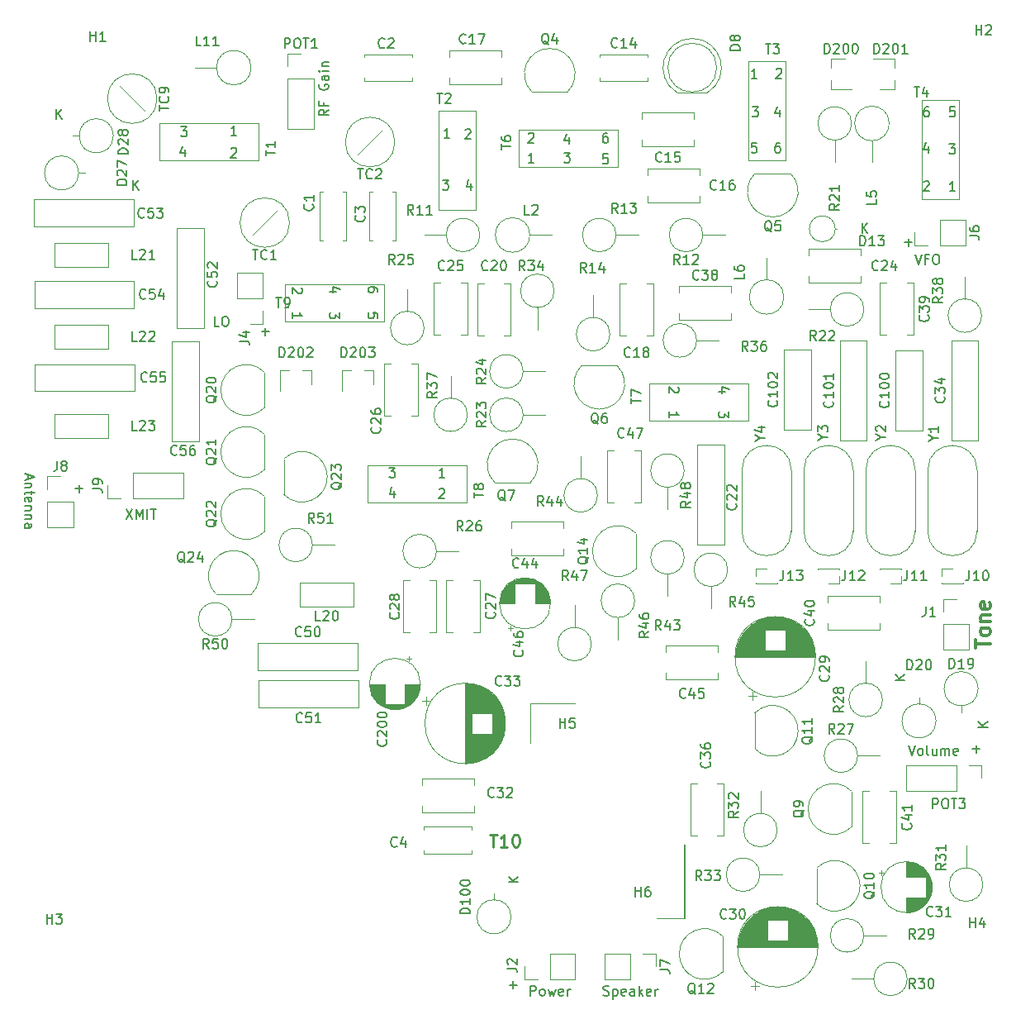
<source format=gbr>
G04 #@! TF.GenerationSoftware,KiCad,Pcbnew,(5.1.2)-2*
G04 #@! TF.CreationDate,2020-07-27T19:16:20-04:00*
G04 #@! TF.ProjectId,2n2-trans,326e322d-7472-4616-9e73-2e6b69636164,rev?*
G04 #@! TF.SameCoordinates,Original*
G04 #@! TF.FileFunction,Legend,Top*
G04 #@! TF.FilePolarity,Positive*
%FSLAX46Y46*%
G04 Gerber Fmt 4.6, Leading zero omitted, Abs format (unit mm)*
G04 Created by KiCad (PCBNEW (5.1.2)-2) date 2020-07-27 19:16:20*
%MOMM*%
%LPD*%
G04 APERTURE LIST*
%ADD10C,0.300000*%
%ADD11C,0.150000*%
%ADD12C,0.120000*%
%ADD13C,0.200000*%
%ADD14C,0.254000*%
G04 APERTURE END LIST*
D10*
X174438571Y-108346571D02*
X174438571Y-107489428D01*
X175938571Y-107918000D02*
X174438571Y-107918000D01*
X175938571Y-106775142D02*
X175867142Y-106918000D01*
X175795714Y-106989428D01*
X175652857Y-107060857D01*
X175224285Y-107060857D01*
X175081428Y-106989428D01*
X175010000Y-106918000D01*
X174938571Y-106775142D01*
X174938571Y-106560857D01*
X175010000Y-106418000D01*
X175081428Y-106346571D01*
X175224285Y-106275142D01*
X175652857Y-106275142D01*
X175795714Y-106346571D01*
X175867142Y-106418000D01*
X175938571Y-106560857D01*
X175938571Y-106775142D01*
X174938571Y-105632285D02*
X175938571Y-105632285D01*
X175081428Y-105632285D02*
X175010000Y-105560857D01*
X174938571Y-105418000D01*
X174938571Y-105203714D01*
X175010000Y-105060857D01*
X175152857Y-104989428D01*
X175938571Y-104989428D01*
X175867142Y-103703714D02*
X175938571Y-103846571D01*
X175938571Y-104132285D01*
X175867142Y-104275142D01*
X175724285Y-104346571D01*
X175152857Y-104346571D01*
X175010000Y-104275142D01*
X174938571Y-104132285D01*
X174938571Y-103846571D01*
X175010000Y-103703714D01*
X175152857Y-103632285D01*
X175295714Y-103632285D01*
X175438571Y-104346571D01*
D11*
X82169047Y-92019428D02*
X82930952Y-92019428D01*
X82550000Y-92400380D02*
X82550000Y-91638476D01*
X174117047Y-118689428D02*
X174878952Y-118689428D01*
X174498000Y-119070380D02*
X174498000Y-118308476D01*
X167584761Y-118324380D02*
X167918095Y-119324380D01*
X168251428Y-118324380D01*
X168727619Y-119324380D02*
X168632380Y-119276761D01*
X168584761Y-119229142D01*
X168537142Y-119133904D01*
X168537142Y-118848190D01*
X168584761Y-118752952D01*
X168632380Y-118705333D01*
X168727619Y-118657714D01*
X168870476Y-118657714D01*
X168965714Y-118705333D01*
X169013333Y-118752952D01*
X169060952Y-118848190D01*
X169060952Y-119133904D01*
X169013333Y-119229142D01*
X168965714Y-119276761D01*
X168870476Y-119324380D01*
X168727619Y-119324380D01*
X169632380Y-119324380D02*
X169537142Y-119276761D01*
X169489523Y-119181523D01*
X169489523Y-118324380D01*
X170441904Y-118657714D02*
X170441904Y-119324380D01*
X170013333Y-118657714D02*
X170013333Y-119181523D01*
X170060952Y-119276761D01*
X170156190Y-119324380D01*
X170299047Y-119324380D01*
X170394285Y-119276761D01*
X170441904Y-119229142D01*
X170918095Y-119324380D02*
X170918095Y-118657714D01*
X170918095Y-118752952D02*
X170965714Y-118705333D01*
X171060952Y-118657714D01*
X171203809Y-118657714D01*
X171299047Y-118705333D01*
X171346666Y-118800571D01*
X171346666Y-119324380D01*
X171346666Y-118800571D02*
X171394285Y-118705333D01*
X171489523Y-118657714D01*
X171632380Y-118657714D01*
X171727619Y-118705333D01*
X171775238Y-118800571D01*
X171775238Y-119324380D01*
X172632380Y-119276761D02*
X172537142Y-119324380D01*
X172346666Y-119324380D01*
X172251428Y-119276761D01*
X172203809Y-119181523D01*
X172203809Y-118800571D01*
X172251428Y-118705333D01*
X172346666Y-118657714D01*
X172537142Y-118657714D01*
X172632380Y-118705333D01*
X172680000Y-118800571D01*
X172680000Y-118895809D01*
X172203809Y-118991047D01*
X167568571Y-66421047D02*
X167568571Y-67182952D01*
X167187619Y-66802000D02*
X167949523Y-66802000D01*
X136303095Y-143914761D02*
X136445952Y-143962380D01*
X136684047Y-143962380D01*
X136779285Y-143914761D01*
X136826904Y-143867142D01*
X136874523Y-143771904D01*
X136874523Y-143676666D01*
X136826904Y-143581428D01*
X136779285Y-143533809D01*
X136684047Y-143486190D01*
X136493571Y-143438571D01*
X136398333Y-143390952D01*
X136350714Y-143343333D01*
X136303095Y-143248095D01*
X136303095Y-143152857D01*
X136350714Y-143057619D01*
X136398333Y-143010000D01*
X136493571Y-142962380D01*
X136731666Y-142962380D01*
X136874523Y-143010000D01*
X137303095Y-143295714D02*
X137303095Y-144295714D01*
X137303095Y-143343333D02*
X137398333Y-143295714D01*
X137588809Y-143295714D01*
X137684047Y-143343333D01*
X137731666Y-143390952D01*
X137779285Y-143486190D01*
X137779285Y-143771904D01*
X137731666Y-143867142D01*
X137684047Y-143914761D01*
X137588809Y-143962380D01*
X137398333Y-143962380D01*
X137303095Y-143914761D01*
X138588809Y-143914761D02*
X138493571Y-143962380D01*
X138303095Y-143962380D01*
X138207857Y-143914761D01*
X138160238Y-143819523D01*
X138160238Y-143438571D01*
X138207857Y-143343333D01*
X138303095Y-143295714D01*
X138493571Y-143295714D01*
X138588809Y-143343333D01*
X138636428Y-143438571D01*
X138636428Y-143533809D01*
X138160238Y-143629047D01*
X139493571Y-143962380D02*
X139493571Y-143438571D01*
X139445952Y-143343333D01*
X139350714Y-143295714D01*
X139160238Y-143295714D01*
X139065000Y-143343333D01*
X139493571Y-143914761D02*
X139398333Y-143962380D01*
X139160238Y-143962380D01*
X139065000Y-143914761D01*
X139017380Y-143819523D01*
X139017380Y-143724285D01*
X139065000Y-143629047D01*
X139160238Y-143581428D01*
X139398333Y-143581428D01*
X139493571Y-143533809D01*
X139969761Y-143962380D02*
X139969761Y-142962380D01*
X140065000Y-143581428D02*
X140350714Y-143962380D01*
X140350714Y-143295714D02*
X139969761Y-143676666D01*
X141160238Y-143914761D02*
X141065000Y-143962380D01*
X140874523Y-143962380D01*
X140779285Y-143914761D01*
X140731666Y-143819523D01*
X140731666Y-143438571D01*
X140779285Y-143343333D01*
X140874523Y-143295714D01*
X141065000Y-143295714D01*
X141160238Y-143343333D01*
X141207857Y-143438571D01*
X141207857Y-143533809D01*
X140731666Y-143629047D01*
X141636428Y-143962380D02*
X141636428Y-143295714D01*
X141636428Y-143486190D02*
X141684047Y-143390952D01*
X141731666Y-143343333D01*
X141826904Y-143295714D01*
X141922142Y-143295714D01*
X87376190Y-94143580D02*
X88042857Y-95143580D01*
X88042857Y-94143580D02*
X87376190Y-95143580D01*
X88423809Y-95143580D02*
X88423809Y-94143580D01*
X88757142Y-94857866D01*
X89090476Y-94143580D01*
X89090476Y-95143580D01*
X89566666Y-95143580D02*
X89566666Y-94143580D01*
X89900000Y-94143580D02*
X90471428Y-94143580D01*
X90185714Y-95143580D02*
X90185714Y-94143580D01*
X114871476Y-92241714D02*
X114871476Y-92908380D01*
X114633380Y-91860761D02*
X114395285Y-92575047D01*
X115014333Y-92575047D01*
X114347666Y-89876380D02*
X114966714Y-89876380D01*
X114633380Y-90257333D01*
X114776238Y-90257333D01*
X114871476Y-90304952D01*
X114919095Y-90352571D01*
X114966714Y-90447809D01*
X114966714Y-90685904D01*
X114919095Y-90781142D01*
X114871476Y-90828761D01*
X114776238Y-90876380D01*
X114490523Y-90876380D01*
X114395285Y-90828761D01*
X114347666Y-90781142D01*
X119475285Y-92130619D02*
X119522904Y-92083000D01*
X119618142Y-92035380D01*
X119856238Y-92035380D01*
X119951476Y-92083000D01*
X119999095Y-92130619D01*
X120046714Y-92225857D01*
X120046714Y-92321095D01*
X119999095Y-92463952D01*
X119427666Y-93035380D01*
X120046714Y-93035380D01*
X120046714Y-90876380D02*
X119475285Y-90876380D01*
X119761000Y-90876380D02*
X119761000Y-89876380D01*
X119665761Y-90019238D01*
X119570523Y-90114476D01*
X119475285Y-90162095D01*
X148804285Y-82105476D02*
X148137619Y-82105476D01*
X149185238Y-81867380D02*
X148470952Y-81629285D01*
X148470952Y-82248333D01*
X149137619Y-84121666D02*
X149137619Y-84740714D01*
X148756666Y-84407380D01*
X148756666Y-84550238D01*
X148709047Y-84645476D01*
X148661428Y-84693095D01*
X148566190Y-84740714D01*
X148328095Y-84740714D01*
X148232857Y-84693095D01*
X148185238Y-84645476D01*
X148137619Y-84550238D01*
X148137619Y-84264523D01*
X148185238Y-84169285D01*
X148232857Y-84121666D01*
X143962380Y-81629285D02*
X144010000Y-81676904D01*
X144057619Y-81772142D01*
X144057619Y-82010238D01*
X144010000Y-82105476D01*
X143962380Y-82153095D01*
X143867142Y-82200714D01*
X143771904Y-82200714D01*
X143629047Y-82153095D01*
X143057619Y-81581666D01*
X143057619Y-82200714D01*
X143057619Y-84740714D02*
X143057619Y-84169285D01*
X143057619Y-84455000D02*
X144057619Y-84455000D01*
X143914761Y-84359761D01*
X143819523Y-84264523D01*
X143771904Y-84169285D01*
X113196619Y-71818476D02*
X113196619Y-71628000D01*
X113149000Y-71532761D01*
X113101380Y-71485142D01*
X112958523Y-71389904D01*
X112768047Y-71342285D01*
X112387095Y-71342285D01*
X112291857Y-71389904D01*
X112244238Y-71437523D01*
X112196619Y-71532761D01*
X112196619Y-71723238D01*
X112244238Y-71818476D01*
X112291857Y-71866095D01*
X112387095Y-71913714D01*
X112625190Y-71913714D01*
X112720428Y-71866095D01*
X112768047Y-71818476D01*
X112815666Y-71723238D01*
X112815666Y-71532761D01*
X112768047Y-71437523D01*
X112720428Y-71389904D01*
X112625190Y-71342285D01*
X113196619Y-74533095D02*
X113196619Y-74056904D01*
X112720428Y-74009285D01*
X112768047Y-74056904D01*
X112815666Y-74152142D01*
X112815666Y-74390238D01*
X112768047Y-74485476D01*
X112720428Y-74533095D01*
X112625190Y-74580714D01*
X112387095Y-74580714D01*
X112291857Y-74533095D01*
X112244238Y-74485476D01*
X112196619Y-74390238D01*
X112196619Y-74152142D01*
X112244238Y-74056904D01*
X112291857Y-74009285D01*
X108926285Y-71818476D02*
X108259619Y-71818476D01*
X109307238Y-71580380D02*
X108592952Y-71342285D01*
X108592952Y-71961333D01*
X109259619Y-73961666D02*
X109259619Y-74580714D01*
X108878666Y-74247380D01*
X108878666Y-74390238D01*
X108831047Y-74485476D01*
X108783428Y-74533095D01*
X108688190Y-74580714D01*
X108450095Y-74580714D01*
X108354857Y-74533095D01*
X108307238Y-74485476D01*
X108259619Y-74390238D01*
X108259619Y-74104523D01*
X108307238Y-74009285D01*
X108354857Y-73961666D01*
X105354380Y-71469285D02*
X105402000Y-71516904D01*
X105449619Y-71612142D01*
X105449619Y-71850238D01*
X105402000Y-71945476D01*
X105354380Y-71993095D01*
X105259142Y-72040714D01*
X105163904Y-72040714D01*
X105021047Y-71993095D01*
X104449619Y-71421666D01*
X104449619Y-72040714D01*
X104449619Y-74580714D02*
X104449619Y-74009285D01*
X104449619Y-74295000D02*
X105449619Y-74295000D01*
X105306761Y-74199761D01*
X105211523Y-74104523D01*
X105163904Y-74009285D01*
X169608476Y-52919380D02*
X169418000Y-52919380D01*
X169322761Y-52967000D01*
X169275142Y-53014619D01*
X169179904Y-53157476D01*
X169132285Y-53347952D01*
X169132285Y-53728904D01*
X169179904Y-53824142D01*
X169227523Y-53871761D01*
X169322761Y-53919380D01*
X169513238Y-53919380D01*
X169608476Y-53871761D01*
X169656095Y-53824142D01*
X169703714Y-53728904D01*
X169703714Y-53490809D01*
X169656095Y-53395571D01*
X169608476Y-53347952D01*
X169513238Y-53300333D01*
X169322761Y-53300333D01*
X169227523Y-53347952D01*
X169179904Y-53395571D01*
X169132285Y-53490809D01*
X172323095Y-52919380D02*
X171846904Y-52919380D01*
X171799285Y-53395571D01*
X171846904Y-53347952D01*
X171942142Y-53300333D01*
X172180238Y-53300333D01*
X172275476Y-53347952D01*
X172323095Y-53395571D01*
X172370714Y-53490809D01*
X172370714Y-53728904D01*
X172323095Y-53824142D01*
X172275476Y-53871761D01*
X172180238Y-53919380D01*
X171942142Y-53919380D01*
X171846904Y-53871761D01*
X171799285Y-53824142D01*
X169608476Y-56935714D02*
X169608476Y-57602380D01*
X169370380Y-56554761D02*
X169132285Y-57269047D01*
X169751333Y-57269047D01*
X171751666Y-56729380D02*
X172370714Y-56729380D01*
X172037380Y-57110333D01*
X172180238Y-57110333D01*
X172275476Y-57157952D01*
X172323095Y-57205571D01*
X172370714Y-57300809D01*
X172370714Y-57538904D01*
X172323095Y-57634142D01*
X172275476Y-57681761D01*
X172180238Y-57729380D01*
X171894523Y-57729380D01*
X171799285Y-57681761D01*
X171751666Y-57634142D01*
X169132285Y-60634619D02*
X169179904Y-60587000D01*
X169275142Y-60539380D01*
X169513238Y-60539380D01*
X169608476Y-60587000D01*
X169656095Y-60634619D01*
X169703714Y-60729857D01*
X169703714Y-60825095D01*
X169656095Y-60967952D01*
X169084666Y-61539380D01*
X169703714Y-61539380D01*
X172370714Y-61539380D02*
X171799285Y-61539380D01*
X172085000Y-61539380D02*
X172085000Y-60539380D01*
X171989761Y-60682238D01*
X171894523Y-60777476D01*
X171799285Y-60825095D01*
X154368476Y-56602380D02*
X154178000Y-56602380D01*
X154082761Y-56650000D01*
X154035142Y-56697619D01*
X153939904Y-56840476D01*
X153892285Y-57030952D01*
X153892285Y-57411904D01*
X153939904Y-57507142D01*
X153987523Y-57554761D01*
X154082761Y-57602380D01*
X154273238Y-57602380D01*
X154368476Y-57554761D01*
X154416095Y-57507142D01*
X154463714Y-57411904D01*
X154463714Y-57173809D01*
X154416095Y-57078571D01*
X154368476Y-57030952D01*
X154273238Y-56983333D01*
X154082761Y-56983333D01*
X153987523Y-57030952D01*
X153939904Y-57078571D01*
X153892285Y-57173809D01*
X152003095Y-56602380D02*
X151526904Y-56602380D01*
X151479285Y-57078571D01*
X151526904Y-57030952D01*
X151622142Y-56983333D01*
X151860238Y-56983333D01*
X151955476Y-57030952D01*
X152003095Y-57078571D01*
X152050714Y-57173809D01*
X152050714Y-57411904D01*
X152003095Y-57507142D01*
X151955476Y-57554761D01*
X151860238Y-57602380D01*
X151622142Y-57602380D01*
X151526904Y-57554761D01*
X151479285Y-57507142D01*
X154368476Y-53252714D02*
X154368476Y-53919380D01*
X154130380Y-52871761D02*
X153892285Y-53586047D01*
X154511333Y-53586047D01*
X151558666Y-52919380D02*
X152177714Y-52919380D01*
X151844380Y-53300333D01*
X151987238Y-53300333D01*
X152082476Y-53347952D01*
X152130095Y-53395571D01*
X152177714Y-53490809D01*
X152177714Y-53728904D01*
X152130095Y-53824142D01*
X152082476Y-53871761D01*
X151987238Y-53919380D01*
X151701523Y-53919380D01*
X151606285Y-53871761D01*
X151558666Y-53824142D01*
X154019285Y-49077619D02*
X154066904Y-49030000D01*
X154162142Y-48982380D01*
X154400238Y-48982380D01*
X154495476Y-49030000D01*
X154543095Y-49077619D01*
X154590714Y-49172857D01*
X154590714Y-49268095D01*
X154543095Y-49410952D01*
X153971666Y-49982380D01*
X154590714Y-49982380D01*
X152050714Y-49982380D02*
X151479285Y-49982380D01*
X151765000Y-49982380D02*
X151765000Y-48982380D01*
X151669761Y-49125238D01*
X151574523Y-49220476D01*
X151479285Y-49268095D01*
X136715476Y-55586380D02*
X136525000Y-55586380D01*
X136429761Y-55634000D01*
X136382142Y-55681619D01*
X136286904Y-55824476D01*
X136239285Y-56014952D01*
X136239285Y-56395904D01*
X136286904Y-56491142D01*
X136334523Y-56538761D01*
X136429761Y-56586380D01*
X136620238Y-56586380D01*
X136715476Y-56538761D01*
X136763095Y-56491142D01*
X136810714Y-56395904D01*
X136810714Y-56157809D01*
X136763095Y-56062571D01*
X136715476Y-56014952D01*
X136620238Y-55967333D01*
X136429761Y-55967333D01*
X136334523Y-56014952D01*
X136286904Y-56062571D01*
X136239285Y-56157809D01*
X136763095Y-57745380D02*
X136286904Y-57745380D01*
X136239285Y-58221571D01*
X136286904Y-58173952D01*
X136382142Y-58126333D01*
X136620238Y-58126333D01*
X136715476Y-58173952D01*
X136763095Y-58221571D01*
X136810714Y-58316809D01*
X136810714Y-58554904D01*
X136763095Y-58650142D01*
X136715476Y-58697761D01*
X136620238Y-58745380D01*
X136382142Y-58745380D01*
X136286904Y-58697761D01*
X136239285Y-58650142D01*
X132778476Y-56046714D02*
X132778476Y-56713380D01*
X132540380Y-55665761D02*
X132302285Y-56380047D01*
X132921333Y-56380047D01*
X132254666Y-57618380D02*
X132873714Y-57618380D01*
X132540380Y-57999333D01*
X132683238Y-57999333D01*
X132778476Y-58046952D01*
X132826095Y-58094571D01*
X132873714Y-58189809D01*
X132873714Y-58427904D01*
X132826095Y-58523142D01*
X132778476Y-58570761D01*
X132683238Y-58618380D01*
X132397523Y-58618380D01*
X132302285Y-58570761D01*
X132254666Y-58523142D01*
X128619285Y-55681619D02*
X128666904Y-55634000D01*
X128762142Y-55586380D01*
X129000238Y-55586380D01*
X129095476Y-55634000D01*
X129143095Y-55681619D01*
X129190714Y-55776857D01*
X129190714Y-55872095D01*
X129143095Y-56014952D01*
X128571666Y-56586380D01*
X129190714Y-56586380D01*
X129190714Y-58618380D02*
X128619285Y-58618380D01*
X128905000Y-58618380D02*
X128905000Y-57618380D01*
X128809761Y-57761238D01*
X128714523Y-57856476D01*
X128619285Y-57904095D01*
X122745476Y-60745714D02*
X122745476Y-61412380D01*
X122507380Y-60364761D02*
X122269285Y-61079047D01*
X122888333Y-61079047D01*
X119808666Y-60412380D02*
X120427714Y-60412380D01*
X120094380Y-60793333D01*
X120237238Y-60793333D01*
X120332476Y-60840952D01*
X120380095Y-60888571D01*
X120427714Y-60983809D01*
X120427714Y-61221904D01*
X120380095Y-61317142D01*
X120332476Y-61364761D01*
X120237238Y-61412380D01*
X119951523Y-61412380D01*
X119856285Y-61364761D01*
X119808666Y-61317142D01*
X122142285Y-55300619D02*
X122189904Y-55253000D01*
X122285142Y-55205380D01*
X122523238Y-55205380D01*
X122618476Y-55253000D01*
X122666095Y-55300619D01*
X122713714Y-55395857D01*
X122713714Y-55491095D01*
X122666095Y-55633952D01*
X122094666Y-56205380D01*
X122713714Y-56205380D01*
X120554714Y-56078380D02*
X119983285Y-56078380D01*
X120269000Y-56078380D02*
X120269000Y-55078380D01*
X120173761Y-55221238D01*
X120078523Y-55316476D01*
X119983285Y-55364095D01*
X93408476Y-57316714D02*
X93408476Y-57983380D01*
X93170380Y-56935761D02*
X92932285Y-57650047D01*
X93551333Y-57650047D01*
X93011666Y-54951380D02*
X93630714Y-54951380D01*
X93297380Y-55332333D01*
X93440238Y-55332333D01*
X93535476Y-55379952D01*
X93583095Y-55427571D01*
X93630714Y-55522809D01*
X93630714Y-55760904D01*
X93583095Y-55856142D01*
X93535476Y-55903761D01*
X93440238Y-55951380D01*
X93154523Y-55951380D01*
X93059285Y-55903761D01*
X93011666Y-55856142D01*
X98139285Y-57205619D02*
X98186904Y-57158000D01*
X98282142Y-57110380D01*
X98520238Y-57110380D01*
X98615476Y-57158000D01*
X98663095Y-57205619D01*
X98710714Y-57300857D01*
X98710714Y-57396095D01*
X98663095Y-57538952D01*
X98091666Y-58110380D01*
X98710714Y-58110380D01*
X98710714Y-55824380D02*
X98139285Y-55824380D01*
X98425000Y-55824380D02*
X98425000Y-54824380D01*
X98329761Y-54967238D01*
X98234523Y-55062476D01*
X98139285Y-55110095D01*
X168259285Y-68032380D02*
X168592619Y-69032380D01*
X168925952Y-68032380D01*
X169592619Y-68508571D02*
X169259285Y-68508571D01*
X169259285Y-69032380D02*
X169259285Y-68032380D01*
X169735476Y-68032380D01*
X170306904Y-68032380D02*
X170497380Y-68032380D01*
X170592619Y-68080000D01*
X170687857Y-68175238D01*
X170735476Y-68365714D01*
X170735476Y-68699047D01*
X170687857Y-68889523D01*
X170592619Y-68984761D01*
X170497380Y-69032380D01*
X170306904Y-69032380D01*
X170211666Y-68984761D01*
X170116428Y-68889523D01*
X170068809Y-68699047D01*
X170068809Y-68365714D01*
X170116428Y-68175238D01*
X170211666Y-68080000D01*
X170306904Y-68032380D01*
X108148380Y-53196857D02*
X107672190Y-53530190D01*
X108148380Y-53768285D02*
X107148380Y-53768285D01*
X107148380Y-53387333D01*
X107196000Y-53292095D01*
X107243619Y-53244476D01*
X107338857Y-53196857D01*
X107481714Y-53196857D01*
X107576952Y-53244476D01*
X107624571Y-53292095D01*
X107672190Y-53387333D01*
X107672190Y-53768285D01*
X107624571Y-52434952D02*
X107624571Y-52768285D01*
X108148380Y-52768285D02*
X107148380Y-52768285D01*
X107148380Y-52292095D01*
X107196000Y-50625428D02*
X107148380Y-50720666D01*
X107148380Y-50863523D01*
X107196000Y-51006380D01*
X107291238Y-51101619D01*
X107386476Y-51149238D01*
X107576952Y-51196857D01*
X107719809Y-51196857D01*
X107910285Y-51149238D01*
X108005523Y-51101619D01*
X108100761Y-51006380D01*
X108148380Y-50863523D01*
X108148380Y-50768285D01*
X108100761Y-50625428D01*
X108053142Y-50577809D01*
X107719809Y-50577809D01*
X107719809Y-50768285D01*
X108148380Y-49720666D02*
X107624571Y-49720666D01*
X107529333Y-49768285D01*
X107481714Y-49863523D01*
X107481714Y-50054000D01*
X107529333Y-50149238D01*
X108100761Y-49720666D02*
X108148380Y-49815904D01*
X108148380Y-50054000D01*
X108100761Y-50149238D01*
X108005523Y-50196857D01*
X107910285Y-50196857D01*
X107815047Y-50149238D01*
X107767428Y-50054000D01*
X107767428Y-49815904D01*
X107719809Y-49720666D01*
X108148380Y-49244476D02*
X107481714Y-49244476D01*
X107148380Y-49244476D02*
X107196000Y-49292095D01*
X107243619Y-49244476D01*
X107196000Y-49196857D01*
X107148380Y-49244476D01*
X107243619Y-49244476D01*
X107481714Y-48768285D02*
X108148380Y-48768285D01*
X107576952Y-48768285D02*
X107529333Y-48720666D01*
X107481714Y-48625428D01*
X107481714Y-48482571D01*
X107529333Y-48387333D01*
X107624571Y-48339714D01*
X108148380Y-48339714D01*
X101655571Y-75565047D02*
X101655571Y-76326952D01*
X101274619Y-75946000D02*
X102036523Y-75946000D01*
X96940714Y-75382380D02*
X96464523Y-75382380D01*
X96464523Y-74382380D01*
X97464523Y-74382380D02*
X97655000Y-74382380D01*
X97750238Y-74430000D01*
X97845476Y-74525238D01*
X97893095Y-74715714D01*
X97893095Y-75049047D01*
X97845476Y-75239523D01*
X97750238Y-75334761D01*
X97655000Y-75382380D01*
X97464523Y-75382380D01*
X97369285Y-75334761D01*
X97274047Y-75239523D01*
X97226428Y-75049047D01*
X97226428Y-74715714D01*
X97274047Y-74525238D01*
X97369285Y-74430000D01*
X97464523Y-74382380D01*
X127071428Y-143255952D02*
X127071428Y-142494047D01*
X127452380Y-142875000D02*
X126690476Y-142875000D01*
X128833809Y-143962380D02*
X128833809Y-142962380D01*
X129214761Y-142962380D01*
X129310000Y-143010000D01*
X129357619Y-143057619D01*
X129405238Y-143152857D01*
X129405238Y-143295714D01*
X129357619Y-143390952D01*
X129310000Y-143438571D01*
X129214761Y-143486190D01*
X128833809Y-143486190D01*
X129976666Y-143962380D02*
X129881428Y-143914761D01*
X129833809Y-143867142D01*
X129786190Y-143771904D01*
X129786190Y-143486190D01*
X129833809Y-143390952D01*
X129881428Y-143343333D01*
X129976666Y-143295714D01*
X130119523Y-143295714D01*
X130214761Y-143343333D01*
X130262380Y-143390952D01*
X130310000Y-143486190D01*
X130310000Y-143771904D01*
X130262380Y-143867142D01*
X130214761Y-143914761D01*
X130119523Y-143962380D01*
X129976666Y-143962380D01*
X130643333Y-143295714D02*
X130833809Y-143962380D01*
X131024285Y-143486190D01*
X131214761Y-143962380D01*
X131405238Y-143295714D01*
X132167142Y-143914761D02*
X132071904Y-143962380D01*
X131881428Y-143962380D01*
X131786190Y-143914761D01*
X131738571Y-143819523D01*
X131738571Y-143438571D01*
X131786190Y-143343333D01*
X131881428Y-143295714D01*
X132071904Y-143295714D01*
X132167142Y-143343333D01*
X132214761Y-143438571D01*
X132214761Y-143533809D01*
X131738571Y-143629047D01*
X132643333Y-143962380D02*
X132643333Y-143295714D01*
X132643333Y-143486190D02*
X132690952Y-143390952D01*
X132738571Y-143343333D01*
X132833809Y-143295714D01*
X132929047Y-143295714D01*
X77303333Y-90583095D02*
X77303333Y-91059285D01*
X77017619Y-90487857D02*
X78017619Y-90821190D01*
X77017619Y-91154523D01*
X77684285Y-91487857D02*
X77017619Y-91487857D01*
X77589047Y-91487857D02*
X77636666Y-91535476D01*
X77684285Y-91630714D01*
X77684285Y-91773571D01*
X77636666Y-91868809D01*
X77541428Y-91916428D01*
X77017619Y-91916428D01*
X77684285Y-92249761D02*
X77684285Y-92630714D01*
X78017619Y-92392619D02*
X77160476Y-92392619D01*
X77065238Y-92440238D01*
X77017619Y-92535476D01*
X77017619Y-92630714D01*
X77065238Y-93345000D02*
X77017619Y-93249761D01*
X77017619Y-93059285D01*
X77065238Y-92964047D01*
X77160476Y-92916428D01*
X77541428Y-92916428D01*
X77636666Y-92964047D01*
X77684285Y-93059285D01*
X77684285Y-93249761D01*
X77636666Y-93345000D01*
X77541428Y-93392619D01*
X77446190Y-93392619D01*
X77350952Y-92916428D01*
X77684285Y-93821190D02*
X77017619Y-93821190D01*
X77589047Y-93821190D02*
X77636666Y-93868809D01*
X77684285Y-93964047D01*
X77684285Y-94106904D01*
X77636666Y-94202142D01*
X77541428Y-94249761D01*
X77017619Y-94249761D01*
X77684285Y-94725952D02*
X77017619Y-94725952D01*
X77589047Y-94725952D02*
X77636666Y-94773571D01*
X77684285Y-94868809D01*
X77684285Y-95011666D01*
X77636666Y-95106904D01*
X77541428Y-95154523D01*
X77017619Y-95154523D01*
X77017619Y-96059285D02*
X77541428Y-96059285D01*
X77636666Y-96011666D01*
X77684285Y-95916428D01*
X77684285Y-95725952D01*
X77636666Y-95630714D01*
X77065238Y-96059285D02*
X77017619Y-95964047D01*
X77017619Y-95725952D01*
X77065238Y-95630714D01*
X77160476Y-95583095D01*
X77255714Y-95583095D01*
X77350952Y-95630714D01*
X77398571Y-95725952D01*
X77398571Y-95964047D01*
X77446190Y-96059285D01*
D12*
X171136000Y-103318000D02*
X172466000Y-103318000D01*
X171136000Y-104648000D02*
X171136000Y-103318000D01*
X171136000Y-105918000D02*
X173796000Y-105918000D01*
X173796000Y-105918000D02*
X173796000Y-108518000D01*
X171136000Y-105918000D02*
X171136000Y-108518000D01*
X171136000Y-108518000D02*
X173796000Y-108518000D01*
X118136302Y-113363000D02*
X118136302Y-114163000D01*
X117736302Y-113763000D02*
X118536302Y-113763000D01*
X126227000Y-115545000D02*
X126227000Y-116611000D01*
X126187000Y-115310000D02*
X126187000Y-116846000D01*
X126147000Y-115130000D02*
X126147000Y-117026000D01*
X126107000Y-114980000D02*
X126107000Y-117176000D01*
X126067000Y-114849000D02*
X126067000Y-117307000D01*
X126027000Y-114732000D02*
X126027000Y-117424000D01*
X125987000Y-114625000D02*
X125987000Y-117531000D01*
X125947000Y-114526000D02*
X125947000Y-117630000D01*
X125907000Y-114433000D02*
X125907000Y-117723000D01*
X125867000Y-114347000D02*
X125867000Y-117809000D01*
X125827000Y-114265000D02*
X125827000Y-117891000D01*
X125787000Y-114188000D02*
X125787000Y-117968000D01*
X125747000Y-114114000D02*
X125747000Y-118042000D01*
X125707000Y-114044000D02*
X125707000Y-118112000D01*
X125667000Y-113976000D02*
X125667000Y-118180000D01*
X125627000Y-113912000D02*
X125627000Y-118244000D01*
X125587000Y-113850000D02*
X125587000Y-118306000D01*
X125547000Y-113791000D02*
X125547000Y-118365000D01*
X125507000Y-113733000D02*
X125507000Y-118423000D01*
X125467000Y-113678000D02*
X125467000Y-118478000D01*
X125427000Y-113624000D02*
X125427000Y-118532000D01*
X125387000Y-113573000D02*
X125387000Y-118583000D01*
X125347000Y-113522000D02*
X125347000Y-118634000D01*
X125307000Y-113474000D02*
X125307000Y-118682000D01*
X125267000Y-113427000D02*
X125267000Y-118729000D01*
X125227000Y-113381000D02*
X125227000Y-118775000D01*
X125187000Y-113337000D02*
X125187000Y-118819000D01*
X125147000Y-113294000D02*
X125147000Y-118862000D01*
X125107000Y-113252000D02*
X125107000Y-118904000D01*
X125067000Y-113211000D02*
X125067000Y-118945000D01*
X125027000Y-113171000D02*
X125027000Y-118985000D01*
X124987000Y-113133000D02*
X124987000Y-119023000D01*
X124947000Y-113095000D02*
X124947000Y-119061000D01*
X124907000Y-117118000D02*
X124907000Y-119097000D01*
X124907000Y-113059000D02*
X124907000Y-115038000D01*
X124867000Y-117118000D02*
X124867000Y-119133000D01*
X124867000Y-113023000D02*
X124867000Y-115038000D01*
X124827000Y-117118000D02*
X124827000Y-119168000D01*
X124827000Y-112988000D02*
X124827000Y-115038000D01*
X124787000Y-117118000D02*
X124787000Y-119202000D01*
X124787000Y-112954000D02*
X124787000Y-115038000D01*
X124747000Y-117118000D02*
X124747000Y-119234000D01*
X124747000Y-112922000D02*
X124747000Y-115038000D01*
X124707000Y-117118000D02*
X124707000Y-119267000D01*
X124707000Y-112889000D02*
X124707000Y-115038000D01*
X124667000Y-117118000D02*
X124667000Y-119298000D01*
X124667000Y-112858000D02*
X124667000Y-115038000D01*
X124627000Y-117118000D02*
X124627000Y-119328000D01*
X124627000Y-112828000D02*
X124627000Y-115038000D01*
X124587000Y-117118000D02*
X124587000Y-119358000D01*
X124587000Y-112798000D02*
X124587000Y-115038000D01*
X124547000Y-117118000D02*
X124547000Y-119387000D01*
X124547000Y-112769000D02*
X124547000Y-115038000D01*
X124507000Y-117118000D02*
X124507000Y-119416000D01*
X124507000Y-112740000D02*
X124507000Y-115038000D01*
X124467000Y-117118000D02*
X124467000Y-119443000D01*
X124467000Y-112713000D02*
X124467000Y-115038000D01*
X124427000Y-117118000D02*
X124427000Y-119470000D01*
X124427000Y-112686000D02*
X124427000Y-115038000D01*
X124387000Y-117118000D02*
X124387000Y-119496000D01*
X124387000Y-112660000D02*
X124387000Y-115038000D01*
X124347000Y-117118000D02*
X124347000Y-119522000D01*
X124347000Y-112634000D02*
X124347000Y-115038000D01*
X124307000Y-117118000D02*
X124307000Y-119547000D01*
X124307000Y-112609000D02*
X124307000Y-115038000D01*
X124267000Y-117118000D02*
X124267000Y-119571000D01*
X124267000Y-112585000D02*
X124267000Y-115038000D01*
X124227000Y-117118000D02*
X124227000Y-119595000D01*
X124227000Y-112561000D02*
X124227000Y-115038000D01*
X124187000Y-117118000D02*
X124187000Y-119618000D01*
X124187000Y-112538000D02*
X124187000Y-115038000D01*
X124147000Y-117118000D02*
X124147000Y-119640000D01*
X124147000Y-112516000D02*
X124147000Y-115038000D01*
X124107000Y-117118000D02*
X124107000Y-119662000D01*
X124107000Y-112494000D02*
X124107000Y-115038000D01*
X124067000Y-117118000D02*
X124067000Y-119684000D01*
X124067000Y-112472000D02*
X124067000Y-115038000D01*
X124027000Y-117118000D02*
X124027000Y-119705000D01*
X124027000Y-112451000D02*
X124027000Y-115038000D01*
X123987000Y-117118000D02*
X123987000Y-119725000D01*
X123987000Y-112431000D02*
X123987000Y-115038000D01*
X123947000Y-117118000D02*
X123947000Y-119744000D01*
X123947000Y-112412000D02*
X123947000Y-115038000D01*
X123907000Y-117118000D02*
X123907000Y-119764000D01*
X123907000Y-112392000D02*
X123907000Y-115038000D01*
X123867000Y-117118000D02*
X123867000Y-119782000D01*
X123867000Y-112374000D02*
X123867000Y-115038000D01*
X123827000Y-117118000D02*
X123827000Y-119800000D01*
X123827000Y-112356000D02*
X123827000Y-115038000D01*
X123787000Y-117118000D02*
X123787000Y-119818000D01*
X123787000Y-112338000D02*
X123787000Y-115038000D01*
X123747000Y-117118000D02*
X123747000Y-119835000D01*
X123747000Y-112321000D02*
X123747000Y-115038000D01*
X123707000Y-117118000D02*
X123707000Y-119852000D01*
X123707000Y-112304000D02*
X123707000Y-115038000D01*
X123667000Y-117118000D02*
X123667000Y-119868000D01*
X123667000Y-112288000D02*
X123667000Y-115038000D01*
X123627000Y-117118000D02*
X123627000Y-119883000D01*
X123627000Y-112273000D02*
X123627000Y-115038000D01*
X123587000Y-117118000D02*
X123587000Y-119899000D01*
X123587000Y-112257000D02*
X123587000Y-115038000D01*
X123547000Y-117118000D02*
X123547000Y-119913000D01*
X123547000Y-112243000D02*
X123547000Y-115038000D01*
X123507000Y-117118000D02*
X123507000Y-119928000D01*
X123507000Y-112228000D02*
X123507000Y-115038000D01*
X123467000Y-117118000D02*
X123467000Y-119941000D01*
X123467000Y-112215000D02*
X123467000Y-115038000D01*
X123427000Y-117118000D02*
X123427000Y-119955000D01*
X123427000Y-112201000D02*
X123427000Y-115038000D01*
X123387000Y-117118000D02*
X123387000Y-119967000D01*
X123387000Y-112189000D02*
X123387000Y-115038000D01*
X123347000Y-117118000D02*
X123347000Y-119980000D01*
X123347000Y-112176000D02*
X123347000Y-115038000D01*
X123307000Y-117118000D02*
X123307000Y-119992000D01*
X123307000Y-112164000D02*
X123307000Y-115038000D01*
X123267000Y-117118000D02*
X123267000Y-120003000D01*
X123267000Y-112153000D02*
X123267000Y-115038000D01*
X123227000Y-117118000D02*
X123227000Y-120014000D01*
X123227000Y-112142000D02*
X123227000Y-115038000D01*
X123187000Y-117118000D02*
X123187000Y-120025000D01*
X123187000Y-112131000D02*
X123187000Y-115038000D01*
X123147000Y-117118000D02*
X123147000Y-120035000D01*
X123147000Y-112121000D02*
X123147000Y-115038000D01*
X123107000Y-117118000D02*
X123107000Y-120045000D01*
X123107000Y-112111000D02*
X123107000Y-115038000D01*
X123067000Y-117118000D02*
X123067000Y-120054000D01*
X123067000Y-112102000D02*
X123067000Y-115038000D01*
X123027000Y-117118000D02*
X123027000Y-120063000D01*
X123027000Y-112093000D02*
X123027000Y-115038000D01*
X122987000Y-117118000D02*
X122987000Y-120072000D01*
X122987000Y-112084000D02*
X122987000Y-115038000D01*
X122947000Y-117118000D02*
X122947000Y-120080000D01*
X122947000Y-112076000D02*
X122947000Y-115038000D01*
X122907000Y-117118000D02*
X122907000Y-120088000D01*
X122907000Y-112068000D02*
X122907000Y-115038000D01*
X122867000Y-117118000D02*
X122867000Y-120095000D01*
X122867000Y-112061000D02*
X122867000Y-115038000D01*
X122826000Y-112054000D02*
X122826000Y-120102000D01*
X122786000Y-112048000D02*
X122786000Y-120108000D01*
X122746000Y-112041000D02*
X122746000Y-120115000D01*
X122706000Y-112036000D02*
X122706000Y-120120000D01*
X122666000Y-112030000D02*
X122666000Y-120126000D01*
X122626000Y-112026000D02*
X122626000Y-120130000D01*
X122586000Y-112021000D02*
X122586000Y-120135000D01*
X122546000Y-112017000D02*
X122546000Y-120139000D01*
X122506000Y-112013000D02*
X122506000Y-120143000D01*
X122466000Y-112010000D02*
X122466000Y-120146000D01*
X122426000Y-112007000D02*
X122426000Y-120149000D01*
X122386000Y-112004000D02*
X122386000Y-120152000D01*
X122346000Y-112002000D02*
X122346000Y-120154000D01*
X122306000Y-112001000D02*
X122306000Y-120155000D01*
X122266000Y-111999000D02*
X122266000Y-120157000D01*
X122226000Y-111998000D02*
X122226000Y-120158000D01*
X122186000Y-111998000D02*
X122186000Y-120158000D01*
X122146000Y-111998000D02*
X122146000Y-120158000D01*
X126266000Y-116078000D02*
G75*
G03X126266000Y-116078000I-4120000J0D01*
G01*
X151463000Y-142975698D02*
X152263000Y-142975698D01*
X151863000Y-143375698D02*
X151863000Y-142575698D01*
X153645000Y-134885000D02*
X154711000Y-134885000D01*
X153410000Y-134925000D02*
X154946000Y-134925000D01*
X153230000Y-134965000D02*
X155126000Y-134965000D01*
X153080000Y-135005000D02*
X155276000Y-135005000D01*
X152949000Y-135045000D02*
X155407000Y-135045000D01*
X152832000Y-135085000D02*
X155524000Y-135085000D01*
X152725000Y-135125000D02*
X155631000Y-135125000D01*
X152626000Y-135165000D02*
X155730000Y-135165000D01*
X152533000Y-135205000D02*
X155823000Y-135205000D01*
X152447000Y-135245000D02*
X155909000Y-135245000D01*
X152365000Y-135285000D02*
X155991000Y-135285000D01*
X152288000Y-135325000D02*
X156068000Y-135325000D01*
X152214000Y-135365000D02*
X156142000Y-135365000D01*
X152144000Y-135405000D02*
X156212000Y-135405000D01*
X152076000Y-135445000D02*
X156280000Y-135445000D01*
X152012000Y-135485000D02*
X156344000Y-135485000D01*
X151950000Y-135525000D02*
X156406000Y-135525000D01*
X151891000Y-135565000D02*
X156465000Y-135565000D01*
X151833000Y-135605000D02*
X156523000Y-135605000D01*
X151778000Y-135645000D02*
X156578000Y-135645000D01*
X151724000Y-135685000D02*
X156632000Y-135685000D01*
X151673000Y-135725000D02*
X156683000Y-135725000D01*
X151622000Y-135765000D02*
X156734000Y-135765000D01*
X151574000Y-135805000D02*
X156782000Y-135805000D01*
X151527000Y-135845000D02*
X156829000Y-135845000D01*
X151481000Y-135885000D02*
X156875000Y-135885000D01*
X151437000Y-135925000D02*
X156919000Y-135925000D01*
X151394000Y-135965000D02*
X156962000Y-135965000D01*
X151352000Y-136005000D02*
X157004000Y-136005000D01*
X151311000Y-136045000D02*
X157045000Y-136045000D01*
X151271000Y-136085000D02*
X157085000Y-136085000D01*
X151233000Y-136125000D02*
X157123000Y-136125000D01*
X151195000Y-136165000D02*
X157161000Y-136165000D01*
X155218000Y-136205000D02*
X157197000Y-136205000D01*
X151159000Y-136205000D02*
X153138000Y-136205000D01*
X155218000Y-136245000D02*
X157233000Y-136245000D01*
X151123000Y-136245000D02*
X153138000Y-136245000D01*
X155218000Y-136285000D02*
X157268000Y-136285000D01*
X151088000Y-136285000D02*
X153138000Y-136285000D01*
X155218000Y-136325000D02*
X157302000Y-136325000D01*
X151054000Y-136325000D02*
X153138000Y-136325000D01*
X155218000Y-136365000D02*
X157334000Y-136365000D01*
X151022000Y-136365000D02*
X153138000Y-136365000D01*
X155218000Y-136405000D02*
X157367000Y-136405000D01*
X150989000Y-136405000D02*
X153138000Y-136405000D01*
X155218000Y-136445000D02*
X157398000Y-136445000D01*
X150958000Y-136445000D02*
X153138000Y-136445000D01*
X155218000Y-136485000D02*
X157428000Y-136485000D01*
X150928000Y-136485000D02*
X153138000Y-136485000D01*
X155218000Y-136525000D02*
X157458000Y-136525000D01*
X150898000Y-136525000D02*
X153138000Y-136525000D01*
X155218000Y-136565000D02*
X157487000Y-136565000D01*
X150869000Y-136565000D02*
X153138000Y-136565000D01*
X155218000Y-136605000D02*
X157516000Y-136605000D01*
X150840000Y-136605000D02*
X153138000Y-136605000D01*
X155218000Y-136645000D02*
X157543000Y-136645000D01*
X150813000Y-136645000D02*
X153138000Y-136645000D01*
X155218000Y-136685000D02*
X157570000Y-136685000D01*
X150786000Y-136685000D02*
X153138000Y-136685000D01*
X155218000Y-136725000D02*
X157596000Y-136725000D01*
X150760000Y-136725000D02*
X153138000Y-136725000D01*
X155218000Y-136765000D02*
X157622000Y-136765000D01*
X150734000Y-136765000D02*
X153138000Y-136765000D01*
X155218000Y-136805000D02*
X157647000Y-136805000D01*
X150709000Y-136805000D02*
X153138000Y-136805000D01*
X155218000Y-136845000D02*
X157671000Y-136845000D01*
X150685000Y-136845000D02*
X153138000Y-136845000D01*
X155218000Y-136885000D02*
X157695000Y-136885000D01*
X150661000Y-136885000D02*
X153138000Y-136885000D01*
X155218000Y-136925000D02*
X157718000Y-136925000D01*
X150638000Y-136925000D02*
X153138000Y-136925000D01*
X155218000Y-136965000D02*
X157740000Y-136965000D01*
X150616000Y-136965000D02*
X153138000Y-136965000D01*
X155218000Y-137005000D02*
X157762000Y-137005000D01*
X150594000Y-137005000D02*
X153138000Y-137005000D01*
X155218000Y-137045000D02*
X157784000Y-137045000D01*
X150572000Y-137045000D02*
X153138000Y-137045000D01*
X155218000Y-137085000D02*
X157805000Y-137085000D01*
X150551000Y-137085000D02*
X153138000Y-137085000D01*
X155218000Y-137125000D02*
X157825000Y-137125000D01*
X150531000Y-137125000D02*
X153138000Y-137125000D01*
X155218000Y-137165000D02*
X157844000Y-137165000D01*
X150512000Y-137165000D02*
X153138000Y-137165000D01*
X155218000Y-137205000D02*
X157864000Y-137205000D01*
X150492000Y-137205000D02*
X153138000Y-137205000D01*
X155218000Y-137245000D02*
X157882000Y-137245000D01*
X150474000Y-137245000D02*
X153138000Y-137245000D01*
X155218000Y-137285000D02*
X157900000Y-137285000D01*
X150456000Y-137285000D02*
X153138000Y-137285000D01*
X155218000Y-137325000D02*
X157918000Y-137325000D01*
X150438000Y-137325000D02*
X153138000Y-137325000D01*
X155218000Y-137365000D02*
X157935000Y-137365000D01*
X150421000Y-137365000D02*
X153138000Y-137365000D01*
X155218000Y-137405000D02*
X157952000Y-137405000D01*
X150404000Y-137405000D02*
X153138000Y-137405000D01*
X155218000Y-137445000D02*
X157968000Y-137445000D01*
X150388000Y-137445000D02*
X153138000Y-137445000D01*
X155218000Y-137485000D02*
X157983000Y-137485000D01*
X150373000Y-137485000D02*
X153138000Y-137485000D01*
X155218000Y-137525000D02*
X157999000Y-137525000D01*
X150357000Y-137525000D02*
X153138000Y-137525000D01*
X155218000Y-137565000D02*
X158013000Y-137565000D01*
X150343000Y-137565000D02*
X153138000Y-137565000D01*
X155218000Y-137605000D02*
X158028000Y-137605000D01*
X150328000Y-137605000D02*
X153138000Y-137605000D01*
X155218000Y-137645000D02*
X158041000Y-137645000D01*
X150315000Y-137645000D02*
X153138000Y-137645000D01*
X155218000Y-137685000D02*
X158055000Y-137685000D01*
X150301000Y-137685000D02*
X153138000Y-137685000D01*
X155218000Y-137725000D02*
X158067000Y-137725000D01*
X150289000Y-137725000D02*
X153138000Y-137725000D01*
X155218000Y-137765000D02*
X158080000Y-137765000D01*
X150276000Y-137765000D02*
X153138000Y-137765000D01*
X155218000Y-137805000D02*
X158092000Y-137805000D01*
X150264000Y-137805000D02*
X153138000Y-137805000D01*
X155218000Y-137845000D02*
X158103000Y-137845000D01*
X150253000Y-137845000D02*
X153138000Y-137845000D01*
X155218000Y-137885000D02*
X158114000Y-137885000D01*
X150242000Y-137885000D02*
X153138000Y-137885000D01*
X155218000Y-137925000D02*
X158125000Y-137925000D01*
X150231000Y-137925000D02*
X153138000Y-137925000D01*
X155218000Y-137965000D02*
X158135000Y-137965000D01*
X150221000Y-137965000D02*
X153138000Y-137965000D01*
X155218000Y-138005000D02*
X158145000Y-138005000D01*
X150211000Y-138005000D02*
X153138000Y-138005000D01*
X155218000Y-138045000D02*
X158154000Y-138045000D01*
X150202000Y-138045000D02*
X153138000Y-138045000D01*
X155218000Y-138085000D02*
X158163000Y-138085000D01*
X150193000Y-138085000D02*
X153138000Y-138085000D01*
X155218000Y-138125000D02*
X158172000Y-138125000D01*
X150184000Y-138125000D02*
X153138000Y-138125000D01*
X155218000Y-138165000D02*
X158180000Y-138165000D01*
X150176000Y-138165000D02*
X153138000Y-138165000D01*
X155218000Y-138205000D02*
X158188000Y-138205000D01*
X150168000Y-138205000D02*
X153138000Y-138205000D01*
X155218000Y-138245000D02*
X158195000Y-138245000D01*
X150161000Y-138245000D02*
X153138000Y-138245000D01*
X150154000Y-138286000D02*
X158202000Y-138286000D01*
X150148000Y-138326000D02*
X158208000Y-138326000D01*
X150141000Y-138366000D02*
X158215000Y-138366000D01*
X150136000Y-138406000D02*
X158220000Y-138406000D01*
X150130000Y-138446000D02*
X158226000Y-138446000D01*
X150126000Y-138486000D02*
X158230000Y-138486000D01*
X150121000Y-138526000D02*
X158235000Y-138526000D01*
X150117000Y-138566000D02*
X158239000Y-138566000D01*
X150113000Y-138606000D02*
X158243000Y-138606000D01*
X150110000Y-138646000D02*
X158246000Y-138646000D01*
X150107000Y-138686000D02*
X158249000Y-138686000D01*
X150104000Y-138726000D02*
X158252000Y-138726000D01*
X150102000Y-138766000D02*
X158254000Y-138766000D01*
X150101000Y-138806000D02*
X158255000Y-138806000D01*
X150099000Y-138846000D02*
X158257000Y-138846000D01*
X150098000Y-138886000D02*
X158258000Y-138886000D01*
X150098000Y-138926000D02*
X158258000Y-138926000D01*
X150098000Y-138966000D02*
X158258000Y-138966000D01*
X158298000Y-138966000D02*
G75*
G03X158298000Y-138966000I-4120000J0D01*
G01*
X151209000Y-113257698D02*
X152009000Y-113257698D01*
X151609000Y-113657698D02*
X151609000Y-112857698D01*
X153391000Y-105167000D02*
X154457000Y-105167000D01*
X153156000Y-105207000D02*
X154692000Y-105207000D01*
X152976000Y-105247000D02*
X154872000Y-105247000D01*
X152826000Y-105287000D02*
X155022000Y-105287000D01*
X152695000Y-105327000D02*
X155153000Y-105327000D01*
X152578000Y-105367000D02*
X155270000Y-105367000D01*
X152471000Y-105407000D02*
X155377000Y-105407000D01*
X152372000Y-105447000D02*
X155476000Y-105447000D01*
X152279000Y-105487000D02*
X155569000Y-105487000D01*
X152193000Y-105527000D02*
X155655000Y-105527000D01*
X152111000Y-105567000D02*
X155737000Y-105567000D01*
X152034000Y-105607000D02*
X155814000Y-105607000D01*
X151960000Y-105647000D02*
X155888000Y-105647000D01*
X151890000Y-105687000D02*
X155958000Y-105687000D01*
X151822000Y-105727000D02*
X156026000Y-105727000D01*
X151758000Y-105767000D02*
X156090000Y-105767000D01*
X151696000Y-105807000D02*
X156152000Y-105807000D01*
X151637000Y-105847000D02*
X156211000Y-105847000D01*
X151579000Y-105887000D02*
X156269000Y-105887000D01*
X151524000Y-105927000D02*
X156324000Y-105927000D01*
X151470000Y-105967000D02*
X156378000Y-105967000D01*
X151419000Y-106007000D02*
X156429000Y-106007000D01*
X151368000Y-106047000D02*
X156480000Y-106047000D01*
X151320000Y-106087000D02*
X156528000Y-106087000D01*
X151273000Y-106127000D02*
X156575000Y-106127000D01*
X151227000Y-106167000D02*
X156621000Y-106167000D01*
X151183000Y-106207000D02*
X156665000Y-106207000D01*
X151140000Y-106247000D02*
X156708000Y-106247000D01*
X151098000Y-106287000D02*
X156750000Y-106287000D01*
X151057000Y-106327000D02*
X156791000Y-106327000D01*
X151017000Y-106367000D02*
X156831000Y-106367000D01*
X150979000Y-106407000D02*
X156869000Y-106407000D01*
X150941000Y-106447000D02*
X156907000Y-106447000D01*
X154964000Y-106487000D02*
X156943000Y-106487000D01*
X150905000Y-106487000D02*
X152884000Y-106487000D01*
X154964000Y-106527000D02*
X156979000Y-106527000D01*
X150869000Y-106527000D02*
X152884000Y-106527000D01*
X154964000Y-106567000D02*
X157014000Y-106567000D01*
X150834000Y-106567000D02*
X152884000Y-106567000D01*
X154964000Y-106607000D02*
X157048000Y-106607000D01*
X150800000Y-106607000D02*
X152884000Y-106607000D01*
X154964000Y-106647000D02*
X157080000Y-106647000D01*
X150768000Y-106647000D02*
X152884000Y-106647000D01*
X154964000Y-106687000D02*
X157113000Y-106687000D01*
X150735000Y-106687000D02*
X152884000Y-106687000D01*
X154964000Y-106727000D02*
X157144000Y-106727000D01*
X150704000Y-106727000D02*
X152884000Y-106727000D01*
X154964000Y-106767000D02*
X157174000Y-106767000D01*
X150674000Y-106767000D02*
X152884000Y-106767000D01*
X154964000Y-106807000D02*
X157204000Y-106807000D01*
X150644000Y-106807000D02*
X152884000Y-106807000D01*
X154964000Y-106847000D02*
X157233000Y-106847000D01*
X150615000Y-106847000D02*
X152884000Y-106847000D01*
X154964000Y-106887000D02*
X157262000Y-106887000D01*
X150586000Y-106887000D02*
X152884000Y-106887000D01*
X154964000Y-106927000D02*
X157289000Y-106927000D01*
X150559000Y-106927000D02*
X152884000Y-106927000D01*
X154964000Y-106967000D02*
X157316000Y-106967000D01*
X150532000Y-106967000D02*
X152884000Y-106967000D01*
X154964000Y-107007000D02*
X157342000Y-107007000D01*
X150506000Y-107007000D02*
X152884000Y-107007000D01*
X154964000Y-107047000D02*
X157368000Y-107047000D01*
X150480000Y-107047000D02*
X152884000Y-107047000D01*
X154964000Y-107087000D02*
X157393000Y-107087000D01*
X150455000Y-107087000D02*
X152884000Y-107087000D01*
X154964000Y-107127000D02*
X157417000Y-107127000D01*
X150431000Y-107127000D02*
X152884000Y-107127000D01*
X154964000Y-107167000D02*
X157441000Y-107167000D01*
X150407000Y-107167000D02*
X152884000Y-107167000D01*
X154964000Y-107207000D02*
X157464000Y-107207000D01*
X150384000Y-107207000D02*
X152884000Y-107207000D01*
X154964000Y-107247000D02*
X157486000Y-107247000D01*
X150362000Y-107247000D02*
X152884000Y-107247000D01*
X154964000Y-107287000D02*
X157508000Y-107287000D01*
X150340000Y-107287000D02*
X152884000Y-107287000D01*
X154964000Y-107327000D02*
X157530000Y-107327000D01*
X150318000Y-107327000D02*
X152884000Y-107327000D01*
X154964000Y-107367000D02*
X157551000Y-107367000D01*
X150297000Y-107367000D02*
X152884000Y-107367000D01*
X154964000Y-107407000D02*
X157571000Y-107407000D01*
X150277000Y-107407000D02*
X152884000Y-107407000D01*
X154964000Y-107447000D02*
X157590000Y-107447000D01*
X150258000Y-107447000D02*
X152884000Y-107447000D01*
X154964000Y-107487000D02*
X157610000Y-107487000D01*
X150238000Y-107487000D02*
X152884000Y-107487000D01*
X154964000Y-107527000D02*
X157628000Y-107527000D01*
X150220000Y-107527000D02*
X152884000Y-107527000D01*
X154964000Y-107567000D02*
X157646000Y-107567000D01*
X150202000Y-107567000D02*
X152884000Y-107567000D01*
X154964000Y-107607000D02*
X157664000Y-107607000D01*
X150184000Y-107607000D02*
X152884000Y-107607000D01*
X154964000Y-107647000D02*
X157681000Y-107647000D01*
X150167000Y-107647000D02*
X152884000Y-107647000D01*
X154964000Y-107687000D02*
X157698000Y-107687000D01*
X150150000Y-107687000D02*
X152884000Y-107687000D01*
X154964000Y-107727000D02*
X157714000Y-107727000D01*
X150134000Y-107727000D02*
X152884000Y-107727000D01*
X154964000Y-107767000D02*
X157729000Y-107767000D01*
X150119000Y-107767000D02*
X152884000Y-107767000D01*
X154964000Y-107807000D02*
X157745000Y-107807000D01*
X150103000Y-107807000D02*
X152884000Y-107807000D01*
X154964000Y-107847000D02*
X157759000Y-107847000D01*
X150089000Y-107847000D02*
X152884000Y-107847000D01*
X154964000Y-107887000D02*
X157774000Y-107887000D01*
X150074000Y-107887000D02*
X152884000Y-107887000D01*
X154964000Y-107927000D02*
X157787000Y-107927000D01*
X150061000Y-107927000D02*
X152884000Y-107927000D01*
X154964000Y-107967000D02*
X157801000Y-107967000D01*
X150047000Y-107967000D02*
X152884000Y-107967000D01*
X154964000Y-108007000D02*
X157813000Y-108007000D01*
X150035000Y-108007000D02*
X152884000Y-108007000D01*
X154964000Y-108047000D02*
X157826000Y-108047000D01*
X150022000Y-108047000D02*
X152884000Y-108047000D01*
X154964000Y-108087000D02*
X157838000Y-108087000D01*
X150010000Y-108087000D02*
X152884000Y-108087000D01*
X154964000Y-108127000D02*
X157849000Y-108127000D01*
X149999000Y-108127000D02*
X152884000Y-108127000D01*
X154964000Y-108167000D02*
X157860000Y-108167000D01*
X149988000Y-108167000D02*
X152884000Y-108167000D01*
X154964000Y-108207000D02*
X157871000Y-108207000D01*
X149977000Y-108207000D02*
X152884000Y-108207000D01*
X154964000Y-108247000D02*
X157881000Y-108247000D01*
X149967000Y-108247000D02*
X152884000Y-108247000D01*
X154964000Y-108287000D02*
X157891000Y-108287000D01*
X149957000Y-108287000D02*
X152884000Y-108287000D01*
X154964000Y-108327000D02*
X157900000Y-108327000D01*
X149948000Y-108327000D02*
X152884000Y-108327000D01*
X154964000Y-108367000D02*
X157909000Y-108367000D01*
X149939000Y-108367000D02*
X152884000Y-108367000D01*
X154964000Y-108407000D02*
X157918000Y-108407000D01*
X149930000Y-108407000D02*
X152884000Y-108407000D01*
X154964000Y-108447000D02*
X157926000Y-108447000D01*
X149922000Y-108447000D02*
X152884000Y-108447000D01*
X154964000Y-108487000D02*
X157934000Y-108487000D01*
X149914000Y-108487000D02*
X152884000Y-108487000D01*
X154964000Y-108527000D02*
X157941000Y-108527000D01*
X149907000Y-108527000D02*
X152884000Y-108527000D01*
X149900000Y-108568000D02*
X157948000Y-108568000D01*
X149894000Y-108608000D02*
X157954000Y-108608000D01*
X149887000Y-108648000D02*
X157961000Y-108648000D01*
X149882000Y-108688000D02*
X157966000Y-108688000D01*
X149876000Y-108728000D02*
X157972000Y-108728000D01*
X149872000Y-108768000D02*
X157976000Y-108768000D01*
X149867000Y-108808000D02*
X157981000Y-108808000D01*
X149863000Y-108848000D02*
X157985000Y-108848000D01*
X149859000Y-108888000D02*
X157989000Y-108888000D01*
X149856000Y-108928000D02*
X157992000Y-108928000D01*
X149853000Y-108968000D02*
X157995000Y-108968000D01*
X149850000Y-109008000D02*
X157998000Y-109008000D01*
X149848000Y-109048000D02*
X158000000Y-109048000D01*
X149847000Y-109088000D02*
X158001000Y-109088000D01*
X149845000Y-109128000D02*
X158003000Y-109128000D01*
X149844000Y-109168000D02*
X158004000Y-109168000D01*
X149844000Y-109208000D02*
X158004000Y-109208000D01*
X149844000Y-109248000D02*
X158004000Y-109248000D01*
X158044000Y-109248000D02*
G75*
G03X158044000Y-109248000I-4120000J0D01*
G01*
X141665000Y-139640000D02*
X141665000Y-140970000D01*
X140335000Y-139640000D02*
X141665000Y-139640000D01*
X139065000Y-139640000D02*
X139065000Y-142300000D01*
X139065000Y-142300000D02*
X136465000Y-142300000D01*
X139065000Y-139640000D02*
X136465000Y-139640000D01*
X136465000Y-139640000D02*
X136465000Y-142300000D01*
X80034000Y-69292000D02*
X85574000Y-69292000D01*
X80034000Y-66852000D02*
X80034000Y-69292000D01*
X85574000Y-66852000D02*
X80034000Y-66852000D01*
X85574000Y-69292000D02*
X85574000Y-66852000D01*
X106495000Y-97790000D02*
X108755000Y-97790000D01*
X106495000Y-97790000D02*
G75*
G03X106495000Y-97790000I-1720000J0D01*
G01*
X98240000Y-105410000D02*
X100500000Y-105410000D01*
X98240000Y-105410000D02*
G75*
G03X98240000Y-105410000I-1720000J0D01*
G01*
X100263478Y-102803478D02*
G75*
G03X98425000Y-98365000I-1838478J1838478D01*
G01*
X96586522Y-102803478D02*
G75*
G02X98425000Y-98365000I1838478J1838478D01*
G01*
X96625000Y-102815000D02*
X100225000Y-102815000D01*
X103571522Y-92643478D02*
G75*
G03X108010000Y-90805000I1838478J1838478D01*
G01*
X103571522Y-88966522D02*
G75*
G02X108010000Y-90805000I1838478J-1838478D01*
G01*
X103560000Y-89005000D02*
X103560000Y-92605000D01*
X101533478Y-92776522D02*
G75*
G03X97095000Y-94615000I-1838478J-1838478D01*
G01*
X101533478Y-96453478D02*
G75*
G02X97095000Y-94615000I-1838478J1838478D01*
G01*
X101545000Y-96415000D02*
X101545000Y-92815000D01*
X101533478Y-86426522D02*
G75*
G03X97095000Y-88265000I-1838478J-1838478D01*
G01*
X101533478Y-90103478D02*
G75*
G02X97095000Y-88265000I-1838478J1838478D01*
G01*
X101545000Y-90065000D02*
X101545000Y-86465000D01*
X101533478Y-80076522D02*
G75*
G03X97095000Y-81915000I-1838478J-1838478D01*
G01*
X101533478Y-83753478D02*
G75*
G02X97095000Y-81915000I-1838478J1838478D01*
G01*
X101545000Y-83715000D02*
X101545000Y-80115000D01*
X80034000Y-86818000D02*
X85574000Y-86818000D01*
X80034000Y-84378000D02*
X80034000Y-86818000D01*
X85574000Y-84378000D02*
X80034000Y-84378000D01*
X85574000Y-86818000D02*
X85574000Y-84378000D01*
X85574000Y-75234000D02*
X80034000Y-75234000D01*
X85574000Y-77674000D02*
X85574000Y-75234000D01*
X80034000Y-77674000D02*
X85574000Y-77674000D01*
X80034000Y-75234000D02*
X80034000Y-77674000D01*
X105180000Y-104090000D02*
X110720000Y-104090000D01*
X105180000Y-101650000D02*
X105180000Y-104090000D01*
X110720000Y-101650000D02*
X105180000Y-101650000D01*
X110720000Y-104090000D02*
X110720000Y-101650000D01*
X85487200Y-93024000D02*
X85487200Y-91694000D01*
X86817200Y-93024000D02*
X85487200Y-93024000D01*
X88087200Y-93024000D02*
X88087200Y-90364000D01*
X88087200Y-90364000D02*
X93227200Y-90364000D01*
X88087200Y-93024000D02*
X93227200Y-93024000D01*
X93227200Y-93024000D02*
X93227200Y-90364000D01*
X79315000Y-90745000D02*
X80645000Y-90745000D01*
X79315000Y-92075000D02*
X79315000Y-90745000D01*
X79315000Y-93345000D02*
X81975000Y-93345000D01*
X81975000Y-93345000D02*
X81975000Y-95945000D01*
X79315000Y-93345000D02*
X79315000Y-95945000D01*
X79315000Y-95945000D02*
X81975000Y-95945000D01*
X92102000Y-76962000D02*
X94842000Y-76962000D01*
X92102000Y-87202000D02*
X94842000Y-87202000D01*
X94842000Y-87202000D02*
X94842000Y-76962000D01*
X92102000Y-87202000D02*
X92102000Y-76962000D01*
X88265000Y-79275000D02*
X88265000Y-82015000D01*
X78025000Y-79275000D02*
X78025000Y-82015000D01*
X78025000Y-82015000D02*
X88265000Y-82015000D01*
X78025000Y-79275000D02*
X88265000Y-79275000D01*
X77978000Y-73506000D02*
X77978000Y-70766000D01*
X88218000Y-73506000D02*
X88218000Y-70766000D01*
X88218000Y-70766000D02*
X77978000Y-70766000D01*
X88218000Y-73506000D02*
X77978000Y-73506000D01*
X88138000Y-62384000D02*
X88138000Y-65124000D01*
X77898000Y-62384000D02*
X77898000Y-65124000D01*
X77898000Y-65124000D02*
X88138000Y-65124000D01*
X77898000Y-62384000D02*
X88138000Y-62384000D01*
X95350000Y-75565000D02*
X92610000Y-75565000D01*
X95350000Y-65325000D02*
X92610000Y-65325000D01*
X92610000Y-65325000D02*
X92610000Y-75565000D01*
X95350000Y-65325000D02*
X95350000Y-75565000D01*
X100965000Y-114400000D02*
X100965000Y-111660000D01*
X111205000Y-114400000D02*
X111205000Y-111660000D01*
X111205000Y-111660000D02*
X100965000Y-111660000D01*
X111205000Y-114400000D02*
X100965000Y-114400000D01*
X111125000Y-107850000D02*
X111125000Y-110590000D01*
X100885000Y-107850000D02*
X100885000Y-110590000D01*
X100885000Y-110590000D02*
X111125000Y-110590000D01*
X100885000Y-107850000D02*
X111125000Y-107850000D01*
D13*
X144653000Y-135966000D02*
X144653000Y-128524000D01*
D12*
X133350000Y-114046000D02*
X128778000Y-114046000D01*
X128778000Y-114046000D02*
X128778000Y-118110000D01*
X144677000Y-135999000D02*
X141777000Y-135999000D01*
X154840000Y-77755000D02*
X157580000Y-77755000D01*
X154840000Y-85995000D02*
X157580000Y-85995000D01*
X157580000Y-85995000D02*
X157580000Y-77755000D01*
X154840000Y-85995000D02*
X154840000Y-77755000D01*
X160555000Y-76835000D02*
X163295000Y-76835000D01*
X160555000Y-87075000D02*
X163295000Y-87075000D01*
X163295000Y-87075000D02*
X163295000Y-76835000D01*
X160555000Y-87075000D02*
X160555000Y-76835000D01*
X166270000Y-77835000D02*
X169010000Y-77835000D01*
X166270000Y-86075000D02*
X169010000Y-86075000D01*
X169010000Y-86075000D02*
X169010000Y-77835000D01*
X166270000Y-86075000D02*
X166270000Y-77835000D01*
X171985000Y-76835000D02*
X174725000Y-76835000D01*
X171985000Y-87075000D02*
X174725000Y-87075000D01*
X174725000Y-87075000D02*
X174725000Y-76835000D01*
X171985000Y-87075000D02*
X171985000Y-76835000D01*
X148690000Y-97790000D02*
X145950000Y-97790000D01*
X148690000Y-87550000D02*
X145950000Y-87550000D01*
X145950000Y-87550000D02*
X145950000Y-97790000D01*
X148690000Y-87550000D02*
X148690000Y-97790000D01*
X116660000Y-109475225D02*
X116160000Y-109475225D01*
X116410000Y-109225225D02*
X116410000Y-109725225D01*
X115219000Y-114631000D02*
X114651000Y-114631000D01*
X115453000Y-114591000D02*
X114417000Y-114591000D01*
X115612000Y-114551000D02*
X114258000Y-114551000D01*
X115740000Y-114511000D02*
X114130000Y-114511000D01*
X115850000Y-114471000D02*
X114020000Y-114471000D01*
X115946000Y-114431000D02*
X113924000Y-114431000D01*
X116033000Y-114391000D02*
X113837000Y-114391000D01*
X116113000Y-114351000D02*
X113757000Y-114351000D01*
X116186000Y-114311000D02*
X113684000Y-114311000D01*
X116254000Y-114271000D02*
X113616000Y-114271000D01*
X116318000Y-114231000D02*
X113552000Y-114231000D01*
X116378000Y-114191000D02*
X113492000Y-114191000D01*
X116435000Y-114151000D02*
X113435000Y-114151000D01*
X116489000Y-114111000D02*
X113381000Y-114111000D01*
X116540000Y-114071000D02*
X113330000Y-114071000D01*
X113895000Y-114031000D02*
X113282000Y-114031000D01*
X116588000Y-114031000D02*
X115975000Y-114031000D01*
X113895000Y-113991000D02*
X113236000Y-113991000D01*
X116634000Y-113991000D02*
X115975000Y-113991000D01*
X113895000Y-113951000D02*
X113192000Y-113951000D01*
X116678000Y-113951000D02*
X115975000Y-113951000D01*
X113895000Y-113911000D02*
X113150000Y-113911000D01*
X116720000Y-113911000D02*
X115975000Y-113911000D01*
X113895000Y-113871000D02*
X113109000Y-113871000D01*
X116761000Y-113871000D02*
X115975000Y-113871000D01*
X113895000Y-113831000D02*
X113071000Y-113831000D01*
X116799000Y-113831000D02*
X115975000Y-113831000D01*
X113895000Y-113791000D02*
X113034000Y-113791000D01*
X116836000Y-113791000D02*
X115975000Y-113791000D01*
X113895000Y-113751000D02*
X112998000Y-113751000D01*
X116872000Y-113751000D02*
X115975000Y-113751000D01*
X113895000Y-113711000D02*
X112964000Y-113711000D01*
X116906000Y-113711000D02*
X115975000Y-113711000D01*
X113895000Y-113671000D02*
X112931000Y-113671000D01*
X116939000Y-113671000D02*
X115975000Y-113671000D01*
X113895000Y-113631000D02*
X112900000Y-113631000D01*
X116970000Y-113631000D02*
X115975000Y-113631000D01*
X113895000Y-113591000D02*
X112870000Y-113591000D01*
X117000000Y-113591000D02*
X115975000Y-113591000D01*
X113895000Y-113551000D02*
X112840000Y-113551000D01*
X117030000Y-113551000D02*
X115975000Y-113551000D01*
X113895000Y-113511000D02*
X112813000Y-113511000D01*
X117057000Y-113511000D02*
X115975000Y-113511000D01*
X113895000Y-113471000D02*
X112786000Y-113471000D01*
X117084000Y-113471000D02*
X115975000Y-113471000D01*
X113895000Y-113431000D02*
X112760000Y-113431000D01*
X117110000Y-113431000D02*
X115975000Y-113431000D01*
X113895000Y-113391000D02*
X112735000Y-113391000D01*
X117135000Y-113391000D02*
X115975000Y-113391000D01*
X113895000Y-113351000D02*
X112711000Y-113351000D01*
X117159000Y-113351000D02*
X115975000Y-113351000D01*
X113895000Y-113311000D02*
X112688000Y-113311000D01*
X117182000Y-113311000D02*
X115975000Y-113311000D01*
X113895000Y-113271000D02*
X112667000Y-113271000D01*
X117203000Y-113271000D02*
X115975000Y-113271000D01*
X113895000Y-113231000D02*
X112645000Y-113231000D01*
X117225000Y-113231000D02*
X115975000Y-113231000D01*
X113895000Y-113191000D02*
X112625000Y-113191000D01*
X117245000Y-113191000D02*
X115975000Y-113191000D01*
X113895000Y-113151000D02*
X112606000Y-113151000D01*
X117264000Y-113151000D02*
X115975000Y-113151000D01*
X113895000Y-113111000D02*
X112587000Y-113111000D01*
X117283000Y-113111000D02*
X115975000Y-113111000D01*
X113895000Y-113071000D02*
X112570000Y-113071000D01*
X117300000Y-113071000D02*
X115975000Y-113071000D01*
X113895000Y-113031000D02*
X112553000Y-113031000D01*
X117317000Y-113031000D02*
X115975000Y-113031000D01*
X113895000Y-112991000D02*
X112537000Y-112991000D01*
X117333000Y-112991000D02*
X115975000Y-112991000D01*
X113895000Y-112951000D02*
X112521000Y-112951000D01*
X117349000Y-112951000D02*
X115975000Y-112951000D01*
X113895000Y-112911000D02*
X112507000Y-112911000D01*
X117363000Y-112911000D02*
X115975000Y-112911000D01*
X113895000Y-112871000D02*
X112493000Y-112871000D01*
X117377000Y-112871000D02*
X115975000Y-112871000D01*
X113895000Y-112831000D02*
X112480000Y-112831000D01*
X117390000Y-112831000D02*
X115975000Y-112831000D01*
X113895000Y-112791000D02*
X112467000Y-112791000D01*
X117403000Y-112791000D02*
X115975000Y-112791000D01*
X113895000Y-112751000D02*
X112455000Y-112751000D01*
X117415000Y-112751000D02*
X115975000Y-112751000D01*
X113895000Y-112710000D02*
X112444000Y-112710000D01*
X117426000Y-112710000D02*
X115975000Y-112710000D01*
X113895000Y-112670000D02*
X112434000Y-112670000D01*
X117436000Y-112670000D02*
X115975000Y-112670000D01*
X113895000Y-112630000D02*
X112424000Y-112630000D01*
X117446000Y-112630000D02*
X115975000Y-112630000D01*
X113895000Y-112590000D02*
X112415000Y-112590000D01*
X117455000Y-112590000D02*
X115975000Y-112590000D01*
X113895000Y-112550000D02*
X112407000Y-112550000D01*
X117463000Y-112550000D02*
X115975000Y-112550000D01*
X113895000Y-112510000D02*
X112399000Y-112510000D01*
X117471000Y-112510000D02*
X115975000Y-112510000D01*
X113895000Y-112470000D02*
X112392000Y-112470000D01*
X117478000Y-112470000D02*
X115975000Y-112470000D01*
X113895000Y-112430000D02*
X112385000Y-112430000D01*
X117485000Y-112430000D02*
X115975000Y-112430000D01*
X113895000Y-112390000D02*
X112379000Y-112390000D01*
X117491000Y-112390000D02*
X115975000Y-112390000D01*
X113895000Y-112350000D02*
X112374000Y-112350000D01*
X117496000Y-112350000D02*
X115975000Y-112350000D01*
X113895000Y-112310000D02*
X112370000Y-112310000D01*
X117500000Y-112310000D02*
X115975000Y-112310000D01*
X113895000Y-112270000D02*
X112366000Y-112270000D01*
X117504000Y-112270000D02*
X115975000Y-112270000D01*
X113895000Y-112230000D02*
X112362000Y-112230000D01*
X117508000Y-112230000D02*
X115975000Y-112230000D01*
X113895000Y-112190000D02*
X112359000Y-112190000D01*
X117511000Y-112190000D02*
X115975000Y-112190000D01*
X113895000Y-112150000D02*
X112357000Y-112150000D01*
X117513000Y-112150000D02*
X115975000Y-112150000D01*
X113895000Y-112110000D02*
X112356000Y-112110000D01*
X117514000Y-112110000D02*
X115975000Y-112110000D01*
X117515000Y-112070000D02*
X115975000Y-112070000D01*
X113895000Y-112070000D02*
X112355000Y-112070000D01*
X117515000Y-112030000D02*
X115975000Y-112030000D01*
X113895000Y-112030000D02*
X112355000Y-112030000D01*
X117555000Y-112030000D02*
G75*
G03X117555000Y-112030000I-2620000J0D01*
G01*
X164815225Y-131117000D02*
X164815225Y-131617000D01*
X164565225Y-131367000D02*
X165065225Y-131367000D01*
X169971000Y-132558000D02*
X169971000Y-133126000D01*
X169931000Y-132324000D02*
X169931000Y-133360000D01*
X169891000Y-132165000D02*
X169891000Y-133519000D01*
X169851000Y-132037000D02*
X169851000Y-133647000D01*
X169811000Y-131927000D02*
X169811000Y-133757000D01*
X169771000Y-131831000D02*
X169771000Y-133853000D01*
X169731000Y-131744000D02*
X169731000Y-133940000D01*
X169691000Y-131664000D02*
X169691000Y-134020000D01*
X169651000Y-131591000D02*
X169651000Y-134093000D01*
X169611000Y-131523000D02*
X169611000Y-134161000D01*
X169571000Y-131459000D02*
X169571000Y-134225000D01*
X169531000Y-131399000D02*
X169531000Y-134285000D01*
X169491000Y-131342000D02*
X169491000Y-134342000D01*
X169451000Y-131288000D02*
X169451000Y-134396000D01*
X169411000Y-131237000D02*
X169411000Y-134447000D01*
X169371000Y-133882000D02*
X169371000Y-134495000D01*
X169371000Y-131189000D02*
X169371000Y-131802000D01*
X169331000Y-133882000D02*
X169331000Y-134541000D01*
X169331000Y-131143000D02*
X169331000Y-131802000D01*
X169291000Y-133882000D02*
X169291000Y-134585000D01*
X169291000Y-131099000D02*
X169291000Y-131802000D01*
X169251000Y-133882000D02*
X169251000Y-134627000D01*
X169251000Y-131057000D02*
X169251000Y-131802000D01*
X169211000Y-133882000D02*
X169211000Y-134668000D01*
X169211000Y-131016000D02*
X169211000Y-131802000D01*
X169171000Y-133882000D02*
X169171000Y-134706000D01*
X169171000Y-130978000D02*
X169171000Y-131802000D01*
X169131000Y-133882000D02*
X169131000Y-134743000D01*
X169131000Y-130941000D02*
X169131000Y-131802000D01*
X169091000Y-133882000D02*
X169091000Y-134779000D01*
X169091000Y-130905000D02*
X169091000Y-131802000D01*
X169051000Y-133882000D02*
X169051000Y-134813000D01*
X169051000Y-130871000D02*
X169051000Y-131802000D01*
X169011000Y-133882000D02*
X169011000Y-134846000D01*
X169011000Y-130838000D02*
X169011000Y-131802000D01*
X168971000Y-133882000D02*
X168971000Y-134877000D01*
X168971000Y-130807000D02*
X168971000Y-131802000D01*
X168931000Y-133882000D02*
X168931000Y-134907000D01*
X168931000Y-130777000D02*
X168931000Y-131802000D01*
X168891000Y-133882000D02*
X168891000Y-134937000D01*
X168891000Y-130747000D02*
X168891000Y-131802000D01*
X168851000Y-133882000D02*
X168851000Y-134964000D01*
X168851000Y-130720000D02*
X168851000Y-131802000D01*
X168811000Y-133882000D02*
X168811000Y-134991000D01*
X168811000Y-130693000D02*
X168811000Y-131802000D01*
X168771000Y-133882000D02*
X168771000Y-135017000D01*
X168771000Y-130667000D02*
X168771000Y-131802000D01*
X168731000Y-133882000D02*
X168731000Y-135042000D01*
X168731000Y-130642000D02*
X168731000Y-131802000D01*
X168691000Y-133882000D02*
X168691000Y-135066000D01*
X168691000Y-130618000D02*
X168691000Y-131802000D01*
X168651000Y-133882000D02*
X168651000Y-135089000D01*
X168651000Y-130595000D02*
X168651000Y-131802000D01*
X168611000Y-133882000D02*
X168611000Y-135110000D01*
X168611000Y-130574000D02*
X168611000Y-131802000D01*
X168571000Y-133882000D02*
X168571000Y-135132000D01*
X168571000Y-130552000D02*
X168571000Y-131802000D01*
X168531000Y-133882000D02*
X168531000Y-135152000D01*
X168531000Y-130532000D02*
X168531000Y-131802000D01*
X168491000Y-133882000D02*
X168491000Y-135171000D01*
X168491000Y-130513000D02*
X168491000Y-131802000D01*
X168451000Y-133882000D02*
X168451000Y-135190000D01*
X168451000Y-130494000D02*
X168451000Y-131802000D01*
X168411000Y-133882000D02*
X168411000Y-135207000D01*
X168411000Y-130477000D02*
X168411000Y-131802000D01*
X168371000Y-133882000D02*
X168371000Y-135224000D01*
X168371000Y-130460000D02*
X168371000Y-131802000D01*
X168331000Y-133882000D02*
X168331000Y-135240000D01*
X168331000Y-130444000D02*
X168331000Y-131802000D01*
X168291000Y-133882000D02*
X168291000Y-135256000D01*
X168291000Y-130428000D02*
X168291000Y-131802000D01*
X168251000Y-133882000D02*
X168251000Y-135270000D01*
X168251000Y-130414000D02*
X168251000Y-131802000D01*
X168211000Y-133882000D02*
X168211000Y-135284000D01*
X168211000Y-130400000D02*
X168211000Y-131802000D01*
X168171000Y-133882000D02*
X168171000Y-135297000D01*
X168171000Y-130387000D02*
X168171000Y-131802000D01*
X168131000Y-133882000D02*
X168131000Y-135310000D01*
X168131000Y-130374000D02*
X168131000Y-131802000D01*
X168091000Y-133882000D02*
X168091000Y-135322000D01*
X168091000Y-130362000D02*
X168091000Y-131802000D01*
X168050000Y-133882000D02*
X168050000Y-135333000D01*
X168050000Y-130351000D02*
X168050000Y-131802000D01*
X168010000Y-133882000D02*
X168010000Y-135343000D01*
X168010000Y-130341000D02*
X168010000Y-131802000D01*
X167970000Y-133882000D02*
X167970000Y-135353000D01*
X167970000Y-130331000D02*
X167970000Y-131802000D01*
X167930000Y-133882000D02*
X167930000Y-135362000D01*
X167930000Y-130322000D02*
X167930000Y-131802000D01*
X167890000Y-133882000D02*
X167890000Y-135370000D01*
X167890000Y-130314000D02*
X167890000Y-131802000D01*
X167850000Y-133882000D02*
X167850000Y-135378000D01*
X167850000Y-130306000D02*
X167850000Y-131802000D01*
X167810000Y-133882000D02*
X167810000Y-135385000D01*
X167810000Y-130299000D02*
X167810000Y-131802000D01*
X167770000Y-133882000D02*
X167770000Y-135392000D01*
X167770000Y-130292000D02*
X167770000Y-131802000D01*
X167730000Y-133882000D02*
X167730000Y-135398000D01*
X167730000Y-130286000D02*
X167730000Y-131802000D01*
X167690000Y-133882000D02*
X167690000Y-135403000D01*
X167690000Y-130281000D02*
X167690000Y-131802000D01*
X167650000Y-133882000D02*
X167650000Y-135407000D01*
X167650000Y-130277000D02*
X167650000Y-131802000D01*
X167610000Y-133882000D02*
X167610000Y-135411000D01*
X167610000Y-130273000D02*
X167610000Y-131802000D01*
X167570000Y-133882000D02*
X167570000Y-135415000D01*
X167570000Y-130269000D02*
X167570000Y-131802000D01*
X167530000Y-133882000D02*
X167530000Y-135418000D01*
X167530000Y-130266000D02*
X167530000Y-131802000D01*
X167490000Y-133882000D02*
X167490000Y-135420000D01*
X167490000Y-130264000D02*
X167490000Y-131802000D01*
X167450000Y-133882000D02*
X167450000Y-135421000D01*
X167450000Y-130263000D02*
X167450000Y-131802000D01*
X167410000Y-130262000D02*
X167410000Y-131802000D01*
X167410000Y-133882000D02*
X167410000Y-135422000D01*
X167370000Y-130262000D02*
X167370000Y-131802000D01*
X167370000Y-133882000D02*
X167370000Y-135422000D01*
X169990000Y-132842000D02*
G75*
G03X169990000Y-132842000I-2620000J0D01*
G01*
X161731478Y-123002522D02*
G75*
G03X157293000Y-124841000I-1838478J-1838478D01*
G01*
X161731478Y-126679478D02*
G75*
G02X157293000Y-124841000I-1838478J1838478D01*
G01*
X161743000Y-126641000D02*
X161743000Y-123041000D01*
X139645000Y-100225000D02*
X139645000Y-96625000D01*
X139633478Y-100263478D02*
G75*
G02X135195000Y-98425000I-1838478J1838478D01*
G01*
X139633478Y-96586522D02*
G75*
G03X135195000Y-98425000I-1838478J-1838478D01*
G01*
X137795000Y-105225000D02*
X137795000Y-107485000D01*
X139515000Y-103505000D02*
G75*
G03X139515000Y-103505000I-1720000J0D01*
G01*
X135070000Y-107950000D02*
G75*
G03X135070000Y-107950000I-1720000J0D01*
G01*
X133350000Y-106230000D02*
X133350000Y-103970000D01*
X126545000Y-106329775D02*
X127045000Y-106329775D01*
X126795000Y-106579775D02*
X126795000Y-106079775D01*
X127986000Y-101174000D02*
X128554000Y-101174000D01*
X127752000Y-101214000D02*
X128788000Y-101214000D01*
X127593000Y-101254000D02*
X128947000Y-101254000D01*
X127465000Y-101294000D02*
X129075000Y-101294000D01*
X127355000Y-101334000D02*
X129185000Y-101334000D01*
X127259000Y-101374000D02*
X129281000Y-101374000D01*
X127172000Y-101414000D02*
X129368000Y-101414000D01*
X127092000Y-101454000D02*
X129448000Y-101454000D01*
X127019000Y-101494000D02*
X129521000Y-101494000D01*
X126951000Y-101534000D02*
X129589000Y-101534000D01*
X126887000Y-101574000D02*
X129653000Y-101574000D01*
X126827000Y-101614000D02*
X129713000Y-101614000D01*
X126770000Y-101654000D02*
X129770000Y-101654000D01*
X126716000Y-101694000D02*
X129824000Y-101694000D01*
X126665000Y-101734000D02*
X129875000Y-101734000D01*
X129310000Y-101774000D02*
X129923000Y-101774000D01*
X126617000Y-101774000D02*
X127230000Y-101774000D01*
X129310000Y-101814000D02*
X129969000Y-101814000D01*
X126571000Y-101814000D02*
X127230000Y-101814000D01*
X129310000Y-101854000D02*
X130013000Y-101854000D01*
X126527000Y-101854000D02*
X127230000Y-101854000D01*
X129310000Y-101894000D02*
X130055000Y-101894000D01*
X126485000Y-101894000D02*
X127230000Y-101894000D01*
X129310000Y-101934000D02*
X130096000Y-101934000D01*
X126444000Y-101934000D02*
X127230000Y-101934000D01*
X129310000Y-101974000D02*
X130134000Y-101974000D01*
X126406000Y-101974000D02*
X127230000Y-101974000D01*
X129310000Y-102014000D02*
X130171000Y-102014000D01*
X126369000Y-102014000D02*
X127230000Y-102014000D01*
X129310000Y-102054000D02*
X130207000Y-102054000D01*
X126333000Y-102054000D02*
X127230000Y-102054000D01*
X129310000Y-102094000D02*
X130241000Y-102094000D01*
X126299000Y-102094000D02*
X127230000Y-102094000D01*
X129310000Y-102134000D02*
X130274000Y-102134000D01*
X126266000Y-102134000D02*
X127230000Y-102134000D01*
X129310000Y-102174000D02*
X130305000Y-102174000D01*
X126235000Y-102174000D02*
X127230000Y-102174000D01*
X129310000Y-102214000D02*
X130335000Y-102214000D01*
X126205000Y-102214000D02*
X127230000Y-102214000D01*
X129310000Y-102254000D02*
X130365000Y-102254000D01*
X126175000Y-102254000D02*
X127230000Y-102254000D01*
X129310000Y-102294000D02*
X130392000Y-102294000D01*
X126148000Y-102294000D02*
X127230000Y-102294000D01*
X129310000Y-102334000D02*
X130419000Y-102334000D01*
X126121000Y-102334000D02*
X127230000Y-102334000D01*
X129310000Y-102374000D02*
X130445000Y-102374000D01*
X126095000Y-102374000D02*
X127230000Y-102374000D01*
X129310000Y-102414000D02*
X130470000Y-102414000D01*
X126070000Y-102414000D02*
X127230000Y-102414000D01*
X129310000Y-102454000D02*
X130494000Y-102454000D01*
X126046000Y-102454000D02*
X127230000Y-102454000D01*
X129310000Y-102494000D02*
X130517000Y-102494000D01*
X126023000Y-102494000D02*
X127230000Y-102494000D01*
X129310000Y-102534000D02*
X130538000Y-102534000D01*
X126002000Y-102534000D02*
X127230000Y-102534000D01*
X129310000Y-102574000D02*
X130560000Y-102574000D01*
X125980000Y-102574000D02*
X127230000Y-102574000D01*
X129310000Y-102614000D02*
X130580000Y-102614000D01*
X125960000Y-102614000D02*
X127230000Y-102614000D01*
X129310000Y-102654000D02*
X130599000Y-102654000D01*
X125941000Y-102654000D02*
X127230000Y-102654000D01*
X129310000Y-102694000D02*
X130618000Y-102694000D01*
X125922000Y-102694000D02*
X127230000Y-102694000D01*
X129310000Y-102734000D02*
X130635000Y-102734000D01*
X125905000Y-102734000D02*
X127230000Y-102734000D01*
X129310000Y-102774000D02*
X130652000Y-102774000D01*
X125888000Y-102774000D02*
X127230000Y-102774000D01*
X129310000Y-102814000D02*
X130668000Y-102814000D01*
X125872000Y-102814000D02*
X127230000Y-102814000D01*
X129310000Y-102854000D02*
X130684000Y-102854000D01*
X125856000Y-102854000D02*
X127230000Y-102854000D01*
X129310000Y-102894000D02*
X130698000Y-102894000D01*
X125842000Y-102894000D02*
X127230000Y-102894000D01*
X129310000Y-102934000D02*
X130712000Y-102934000D01*
X125828000Y-102934000D02*
X127230000Y-102934000D01*
X129310000Y-102974000D02*
X130725000Y-102974000D01*
X125815000Y-102974000D02*
X127230000Y-102974000D01*
X129310000Y-103014000D02*
X130738000Y-103014000D01*
X125802000Y-103014000D02*
X127230000Y-103014000D01*
X129310000Y-103054000D02*
X130750000Y-103054000D01*
X125790000Y-103054000D02*
X127230000Y-103054000D01*
X129310000Y-103095000D02*
X130761000Y-103095000D01*
X125779000Y-103095000D02*
X127230000Y-103095000D01*
X129310000Y-103135000D02*
X130771000Y-103135000D01*
X125769000Y-103135000D02*
X127230000Y-103135000D01*
X129310000Y-103175000D02*
X130781000Y-103175000D01*
X125759000Y-103175000D02*
X127230000Y-103175000D01*
X129310000Y-103215000D02*
X130790000Y-103215000D01*
X125750000Y-103215000D02*
X127230000Y-103215000D01*
X129310000Y-103255000D02*
X130798000Y-103255000D01*
X125742000Y-103255000D02*
X127230000Y-103255000D01*
X129310000Y-103295000D02*
X130806000Y-103295000D01*
X125734000Y-103295000D02*
X127230000Y-103295000D01*
X129310000Y-103335000D02*
X130813000Y-103335000D01*
X125727000Y-103335000D02*
X127230000Y-103335000D01*
X129310000Y-103375000D02*
X130820000Y-103375000D01*
X125720000Y-103375000D02*
X127230000Y-103375000D01*
X129310000Y-103415000D02*
X130826000Y-103415000D01*
X125714000Y-103415000D02*
X127230000Y-103415000D01*
X129310000Y-103455000D02*
X130831000Y-103455000D01*
X125709000Y-103455000D02*
X127230000Y-103455000D01*
X129310000Y-103495000D02*
X130835000Y-103495000D01*
X125705000Y-103495000D02*
X127230000Y-103495000D01*
X129310000Y-103535000D02*
X130839000Y-103535000D01*
X125701000Y-103535000D02*
X127230000Y-103535000D01*
X129310000Y-103575000D02*
X130843000Y-103575000D01*
X125697000Y-103575000D02*
X127230000Y-103575000D01*
X129310000Y-103615000D02*
X130846000Y-103615000D01*
X125694000Y-103615000D02*
X127230000Y-103615000D01*
X129310000Y-103655000D02*
X130848000Y-103655000D01*
X125692000Y-103655000D02*
X127230000Y-103655000D01*
X129310000Y-103695000D02*
X130849000Y-103695000D01*
X125691000Y-103695000D02*
X127230000Y-103695000D01*
X125690000Y-103735000D02*
X127230000Y-103735000D01*
X129310000Y-103735000D02*
X130850000Y-103735000D01*
X125690000Y-103775000D02*
X127230000Y-103775000D01*
X129310000Y-103775000D02*
X130850000Y-103775000D01*
X130890000Y-103775000D02*
G75*
G03X130890000Y-103775000I-2620000J0D01*
G01*
X112141000Y-89662000D02*
X122301000Y-89662000D01*
X112141000Y-93472000D02*
X112141000Y-89662000D01*
X122301000Y-93472000D02*
X112141000Y-93472000D01*
X122301000Y-89662000D02*
X122301000Y-93472000D01*
X156860000Y-96370000D02*
G75*
G03X161910000Y-96370000I2525000J0D01*
G01*
X156860000Y-90120000D02*
G75*
G02X161910000Y-90120000I2525000J0D01*
G01*
X156860000Y-90120000D02*
X156860000Y-96370000D01*
X161910000Y-90120000D02*
X161910000Y-96370000D01*
X132648478Y-51368478D02*
G75*
G03X130810000Y-46930000I-1838478J1838478D01*
G01*
X128971522Y-51368478D02*
G75*
G02X130810000Y-46930000I1838478J1838478D01*
G01*
X129010000Y-51380000D02*
X132610000Y-51380000D01*
X151925000Y-100205000D02*
X153035000Y-100205000D01*
X151925000Y-100965000D02*
X151925000Y-100205000D01*
X153598471Y-101725000D02*
X154145000Y-101725000D01*
X151925000Y-101725000D02*
X152471529Y-101725000D01*
X154145000Y-101725000D02*
X154145000Y-101660000D01*
X151925000Y-101725000D02*
X151925000Y-101660000D01*
X151925000Y-101725000D02*
X154145000Y-101725000D01*
X155560000Y-90120000D02*
X155560000Y-96370000D01*
X150510000Y-90120000D02*
X150510000Y-96370000D01*
X150510000Y-90120000D02*
G75*
G02X155560000Y-90120000I2525000J0D01*
G01*
X150510000Y-96370000D02*
G75*
G03X155560000Y-96370000I2525000J0D01*
G01*
X169560000Y-96370000D02*
G75*
G03X174610000Y-96370000I2525000J0D01*
G01*
X169560000Y-90120000D02*
G75*
G02X174610000Y-90120000I2525000J0D01*
G01*
X169560000Y-90120000D02*
X169560000Y-96370000D01*
X174610000Y-90120000D02*
X174610000Y-96370000D01*
X166130000Y-51110000D02*
X166130000Y-50180000D01*
X166130000Y-47950000D02*
X166130000Y-48880000D01*
X166130000Y-47950000D02*
X163970000Y-47950000D01*
X166130000Y-51110000D02*
X164670000Y-51110000D01*
X151130000Y-48260000D02*
X154940000Y-48260000D01*
X154940000Y-48260000D02*
X154940000Y-58420000D01*
X154940000Y-58420000D02*
X151130000Y-58420000D01*
X151130000Y-58420000D02*
X151130000Y-48260000D01*
X157310000Y-67494000D02*
X162650000Y-67494000D01*
X157310000Y-70936000D02*
X162650000Y-70936000D01*
X157310000Y-67494000D02*
X157310000Y-68160000D01*
X157310000Y-70270000D02*
X157310000Y-70936000D01*
X162650000Y-67494000D02*
X162650000Y-68160000D01*
X162650000Y-70270000D02*
X162650000Y-70936000D01*
X160495000Y-101725000D02*
X159385000Y-101725000D01*
X160495000Y-100965000D02*
X160495000Y-101725000D01*
X158821529Y-100205000D02*
X158275000Y-100205000D01*
X160495000Y-100205000D02*
X159948471Y-100205000D01*
X158275000Y-100205000D02*
X158275000Y-100270000D01*
X160495000Y-100205000D02*
X160495000Y-100270000D01*
X160495000Y-100205000D02*
X158275000Y-100205000D01*
X166845000Y-101725000D02*
X165735000Y-101725000D01*
X166845000Y-100965000D02*
X166845000Y-101725000D01*
X165171529Y-100205000D02*
X164625000Y-100205000D01*
X166845000Y-100205000D02*
X166298471Y-100205000D01*
X164625000Y-100205000D02*
X164625000Y-100270000D01*
X166845000Y-100205000D02*
X166845000Y-100270000D01*
X166845000Y-100205000D02*
X164625000Y-100205000D01*
X170975000Y-100205000D02*
X172085000Y-100205000D01*
X170975000Y-100965000D02*
X170975000Y-100205000D01*
X172648471Y-101725000D02*
X173195000Y-101725000D01*
X170975000Y-101725000D02*
X171521529Y-101725000D01*
X173195000Y-101725000D02*
X173195000Y-101660000D01*
X170975000Y-101725000D02*
X170975000Y-101660000D01*
X170975000Y-101725000D02*
X173195000Y-101725000D01*
X152342000Y-131572000D02*
X154602000Y-131572000D01*
X152342000Y-131572000D02*
G75*
G03X152342000Y-131572000I-1720000J0D01*
G01*
X152400000Y-125280000D02*
X152400000Y-123020000D01*
X154120000Y-127000000D02*
G75*
G03X154120000Y-127000000I-1720000J0D01*
G01*
X173482000Y-130868000D02*
X173482000Y-128608000D01*
X175202000Y-132588000D02*
G75*
G03X175202000Y-132588000I-1720000J0D01*
G01*
X164015000Y-142240000D02*
X161755000Y-142240000D01*
X167455000Y-142240000D02*
G75*
G03X167455000Y-142240000I-1720000J0D01*
G01*
X163010000Y-137795000D02*
X165270000Y-137795000D01*
X163010000Y-137795000D02*
G75*
G03X163010000Y-137795000I-1720000J0D01*
G01*
X163195000Y-111945000D02*
X163195000Y-109685000D01*
X164915000Y-113665000D02*
G75*
G03X164915000Y-113665000I-1720000J0D01*
G01*
X162375000Y-119380000D02*
X164635000Y-119380000D01*
X162375000Y-119380000D02*
G75*
G03X162375000Y-119380000I-1720000J0D01*
G01*
X158181522Y-134553478D02*
G75*
G03X162620000Y-132715000I1838478J1838478D01*
G01*
X158181522Y-130876522D02*
G75*
G02X162620000Y-132715000I1838478J-1838478D01*
G01*
X158170000Y-130915000D02*
X158170000Y-134515000D01*
X148523478Y-137861522D02*
G75*
G03X144085000Y-139700000I-1838478J-1838478D01*
G01*
X148523478Y-141538478D02*
G75*
G02X144085000Y-139700000I-1838478J1838478D01*
G01*
X148535000Y-141500000D02*
X148535000Y-137900000D01*
X151831522Y-118678478D02*
G75*
G03X156270000Y-116840000I1838478J1838478D01*
G01*
X151831522Y-115001522D02*
G75*
G02X156270000Y-116840000I1838478J-1838478D01*
G01*
X151820000Y-115040000D02*
X151820000Y-118640000D01*
X175066000Y-120336000D02*
X175066000Y-121666000D01*
X173736000Y-120336000D02*
X175066000Y-120336000D01*
X172466000Y-120336000D02*
X172466000Y-122996000D01*
X172466000Y-122996000D02*
X167326000Y-122996000D01*
X172466000Y-120336000D02*
X167326000Y-120336000D01*
X167326000Y-120336000D02*
X167326000Y-122996000D01*
X163537000Y-128360000D02*
X162871000Y-128360000D01*
X166313000Y-128360000D02*
X165647000Y-128360000D01*
X163537000Y-123020000D02*
X162871000Y-123020000D01*
X166313000Y-123020000D02*
X165647000Y-123020000D01*
X162871000Y-123020000D02*
X162871000Y-128360000D01*
X166313000Y-123020000D02*
X166313000Y-128360000D01*
X147994000Y-122258000D02*
X148660000Y-122258000D01*
X145218000Y-122258000D02*
X145884000Y-122258000D01*
X147994000Y-127598000D02*
X148660000Y-127598000D01*
X145218000Y-127598000D02*
X145884000Y-127598000D01*
X148660000Y-127598000D02*
X148660000Y-122258000D01*
X145218000Y-127598000D02*
X145218000Y-122258000D01*
X117686000Y-122389000D02*
X117686000Y-121723000D01*
X117686000Y-125165000D02*
X117686000Y-124499000D01*
X123026000Y-122389000D02*
X123026000Y-121723000D01*
X123026000Y-125165000D02*
X123026000Y-124499000D01*
X123026000Y-121723000D02*
X117686000Y-121723000D01*
X123026000Y-125165000D02*
X117686000Y-125165000D01*
X86741000Y-50800000D02*
X89281000Y-53340000D01*
X90551000Y-52070000D02*
G75*
G03X90551000Y-52070000I-2540000J0D01*
G01*
X102870000Y-63500000D02*
X100330000Y-66040000D01*
X104140000Y-64770000D02*
G75*
G03X104140000Y-64770000I-2540000J0D01*
G01*
X113665000Y-55245000D02*
X111125000Y-57785000D01*
X114935000Y-56515000D02*
G75*
G03X114935000Y-56515000I-2540000J0D01*
G01*
X103953000Y-47438000D02*
X105283000Y-47438000D01*
X103953000Y-48768000D02*
X103953000Y-47438000D01*
X103953000Y-50038000D02*
X106613000Y-50038000D01*
X106613000Y-50038000D02*
X106613000Y-55178000D01*
X103953000Y-50038000D02*
X103953000Y-55178000D01*
X103953000Y-55178000D02*
X106613000Y-55178000D01*
X125095000Y-134139365D02*
X125095000Y-133480000D01*
X126845635Y-135890000D02*
G75*
G03X126845635Y-135890000I-1750635J0D01*
G01*
X109640000Y-61625000D02*
X109955000Y-61625000D01*
X107215000Y-61625000D02*
X107530000Y-61625000D01*
X109640000Y-66565000D02*
X109955000Y-66565000D01*
X107215000Y-66565000D02*
X107530000Y-66565000D01*
X109955000Y-66565000D02*
X109955000Y-61625000D01*
X107215000Y-66565000D02*
X107215000Y-61625000D01*
X111790000Y-47840000D02*
X111790000Y-47525000D01*
X111790000Y-50265000D02*
X111790000Y-49950000D01*
X116730000Y-47840000D02*
X116730000Y-47525000D01*
X116730000Y-50265000D02*
X116730000Y-49950000D01*
X116730000Y-47525000D02*
X111790000Y-47525000D01*
X116730000Y-50265000D02*
X111790000Y-50265000D01*
X115035000Y-61625000D02*
X115035000Y-66565000D01*
X112295000Y-61625000D02*
X112295000Y-66565000D01*
X115035000Y-61625000D02*
X114720000Y-61625000D01*
X112610000Y-61625000D02*
X112295000Y-61625000D01*
X115035000Y-66565000D02*
X114720000Y-66565000D01*
X112610000Y-66565000D02*
X112295000Y-66565000D01*
X117886000Y-126646000D02*
X122826000Y-126646000D01*
X117886000Y-129386000D02*
X122826000Y-129386000D01*
X117886000Y-126646000D02*
X117886000Y-126961000D01*
X117886000Y-129071000D02*
X117886000Y-129386000D01*
X122826000Y-126646000D02*
X122826000Y-126961000D01*
X122826000Y-129071000D02*
X122826000Y-129386000D01*
X135920000Y-47525000D02*
X140860000Y-47525000D01*
X135920000Y-50265000D02*
X140860000Y-50265000D01*
X135920000Y-47525000D02*
X135920000Y-47840000D01*
X135920000Y-49950000D02*
X135920000Y-50265000D01*
X140860000Y-47525000D02*
X140860000Y-47840000D01*
X140860000Y-49950000D02*
X140860000Y-50265000D01*
X140245000Y-54190000D02*
X140245000Y-53524000D01*
X140245000Y-56966000D02*
X140245000Y-56300000D01*
X145585000Y-54190000D02*
X145585000Y-53524000D01*
X145585000Y-56966000D02*
X145585000Y-56300000D01*
X145585000Y-53524000D02*
X140245000Y-53524000D01*
X145585000Y-56966000D02*
X140245000Y-56966000D01*
X146140000Y-62015000D02*
X146140000Y-62681000D01*
X146140000Y-59239000D02*
X146140000Y-59905000D01*
X140800000Y-62015000D02*
X140800000Y-62681000D01*
X140800000Y-59239000D02*
X140800000Y-59905000D01*
X140800000Y-62681000D02*
X146140000Y-62681000D01*
X140800000Y-59239000D02*
X146140000Y-59239000D01*
X125820000Y-50616000D02*
X120480000Y-50616000D01*
X125820000Y-47174000D02*
X120480000Y-47174000D01*
X125820000Y-50616000D02*
X125820000Y-49950000D01*
X125820000Y-47840000D02*
X125820000Y-47174000D01*
X120480000Y-50616000D02*
X120480000Y-49950000D01*
X120480000Y-47840000D02*
X120480000Y-47174000D01*
X137979000Y-76370000D02*
X137979000Y-71030000D01*
X141421000Y-76370000D02*
X141421000Y-71030000D01*
X137979000Y-76370000D02*
X138645000Y-76370000D01*
X140755000Y-76370000D02*
X141421000Y-76370000D01*
X137979000Y-71030000D02*
X138645000Y-71030000D01*
X140755000Y-71030000D02*
X141421000Y-71030000D01*
X124040000Y-76370000D02*
X123374000Y-76370000D01*
X126816000Y-76370000D02*
X126150000Y-76370000D01*
X124040000Y-71030000D02*
X123374000Y-71030000D01*
X126816000Y-71030000D02*
X126150000Y-71030000D01*
X123374000Y-71030000D02*
X123374000Y-76370000D01*
X126816000Y-71030000D02*
X126816000Y-76370000D01*
X122371000Y-70950000D02*
X122371000Y-76290000D01*
X118929000Y-70950000D02*
X118929000Y-76290000D01*
X122371000Y-70950000D02*
X121705000Y-70950000D01*
X119595000Y-70950000D02*
X118929000Y-70950000D01*
X122371000Y-76290000D02*
X121705000Y-76290000D01*
X119595000Y-76290000D02*
X118929000Y-76290000D01*
X117291000Y-79205000D02*
X117291000Y-84545000D01*
X113849000Y-79205000D02*
X113849000Y-84545000D01*
X117291000Y-79205000D02*
X116625000Y-79205000D01*
X114515000Y-79205000D02*
X113849000Y-79205000D01*
X117291000Y-84545000D02*
X116625000Y-84545000D01*
X114515000Y-84545000D02*
X113849000Y-84545000D01*
X123641000Y-101383000D02*
X123641000Y-106723000D01*
X120199000Y-101383000D02*
X120199000Y-106723000D01*
X123641000Y-101383000D02*
X122975000Y-101383000D01*
X120865000Y-101383000D02*
X120199000Y-101383000D01*
X123641000Y-106723000D02*
X122975000Y-106723000D01*
X120865000Y-106723000D02*
X120199000Y-106723000D01*
X119196000Y-101430000D02*
X119196000Y-106770000D01*
X115754000Y-101430000D02*
X115754000Y-106770000D01*
X119196000Y-101430000D02*
X118530000Y-101430000D01*
X116420000Y-101430000D02*
X115754000Y-101430000D01*
X119196000Y-106770000D02*
X118530000Y-106770000D01*
X116420000Y-106770000D02*
X115754000Y-106770000D01*
X149395000Y-74080000D02*
X149395000Y-74746000D01*
X149395000Y-71304000D02*
X149395000Y-71970000D01*
X144055000Y-74080000D02*
X144055000Y-74746000D01*
X144055000Y-71304000D02*
X144055000Y-71970000D01*
X144055000Y-74746000D02*
X149395000Y-74746000D01*
X144055000Y-71304000D02*
X149395000Y-71304000D01*
X168091000Y-70950000D02*
X168091000Y-76290000D01*
X164649000Y-70950000D02*
X164649000Y-76290000D01*
X168091000Y-70950000D02*
X167425000Y-70950000D01*
X165315000Y-70950000D02*
X164649000Y-70950000D01*
X168091000Y-76290000D02*
X167425000Y-76290000D01*
X165315000Y-76290000D02*
X164649000Y-76290000D01*
X159295000Y-103720000D02*
X159295000Y-103054000D01*
X159295000Y-106496000D02*
X159295000Y-105830000D01*
X164635000Y-103720000D02*
X164635000Y-103054000D01*
X164635000Y-106496000D02*
X164635000Y-105830000D01*
X164635000Y-103054000D02*
X159295000Y-103054000D01*
X164635000Y-106496000D02*
X159295000Y-106496000D01*
X126830000Y-95434000D02*
X132170000Y-95434000D01*
X126830000Y-98876000D02*
X132170000Y-98876000D01*
X126830000Y-95434000D02*
X126830000Y-96100000D01*
X126830000Y-98210000D02*
X126830000Y-98876000D01*
X132170000Y-95434000D02*
X132170000Y-96100000D01*
X132170000Y-98210000D02*
X132170000Y-98876000D01*
X148045000Y-110910000D02*
X148045000Y-111576000D01*
X148045000Y-108134000D02*
X148045000Y-108800000D01*
X142705000Y-110910000D02*
X142705000Y-111576000D01*
X142705000Y-108134000D02*
X142705000Y-108800000D01*
X142705000Y-111576000D02*
X148045000Y-111576000D01*
X142705000Y-108134000D02*
X148045000Y-108134000D01*
X140151000Y-88095000D02*
X140151000Y-93435000D01*
X136709000Y-88095000D02*
X136709000Y-93435000D01*
X140151000Y-88095000D02*
X139485000Y-88095000D01*
X137375000Y-88095000D02*
X136709000Y-88095000D01*
X140151000Y-93435000D02*
X139485000Y-93435000D01*
X137375000Y-93435000D02*
X136709000Y-93435000D01*
X145415462Y-45905000D02*
G75*
G03X143870170Y-51455000I-462J-2990000D01*
G01*
X145414538Y-45905000D02*
G75*
G02X146959830Y-51455000I462J-2990000D01*
G01*
X147915000Y-48895000D02*
G75*
G03X147915000Y-48895000I-2500000J0D01*
G01*
X143870000Y-51455000D02*
X146960000Y-51455000D01*
X160076371Y-65405000D02*
G75*
G03X160076371Y-65405000I-1326371J0D01*
G01*
X160076371Y-65405000D02*
X160190000Y-65405000D01*
X174724635Y-112522000D02*
G75*
G03X174724635Y-112522000I-1750635J0D01*
G01*
X172974000Y-114272635D02*
X172974000Y-114932000D01*
X168656000Y-114073365D02*
X168656000Y-113414000D01*
X170406635Y-115824000D02*
G75*
G03X170406635Y-115824000I-1750635J0D01*
G01*
X82522635Y-59690000D02*
X83182000Y-59690000D01*
X82522635Y-59690000D02*
G75*
G03X82522635Y-59690000I-1750635J0D01*
G01*
X86078635Y-55880000D02*
G75*
G03X86078635Y-55880000I-1750635J0D01*
G01*
X82577365Y-55880000D02*
X81918000Y-55880000D01*
X159625000Y-47950000D02*
X161085000Y-47950000D01*
X159625000Y-51110000D02*
X161785000Y-51110000D01*
X159625000Y-51110000D02*
X159625000Y-50180000D01*
X159625000Y-47950000D02*
X159625000Y-48880000D01*
X106355000Y-79885000D02*
X105425000Y-79885000D01*
X103195000Y-79885000D02*
X104125000Y-79885000D01*
X103195000Y-79885000D02*
X103195000Y-82045000D01*
X106355000Y-79885000D02*
X106355000Y-81345000D01*
X112705000Y-79885000D02*
X112705000Y-81345000D01*
X109545000Y-79885000D02*
X109545000Y-82045000D01*
X109545000Y-79885000D02*
X110475000Y-79885000D01*
X112705000Y-79885000D02*
X111775000Y-79885000D01*
X128210000Y-142300000D02*
X128210000Y-140970000D01*
X129540000Y-142300000D02*
X128210000Y-142300000D01*
X130810000Y-142300000D02*
X130810000Y-139640000D01*
X130810000Y-139640000D02*
X133410000Y-139640000D01*
X130810000Y-142300000D02*
X133410000Y-142300000D01*
X133410000Y-142300000D02*
X133410000Y-139640000D01*
X101406000Y-69917000D02*
X98746000Y-69917000D01*
X101406000Y-72517000D02*
X101406000Y-69917000D01*
X98746000Y-72517000D02*
X98746000Y-69917000D01*
X101406000Y-72517000D02*
X98746000Y-72517000D01*
X101406000Y-73787000D02*
X101406000Y-75117000D01*
X101406000Y-75117000D02*
X100076000Y-75117000D01*
X168215000Y-67116000D02*
X168215000Y-65786000D01*
X169545000Y-67116000D02*
X168215000Y-67116000D01*
X170815000Y-67116000D02*
X170815000Y-64456000D01*
X170815000Y-64456000D02*
X173415000Y-64456000D01*
X170815000Y-67116000D02*
X173415000Y-67116000D01*
X173415000Y-67116000D02*
X173415000Y-64456000D01*
X128770000Y-66040000D02*
G75*
G03X128770000Y-66040000I-1770000J0D01*
G01*
X128770000Y-66040000D02*
X130980000Y-66040000D01*
X163830000Y-56380000D02*
X163830000Y-58590000D01*
X165600000Y-54610000D02*
G75*
G03X165600000Y-54610000I-1770000J0D01*
G01*
X154805000Y-72390000D02*
G75*
G03X154805000Y-72390000I-1770000J0D01*
G01*
X153035000Y-70620000D02*
X153035000Y-68410000D01*
X96655000Y-48895000D02*
X94445000Y-48895000D01*
X100195000Y-48895000D02*
G75*
G03X100195000Y-48895000I-1770000J0D01*
G01*
X155470000Y-59745000D02*
X151870000Y-59745000D01*
X155508478Y-59756522D02*
G75*
G02X153670000Y-64195000I-1838478J-1838478D01*
G01*
X151831522Y-59756522D02*
G75*
G03X153670000Y-64195000I1838478J-1838478D01*
G01*
X137690000Y-79430000D02*
X134090000Y-79430000D01*
X137728478Y-79441522D02*
G75*
G02X135890000Y-83880000I-1838478J-1838478D01*
G01*
X134051522Y-79441522D02*
G75*
G03X135890000Y-83880000I1838478J-1838478D01*
G01*
X128838478Y-91373478D02*
G75*
G03X127000000Y-86935000I-1838478J1838478D01*
G01*
X125161522Y-91373478D02*
G75*
G02X127000000Y-86935000I1838478J1838478D01*
G01*
X125200000Y-91385000D02*
X128800000Y-91385000D01*
X120200000Y-66040000D02*
X117940000Y-66040000D01*
X123640000Y-66040000D02*
G75*
G03X123640000Y-66040000I-1720000J0D01*
G01*
X146500000Y-66040000D02*
X148760000Y-66040000D01*
X146500000Y-66040000D02*
G75*
G03X146500000Y-66040000I-1720000J0D01*
G01*
X137610000Y-66040000D02*
G75*
G03X137610000Y-66040000I-1720000J0D01*
G01*
X137610000Y-66040000D02*
X139870000Y-66040000D01*
X136975000Y-76200000D02*
G75*
G03X136975000Y-76200000I-1720000J0D01*
G01*
X135255000Y-74480000D02*
X135255000Y-72220000D01*
X161740000Y-54610000D02*
G75*
G03X161740000Y-54610000I-1720000J0D01*
G01*
X160020000Y-56330000D02*
X160020000Y-58590000D01*
X159570000Y-73660000D02*
X157310000Y-73660000D01*
X163010000Y-73660000D02*
G75*
G03X163010000Y-73660000I-1720000J0D01*
G01*
X128085000Y-84455000D02*
X130345000Y-84455000D01*
X128085000Y-84455000D02*
G75*
G03X128085000Y-84455000I-1720000J0D01*
G01*
X128085000Y-80010000D02*
G75*
G03X128085000Y-80010000I-1720000J0D01*
G01*
X128085000Y-80010000D02*
X130345000Y-80010000D01*
X117925000Y-75565000D02*
G75*
G03X117925000Y-75565000I-1720000J0D01*
G01*
X116205000Y-73845000D02*
X116205000Y-71585000D01*
X119195000Y-98425000D02*
X121455000Y-98425000D01*
X119195000Y-98425000D02*
G75*
G03X119195000Y-98425000I-1720000J0D01*
G01*
X131260000Y-71755000D02*
G75*
G03X131260000Y-71755000I-1720000J0D01*
G01*
X129540000Y-73475000D02*
X129540000Y-75735000D01*
X145865000Y-76835000D02*
G75*
G03X145865000Y-76835000I-1720000J0D01*
G01*
X145865000Y-76835000D02*
X148125000Y-76835000D01*
X122370000Y-84455000D02*
G75*
G03X122370000Y-84455000I-1720000J0D01*
G01*
X120650000Y-82735000D02*
X120650000Y-80475000D01*
X173355000Y-72575000D02*
X173355000Y-70315000D01*
X175075000Y-74295000D02*
G75*
G03X175075000Y-74295000I-1720000J0D01*
G01*
X144595000Y-99060000D02*
G75*
G03X144595000Y-99060000I-1720000J0D01*
G01*
X142875000Y-100780000D02*
X142875000Y-103040000D01*
X133985000Y-90990000D02*
X133985000Y-88730000D01*
X135705000Y-92710000D02*
G75*
G03X135705000Y-92710000I-1720000J0D01*
G01*
X149040000Y-100330000D02*
G75*
G03X149040000Y-100330000I-1720000J0D01*
G01*
X147320000Y-102050000D02*
X147320000Y-104310000D01*
X144595000Y-90170000D02*
G75*
G03X144595000Y-90170000I-1720000J0D01*
G01*
X142875000Y-91890000D02*
X142875000Y-94150000D01*
X100965000Y-54610000D02*
X100965000Y-58420000D01*
X100965000Y-58420000D02*
X90805000Y-58420000D01*
X90805000Y-58420000D02*
X90805000Y-54610000D01*
X90805000Y-54610000D02*
X100965000Y-54610000D01*
X119380000Y-53340000D02*
X123190000Y-53340000D01*
X123190000Y-53340000D02*
X123190000Y-63500000D01*
X123190000Y-63500000D02*
X119380000Y-63500000D01*
X119380000Y-63500000D02*
X119380000Y-53340000D01*
X172720000Y-52197000D02*
X172720000Y-62357000D01*
X168910000Y-52197000D02*
X172720000Y-52197000D01*
X168910000Y-62357000D02*
X168910000Y-52197000D01*
X172720000Y-62357000D02*
X168910000Y-62357000D01*
X137795000Y-59055000D02*
X127635000Y-59055000D01*
X137795000Y-55245000D02*
X137795000Y-59055000D01*
X127635000Y-55245000D02*
X137795000Y-55245000D01*
X127635000Y-59055000D02*
X127635000Y-55245000D01*
X151130000Y-85090000D02*
X140970000Y-85090000D01*
X151130000Y-81280000D02*
X151130000Y-85090000D01*
X140970000Y-81280000D02*
X151130000Y-81280000D01*
X140970000Y-85090000D02*
X140970000Y-81280000D01*
X103632000Y-74930000D02*
X103632000Y-71120000D01*
X103632000Y-71120000D02*
X113792000Y-71120000D01*
X113792000Y-71120000D02*
X113792000Y-74930000D01*
X113792000Y-74930000D02*
X103632000Y-74930000D01*
X168260000Y-90120000D02*
X168260000Y-96370000D01*
X163210000Y-90120000D02*
X163210000Y-96370000D01*
X163210000Y-90120000D02*
G75*
G02X168260000Y-90120000I2525000J0D01*
G01*
X163210000Y-96370000D02*
G75*
G03X168260000Y-96370000I2525000J0D01*
G01*
D11*
X169338666Y-104100380D02*
X169338666Y-104814666D01*
X169291047Y-104957523D01*
X169195809Y-105052761D01*
X169052952Y-105100380D01*
X168957714Y-105100380D01*
X170338666Y-105100380D02*
X169767238Y-105100380D01*
X170052952Y-105100380D02*
X170052952Y-104100380D01*
X169957714Y-104243238D01*
X169862476Y-104338476D01*
X169767238Y-104386095D01*
X125849142Y-112117142D02*
X125801523Y-112164761D01*
X125658666Y-112212380D01*
X125563428Y-112212380D01*
X125420571Y-112164761D01*
X125325333Y-112069523D01*
X125277714Y-111974285D01*
X125230095Y-111783809D01*
X125230095Y-111640952D01*
X125277714Y-111450476D01*
X125325333Y-111355238D01*
X125420571Y-111260000D01*
X125563428Y-111212380D01*
X125658666Y-111212380D01*
X125801523Y-111260000D01*
X125849142Y-111307619D01*
X126182476Y-111212380D02*
X126801523Y-111212380D01*
X126468190Y-111593333D01*
X126611047Y-111593333D01*
X126706285Y-111640952D01*
X126753904Y-111688571D01*
X126801523Y-111783809D01*
X126801523Y-112021904D01*
X126753904Y-112117142D01*
X126706285Y-112164761D01*
X126611047Y-112212380D01*
X126325333Y-112212380D01*
X126230095Y-112164761D01*
X126182476Y-112117142D01*
X127134857Y-111212380D02*
X127753904Y-111212380D01*
X127420571Y-111593333D01*
X127563428Y-111593333D01*
X127658666Y-111640952D01*
X127706285Y-111688571D01*
X127753904Y-111783809D01*
X127753904Y-112021904D01*
X127706285Y-112117142D01*
X127658666Y-112164761D01*
X127563428Y-112212380D01*
X127277714Y-112212380D01*
X127182476Y-112164761D01*
X127134857Y-112117142D01*
X148912342Y-135993142D02*
X148864723Y-136040761D01*
X148721866Y-136088380D01*
X148626628Y-136088380D01*
X148483771Y-136040761D01*
X148388533Y-135945523D01*
X148340914Y-135850285D01*
X148293295Y-135659809D01*
X148293295Y-135516952D01*
X148340914Y-135326476D01*
X148388533Y-135231238D01*
X148483771Y-135136000D01*
X148626628Y-135088380D01*
X148721866Y-135088380D01*
X148864723Y-135136000D01*
X148912342Y-135183619D01*
X149245676Y-135088380D02*
X149864723Y-135088380D01*
X149531390Y-135469333D01*
X149674247Y-135469333D01*
X149769485Y-135516952D01*
X149817104Y-135564571D01*
X149864723Y-135659809D01*
X149864723Y-135897904D01*
X149817104Y-135993142D01*
X149769485Y-136040761D01*
X149674247Y-136088380D01*
X149388533Y-136088380D01*
X149293295Y-136040761D01*
X149245676Y-135993142D01*
X150483771Y-135088380D02*
X150579009Y-135088380D01*
X150674247Y-135136000D01*
X150721866Y-135183619D01*
X150769485Y-135278857D01*
X150817104Y-135469333D01*
X150817104Y-135707428D01*
X150769485Y-135897904D01*
X150721866Y-135993142D01*
X150674247Y-136040761D01*
X150579009Y-136088380D01*
X150483771Y-136088380D01*
X150388533Y-136040761D01*
X150340914Y-135993142D01*
X150293295Y-135897904D01*
X150245676Y-135707428D01*
X150245676Y-135469333D01*
X150293295Y-135278857D01*
X150340914Y-135183619D01*
X150388533Y-135136000D01*
X150483771Y-135088380D01*
X159361142Y-111132857D02*
X159408761Y-111180476D01*
X159456380Y-111323333D01*
X159456380Y-111418571D01*
X159408761Y-111561428D01*
X159313523Y-111656666D01*
X159218285Y-111704285D01*
X159027809Y-111751904D01*
X158884952Y-111751904D01*
X158694476Y-111704285D01*
X158599238Y-111656666D01*
X158504000Y-111561428D01*
X158456380Y-111418571D01*
X158456380Y-111323333D01*
X158504000Y-111180476D01*
X158551619Y-111132857D01*
X158551619Y-110751904D02*
X158504000Y-110704285D01*
X158456380Y-110609047D01*
X158456380Y-110370952D01*
X158504000Y-110275714D01*
X158551619Y-110228095D01*
X158646857Y-110180476D01*
X158742095Y-110180476D01*
X158884952Y-110228095D01*
X159456380Y-110799523D01*
X159456380Y-110180476D01*
X159456380Y-109704285D02*
X159456380Y-109513809D01*
X159408761Y-109418571D01*
X159361142Y-109370952D01*
X159218285Y-109275714D01*
X159027809Y-109228095D01*
X158646857Y-109228095D01*
X158551619Y-109275714D01*
X158504000Y-109323333D01*
X158456380Y-109418571D01*
X158456380Y-109609047D01*
X158504000Y-109704285D01*
X158551619Y-109751904D01*
X158646857Y-109799523D01*
X158884952Y-109799523D01*
X158980190Y-109751904D01*
X159027809Y-109704285D01*
X159075428Y-109609047D01*
X159075428Y-109418571D01*
X159027809Y-109323333D01*
X158980190Y-109275714D01*
X158884952Y-109228095D01*
X142117380Y-141303333D02*
X142831666Y-141303333D01*
X142974523Y-141350952D01*
X143069761Y-141446190D01*
X143117380Y-141589047D01*
X143117380Y-141684285D01*
X142117380Y-140922380D02*
X142117380Y-140255714D01*
X143117380Y-140684285D01*
X88511142Y-68524380D02*
X88034952Y-68524380D01*
X88034952Y-67524380D01*
X88796857Y-67619619D02*
X88844476Y-67572000D01*
X88939714Y-67524380D01*
X89177809Y-67524380D01*
X89273047Y-67572000D01*
X89320666Y-67619619D01*
X89368285Y-67714857D01*
X89368285Y-67810095D01*
X89320666Y-67952952D01*
X88749238Y-68524380D01*
X89368285Y-68524380D01*
X90320666Y-68524380D02*
X89749238Y-68524380D01*
X90034952Y-68524380D02*
X90034952Y-67524380D01*
X89939714Y-67667238D01*
X89844476Y-67762476D01*
X89749238Y-67810095D01*
X106672142Y-95522380D02*
X106338809Y-95046190D01*
X106100714Y-95522380D02*
X106100714Y-94522380D01*
X106481666Y-94522380D01*
X106576904Y-94570000D01*
X106624523Y-94617619D01*
X106672142Y-94712857D01*
X106672142Y-94855714D01*
X106624523Y-94950952D01*
X106576904Y-94998571D01*
X106481666Y-95046190D01*
X106100714Y-95046190D01*
X107576904Y-94522380D02*
X107100714Y-94522380D01*
X107053095Y-94998571D01*
X107100714Y-94950952D01*
X107195952Y-94903333D01*
X107434047Y-94903333D01*
X107529285Y-94950952D01*
X107576904Y-94998571D01*
X107624523Y-95093809D01*
X107624523Y-95331904D01*
X107576904Y-95427142D01*
X107529285Y-95474761D01*
X107434047Y-95522380D01*
X107195952Y-95522380D01*
X107100714Y-95474761D01*
X107053095Y-95427142D01*
X108576904Y-95522380D02*
X108005476Y-95522380D01*
X108291190Y-95522380D02*
X108291190Y-94522380D01*
X108195952Y-94665238D01*
X108100714Y-94760476D01*
X108005476Y-94808095D01*
X95877142Y-108402380D02*
X95543809Y-107926190D01*
X95305714Y-108402380D02*
X95305714Y-107402380D01*
X95686666Y-107402380D01*
X95781904Y-107450000D01*
X95829523Y-107497619D01*
X95877142Y-107592857D01*
X95877142Y-107735714D01*
X95829523Y-107830952D01*
X95781904Y-107878571D01*
X95686666Y-107926190D01*
X95305714Y-107926190D01*
X96781904Y-107402380D02*
X96305714Y-107402380D01*
X96258095Y-107878571D01*
X96305714Y-107830952D01*
X96400952Y-107783333D01*
X96639047Y-107783333D01*
X96734285Y-107830952D01*
X96781904Y-107878571D01*
X96829523Y-107973809D01*
X96829523Y-108211904D01*
X96781904Y-108307142D01*
X96734285Y-108354761D01*
X96639047Y-108402380D01*
X96400952Y-108402380D01*
X96305714Y-108354761D01*
X96258095Y-108307142D01*
X97448571Y-107402380D02*
X97543809Y-107402380D01*
X97639047Y-107450000D01*
X97686666Y-107497619D01*
X97734285Y-107592857D01*
X97781904Y-107783333D01*
X97781904Y-108021428D01*
X97734285Y-108211904D01*
X97686666Y-108307142D01*
X97639047Y-108354761D01*
X97543809Y-108402380D01*
X97448571Y-108402380D01*
X97353333Y-108354761D01*
X97305714Y-108307142D01*
X97258095Y-108211904D01*
X97210476Y-108021428D01*
X97210476Y-107783333D01*
X97258095Y-107592857D01*
X97305714Y-107497619D01*
X97353333Y-107450000D01*
X97448571Y-107402380D01*
X93408571Y-99607619D02*
X93313333Y-99560000D01*
X93218095Y-99464761D01*
X93075238Y-99321904D01*
X92980000Y-99274285D01*
X92884761Y-99274285D01*
X92932380Y-99512380D02*
X92837142Y-99464761D01*
X92741904Y-99369523D01*
X92694285Y-99179047D01*
X92694285Y-98845714D01*
X92741904Y-98655238D01*
X92837142Y-98560000D01*
X92932380Y-98512380D01*
X93122857Y-98512380D01*
X93218095Y-98560000D01*
X93313333Y-98655238D01*
X93360952Y-98845714D01*
X93360952Y-99179047D01*
X93313333Y-99369523D01*
X93218095Y-99464761D01*
X93122857Y-99512380D01*
X92932380Y-99512380D01*
X93741904Y-98607619D02*
X93789523Y-98560000D01*
X93884761Y-98512380D01*
X94122857Y-98512380D01*
X94218095Y-98560000D01*
X94265714Y-98607619D01*
X94313333Y-98702857D01*
X94313333Y-98798095D01*
X94265714Y-98940952D01*
X93694285Y-99512380D01*
X94313333Y-99512380D01*
X95170476Y-98845714D02*
X95170476Y-99512380D01*
X94932380Y-98464761D02*
X94694285Y-99179047D01*
X95313333Y-99179047D01*
X109517619Y-91376428D02*
X109470000Y-91471666D01*
X109374761Y-91566904D01*
X109231904Y-91709761D01*
X109184285Y-91805000D01*
X109184285Y-91900238D01*
X109422380Y-91852619D02*
X109374761Y-91947857D01*
X109279523Y-92043095D01*
X109089047Y-92090714D01*
X108755714Y-92090714D01*
X108565238Y-92043095D01*
X108470000Y-91947857D01*
X108422380Y-91852619D01*
X108422380Y-91662142D01*
X108470000Y-91566904D01*
X108565238Y-91471666D01*
X108755714Y-91424047D01*
X109089047Y-91424047D01*
X109279523Y-91471666D01*
X109374761Y-91566904D01*
X109422380Y-91662142D01*
X109422380Y-91852619D01*
X108517619Y-91043095D02*
X108470000Y-90995476D01*
X108422380Y-90900238D01*
X108422380Y-90662142D01*
X108470000Y-90566904D01*
X108517619Y-90519285D01*
X108612857Y-90471666D01*
X108708095Y-90471666D01*
X108850952Y-90519285D01*
X109422380Y-91090714D01*
X109422380Y-90471666D01*
X108422380Y-90138333D02*
X108422380Y-89519285D01*
X108803333Y-89852619D01*
X108803333Y-89709761D01*
X108850952Y-89614523D01*
X108898571Y-89566904D01*
X108993809Y-89519285D01*
X109231904Y-89519285D01*
X109327142Y-89566904D01*
X109374761Y-89614523D01*
X109422380Y-89709761D01*
X109422380Y-89995476D01*
X109374761Y-90090714D01*
X109327142Y-90138333D01*
X96682619Y-95186428D02*
X96635000Y-95281666D01*
X96539761Y-95376904D01*
X96396904Y-95519761D01*
X96349285Y-95615000D01*
X96349285Y-95710238D01*
X96587380Y-95662619D02*
X96539761Y-95757857D01*
X96444523Y-95853095D01*
X96254047Y-95900714D01*
X95920714Y-95900714D01*
X95730238Y-95853095D01*
X95635000Y-95757857D01*
X95587380Y-95662619D01*
X95587380Y-95472142D01*
X95635000Y-95376904D01*
X95730238Y-95281666D01*
X95920714Y-95234047D01*
X96254047Y-95234047D01*
X96444523Y-95281666D01*
X96539761Y-95376904D01*
X96587380Y-95472142D01*
X96587380Y-95662619D01*
X95682619Y-94853095D02*
X95635000Y-94805476D01*
X95587380Y-94710238D01*
X95587380Y-94472142D01*
X95635000Y-94376904D01*
X95682619Y-94329285D01*
X95777857Y-94281666D01*
X95873095Y-94281666D01*
X96015952Y-94329285D01*
X96587380Y-94900714D01*
X96587380Y-94281666D01*
X95682619Y-93900714D02*
X95635000Y-93853095D01*
X95587380Y-93757857D01*
X95587380Y-93519761D01*
X95635000Y-93424523D01*
X95682619Y-93376904D01*
X95777857Y-93329285D01*
X95873095Y-93329285D01*
X96015952Y-93376904D01*
X96587380Y-93948333D01*
X96587380Y-93329285D01*
X96682619Y-88836428D02*
X96635000Y-88931666D01*
X96539761Y-89026904D01*
X96396904Y-89169761D01*
X96349285Y-89265000D01*
X96349285Y-89360238D01*
X96587380Y-89312619D02*
X96539761Y-89407857D01*
X96444523Y-89503095D01*
X96254047Y-89550714D01*
X95920714Y-89550714D01*
X95730238Y-89503095D01*
X95635000Y-89407857D01*
X95587380Y-89312619D01*
X95587380Y-89122142D01*
X95635000Y-89026904D01*
X95730238Y-88931666D01*
X95920714Y-88884047D01*
X96254047Y-88884047D01*
X96444523Y-88931666D01*
X96539761Y-89026904D01*
X96587380Y-89122142D01*
X96587380Y-89312619D01*
X95682619Y-88503095D02*
X95635000Y-88455476D01*
X95587380Y-88360238D01*
X95587380Y-88122142D01*
X95635000Y-88026904D01*
X95682619Y-87979285D01*
X95777857Y-87931666D01*
X95873095Y-87931666D01*
X96015952Y-87979285D01*
X96587380Y-88550714D01*
X96587380Y-87931666D01*
X96587380Y-86979285D02*
X96587380Y-87550714D01*
X96587380Y-87265000D02*
X95587380Y-87265000D01*
X95730238Y-87360238D01*
X95825476Y-87455476D01*
X95873095Y-87550714D01*
X96682619Y-82486428D02*
X96635000Y-82581666D01*
X96539761Y-82676904D01*
X96396904Y-82819761D01*
X96349285Y-82915000D01*
X96349285Y-83010238D01*
X96587380Y-82962619D02*
X96539761Y-83057857D01*
X96444523Y-83153095D01*
X96254047Y-83200714D01*
X95920714Y-83200714D01*
X95730238Y-83153095D01*
X95635000Y-83057857D01*
X95587380Y-82962619D01*
X95587380Y-82772142D01*
X95635000Y-82676904D01*
X95730238Y-82581666D01*
X95920714Y-82534047D01*
X96254047Y-82534047D01*
X96444523Y-82581666D01*
X96539761Y-82676904D01*
X96587380Y-82772142D01*
X96587380Y-82962619D01*
X95682619Y-82153095D02*
X95635000Y-82105476D01*
X95587380Y-82010238D01*
X95587380Y-81772142D01*
X95635000Y-81676904D01*
X95682619Y-81629285D01*
X95777857Y-81581666D01*
X95873095Y-81581666D01*
X96015952Y-81629285D01*
X96587380Y-82200714D01*
X96587380Y-81581666D01*
X95587380Y-80962619D02*
X95587380Y-80867380D01*
X95635000Y-80772142D01*
X95682619Y-80724523D01*
X95777857Y-80676904D01*
X95968333Y-80629285D01*
X96206428Y-80629285D01*
X96396904Y-80676904D01*
X96492142Y-80724523D01*
X96539761Y-80772142D01*
X96587380Y-80867380D01*
X96587380Y-80962619D01*
X96539761Y-81057857D01*
X96492142Y-81105476D01*
X96396904Y-81153095D01*
X96206428Y-81200714D01*
X95968333Y-81200714D01*
X95777857Y-81153095D01*
X95682619Y-81105476D01*
X95635000Y-81057857D01*
X95587380Y-80962619D01*
X88511142Y-86050380D02*
X88034952Y-86050380D01*
X88034952Y-85050380D01*
X88796857Y-85145619D02*
X88844476Y-85098000D01*
X88939714Y-85050380D01*
X89177809Y-85050380D01*
X89273047Y-85098000D01*
X89320666Y-85145619D01*
X89368285Y-85240857D01*
X89368285Y-85336095D01*
X89320666Y-85478952D01*
X88749238Y-86050380D01*
X89368285Y-86050380D01*
X89701619Y-85050380D02*
X90320666Y-85050380D01*
X89987333Y-85431333D01*
X90130190Y-85431333D01*
X90225428Y-85478952D01*
X90273047Y-85526571D01*
X90320666Y-85621809D01*
X90320666Y-85859904D01*
X90273047Y-85955142D01*
X90225428Y-86002761D01*
X90130190Y-86050380D01*
X89844476Y-86050380D01*
X89749238Y-86002761D01*
X89701619Y-85955142D01*
X88511142Y-76906380D02*
X88034952Y-76906380D01*
X88034952Y-75906380D01*
X88796857Y-76001619D02*
X88844476Y-75954000D01*
X88939714Y-75906380D01*
X89177809Y-75906380D01*
X89273047Y-75954000D01*
X89320666Y-76001619D01*
X89368285Y-76096857D01*
X89368285Y-76192095D01*
X89320666Y-76334952D01*
X88749238Y-76906380D01*
X89368285Y-76906380D01*
X89749238Y-76001619D02*
X89796857Y-75954000D01*
X89892095Y-75906380D01*
X90130190Y-75906380D01*
X90225428Y-75954000D01*
X90273047Y-76001619D01*
X90320666Y-76096857D01*
X90320666Y-76192095D01*
X90273047Y-76334952D01*
X89701619Y-76906380D01*
X90320666Y-76906380D01*
X107307142Y-105542380D02*
X106830952Y-105542380D01*
X106830952Y-104542380D01*
X107592857Y-104637619D02*
X107640476Y-104590000D01*
X107735714Y-104542380D01*
X107973809Y-104542380D01*
X108069047Y-104590000D01*
X108116666Y-104637619D01*
X108164285Y-104732857D01*
X108164285Y-104828095D01*
X108116666Y-104970952D01*
X107545238Y-105542380D01*
X108164285Y-105542380D01*
X108783333Y-104542380D02*
X108878571Y-104542380D01*
X108973809Y-104590000D01*
X109021428Y-104637619D01*
X109069047Y-104732857D01*
X109116666Y-104923333D01*
X109116666Y-105161428D01*
X109069047Y-105351904D01*
X109021428Y-105447142D01*
X108973809Y-105494761D01*
X108878571Y-105542380D01*
X108783333Y-105542380D01*
X108688095Y-105494761D01*
X108640476Y-105447142D01*
X108592857Y-105351904D01*
X108545238Y-105161428D01*
X108545238Y-104923333D01*
X108592857Y-104732857D01*
X108640476Y-104637619D01*
X108688095Y-104590000D01*
X108783333Y-104542380D01*
X83939580Y-92027333D02*
X84653866Y-92027333D01*
X84796723Y-92074952D01*
X84891961Y-92170190D01*
X84939580Y-92313047D01*
X84939580Y-92408285D01*
X84939580Y-91503523D02*
X84939580Y-91313047D01*
X84891961Y-91217809D01*
X84844342Y-91170190D01*
X84701485Y-91074952D01*
X84511009Y-91027333D01*
X84130057Y-91027333D01*
X84034819Y-91074952D01*
X83987200Y-91122571D01*
X83939580Y-91217809D01*
X83939580Y-91408285D01*
X83987200Y-91503523D01*
X84034819Y-91551142D01*
X84130057Y-91598761D01*
X84368152Y-91598761D01*
X84463390Y-91551142D01*
X84511009Y-91503523D01*
X84558628Y-91408285D01*
X84558628Y-91217809D01*
X84511009Y-91122571D01*
X84463390Y-91074952D01*
X84368152Y-91027333D01*
X80311666Y-89197380D02*
X80311666Y-89911666D01*
X80264047Y-90054523D01*
X80168809Y-90149761D01*
X80025952Y-90197380D01*
X79930714Y-90197380D01*
X80930714Y-89625952D02*
X80835476Y-89578333D01*
X80787857Y-89530714D01*
X80740238Y-89435476D01*
X80740238Y-89387857D01*
X80787857Y-89292619D01*
X80835476Y-89245000D01*
X80930714Y-89197380D01*
X81121190Y-89197380D01*
X81216428Y-89245000D01*
X81264047Y-89292619D01*
X81311666Y-89387857D01*
X81311666Y-89435476D01*
X81264047Y-89530714D01*
X81216428Y-89578333D01*
X81121190Y-89625952D01*
X80930714Y-89625952D01*
X80835476Y-89673571D01*
X80787857Y-89721190D01*
X80740238Y-89816428D01*
X80740238Y-90006904D01*
X80787857Y-90102142D01*
X80835476Y-90149761D01*
X80930714Y-90197380D01*
X81121190Y-90197380D01*
X81216428Y-90149761D01*
X81264047Y-90102142D01*
X81311666Y-90006904D01*
X81311666Y-89816428D01*
X81264047Y-89721190D01*
X81216428Y-89673571D01*
X81121190Y-89625952D01*
X92575142Y-88495142D02*
X92527523Y-88542761D01*
X92384666Y-88590380D01*
X92289428Y-88590380D01*
X92146571Y-88542761D01*
X92051333Y-88447523D01*
X92003714Y-88352285D01*
X91956095Y-88161809D01*
X91956095Y-88018952D01*
X92003714Y-87828476D01*
X92051333Y-87733238D01*
X92146571Y-87638000D01*
X92289428Y-87590380D01*
X92384666Y-87590380D01*
X92527523Y-87638000D01*
X92575142Y-87685619D01*
X93479904Y-87590380D02*
X93003714Y-87590380D01*
X92956095Y-88066571D01*
X93003714Y-88018952D01*
X93098952Y-87971333D01*
X93337047Y-87971333D01*
X93432285Y-88018952D01*
X93479904Y-88066571D01*
X93527523Y-88161809D01*
X93527523Y-88399904D01*
X93479904Y-88495142D01*
X93432285Y-88542761D01*
X93337047Y-88590380D01*
X93098952Y-88590380D01*
X93003714Y-88542761D01*
X92956095Y-88495142D01*
X94384666Y-87590380D02*
X94194190Y-87590380D01*
X94098952Y-87638000D01*
X94051333Y-87685619D01*
X93956095Y-87828476D01*
X93908476Y-88018952D01*
X93908476Y-88399904D01*
X93956095Y-88495142D01*
X94003714Y-88542761D01*
X94098952Y-88590380D01*
X94289428Y-88590380D01*
X94384666Y-88542761D01*
X94432285Y-88495142D01*
X94479904Y-88399904D01*
X94479904Y-88161809D01*
X94432285Y-88066571D01*
X94384666Y-88018952D01*
X94289428Y-87971333D01*
X94098952Y-87971333D01*
X94003714Y-88018952D01*
X93956095Y-88066571D01*
X93908476Y-88161809D01*
X89527142Y-81002142D02*
X89479523Y-81049761D01*
X89336666Y-81097380D01*
X89241428Y-81097380D01*
X89098571Y-81049761D01*
X89003333Y-80954523D01*
X88955714Y-80859285D01*
X88908095Y-80668809D01*
X88908095Y-80525952D01*
X88955714Y-80335476D01*
X89003333Y-80240238D01*
X89098571Y-80145000D01*
X89241428Y-80097380D01*
X89336666Y-80097380D01*
X89479523Y-80145000D01*
X89527142Y-80192619D01*
X90431904Y-80097380D02*
X89955714Y-80097380D01*
X89908095Y-80573571D01*
X89955714Y-80525952D01*
X90050952Y-80478333D01*
X90289047Y-80478333D01*
X90384285Y-80525952D01*
X90431904Y-80573571D01*
X90479523Y-80668809D01*
X90479523Y-80906904D01*
X90431904Y-81002142D01*
X90384285Y-81049761D01*
X90289047Y-81097380D01*
X90050952Y-81097380D01*
X89955714Y-81049761D01*
X89908095Y-81002142D01*
X91384285Y-80097380D02*
X90908095Y-80097380D01*
X90860476Y-80573571D01*
X90908095Y-80525952D01*
X91003333Y-80478333D01*
X91241428Y-80478333D01*
X91336666Y-80525952D01*
X91384285Y-80573571D01*
X91431904Y-80668809D01*
X91431904Y-80906904D01*
X91384285Y-81002142D01*
X91336666Y-81049761D01*
X91241428Y-81097380D01*
X91003333Y-81097380D01*
X90908095Y-81049761D01*
X90860476Y-81002142D01*
X89400142Y-72493142D02*
X89352523Y-72540761D01*
X89209666Y-72588380D01*
X89114428Y-72588380D01*
X88971571Y-72540761D01*
X88876333Y-72445523D01*
X88828714Y-72350285D01*
X88781095Y-72159809D01*
X88781095Y-72016952D01*
X88828714Y-71826476D01*
X88876333Y-71731238D01*
X88971571Y-71636000D01*
X89114428Y-71588380D01*
X89209666Y-71588380D01*
X89352523Y-71636000D01*
X89400142Y-71683619D01*
X90304904Y-71588380D02*
X89828714Y-71588380D01*
X89781095Y-72064571D01*
X89828714Y-72016952D01*
X89923952Y-71969333D01*
X90162047Y-71969333D01*
X90257285Y-72016952D01*
X90304904Y-72064571D01*
X90352523Y-72159809D01*
X90352523Y-72397904D01*
X90304904Y-72493142D01*
X90257285Y-72540761D01*
X90162047Y-72588380D01*
X89923952Y-72588380D01*
X89828714Y-72540761D01*
X89781095Y-72493142D01*
X91209666Y-71921714D02*
X91209666Y-72588380D01*
X90971571Y-71540761D02*
X90733476Y-72255047D01*
X91352523Y-72255047D01*
X89247742Y-64187342D02*
X89200123Y-64234961D01*
X89057266Y-64282580D01*
X88962028Y-64282580D01*
X88819171Y-64234961D01*
X88723933Y-64139723D01*
X88676314Y-64044485D01*
X88628695Y-63854009D01*
X88628695Y-63711152D01*
X88676314Y-63520676D01*
X88723933Y-63425438D01*
X88819171Y-63330200D01*
X88962028Y-63282580D01*
X89057266Y-63282580D01*
X89200123Y-63330200D01*
X89247742Y-63377819D01*
X90152504Y-63282580D02*
X89676314Y-63282580D01*
X89628695Y-63758771D01*
X89676314Y-63711152D01*
X89771552Y-63663533D01*
X90009647Y-63663533D01*
X90104885Y-63711152D01*
X90152504Y-63758771D01*
X90200123Y-63854009D01*
X90200123Y-64092104D01*
X90152504Y-64187342D01*
X90104885Y-64234961D01*
X90009647Y-64282580D01*
X89771552Y-64282580D01*
X89676314Y-64234961D01*
X89628695Y-64187342D01*
X90533457Y-63282580D02*
X91152504Y-63282580D01*
X90819171Y-63663533D01*
X90962028Y-63663533D01*
X91057266Y-63711152D01*
X91104885Y-63758771D01*
X91152504Y-63854009D01*
X91152504Y-64092104D01*
X91104885Y-64187342D01*
X91057266Y-64234961D01*
X90962028Y-64282580D01*
X90676314Y-64282580D01*
X90581076Y-64234961D01*
X90533457Y-64187342D01*
X96623142Y-70746857D02*
X96670761Y-70794476D01*
X96718380Y-70937333D01*
X96718380Y-71032571D01*
X96670761Y-71175428D01*
X96575523Y-71270666D01*
X96480285Y-71318285D01*
X96289809Y-71365904D01*
X96146952Y-71365904D01*
X95956476Y-71318285D01*
X95861238Y-71270666D01*
X95766000Y-71175428D01*
X95718380Y-71032571D01*
X95718380Y-70937333D01*
X95766000Y-70794476D01*
X95813619Y-70746857D01*
X95718380Y-69842095D02*
X95718380Y-70318285D01*
X96194571Y-70365904D01*
X96146952Y-70318285D01*
X96099333Y-70223047D01*
X96099333Y-69984952D01*
X96146952Y-69889714D01*
X96194571Y-69842095D01*
X96289809Y-69794476D01*
X96527904Y-69794476D01*
X96623142Y-69842095D01*
X96670761Y-69889714D01*
X96718380Y-69984952D01*
X96718380Y-70223047D01*
X96670761Y-70318285D01*
X96623142Y-70365904D01*
X95813619Y-69413523D02*
X95766000Y-69365904D01*
X95718380Y-69270666D01*
X95718380Y-69032571D01*
X95766000Y-68937333D01*
X95813619Y-68889714D01*
X95908857Y-68842095D01*
X96004095Y-68842095D01*
X96146952Y-68889714D01*
X96718380Y-69461142D01*
X96718380Y-68842095D01*
X105442142Y-115887142D02*
X105394523Y-115934761D01*
X105251666Y-115982380D01*
X105156428Y-115982380D01*
X105013571Y-115934761D01*
X104918333Y-115839523D01*
X104870714Y-115744285D01*
X104823095Y-115553809D01*
X104823095Y-115410952D01*
X104870714Y-115220476D01*
X104918333Y-115125238D01*
X105013571Y-115030000D01*
X105156428Y-114982380D01*
X105251666Y-114982380D01*
X105394523Y-115030000D01*
X105442142Y-115077619D01*
X106346904Y-114982380D02*
X105870714Y-114982380D01*
X105823095Y-115458571D01*
X105870714Y-115410952D01*
X105965952Y-115363333D01*
X106204047Y-115363333D01*
X106299285Y-115410952D01*
X106346904Y-115458571D01*
X106394523Y-115553809D01*
X106394523Y-115791904D01*
X106346904Y-115887142D01*
X106299285Y-115934761D01*
X106204047Y-115982380D01*
X105965952Y-115982380D01*
X105870714Y-115934761D01*
X105823095Y-115887142D01*
X107346904Y-115982380D02*
X106775476Y-115982380D01*
X107061190Y-115982380D02*
X107061190Y-114982380D01*
X106965952Y-115125238D01*
X106870714Y-115220476D01*
X106775476Y-115268095D01*
X105362142Y-107077142D02*
X105314523Y-107124761D01*
X105171666Y-107172380D01*
X105076428Y-107172380D01*
X104933571Y-107124761D01*
X104838333Y-107029523D01*
X104790714Y-106934285D01*
X104743095Y-106743809D01*
X104743095Y-106600952D01*
X104790714Y-106410476D01*
X104838333Y-106315238D01*
X104933571Y-106220000D01*
X105076428Y-106172380D01*
X105171666Y-106172380D01*
X105314523Y-106220000D01*
X105362142Y-106267619D01*
X106266904Y-106172380D02*
X105790714Y-106172380D01*
X105743095Y-106648571D01*
X105790714Y-106600952D01*
X105885952Y-106553333D01*
X106124047Y-106553333D01*
X106219285Y-106600952D01*
X106266904Y-106648571D01*
X106314523Y-106743809D01*
X106314523Y-106981904D01*
X106266904Y-107077142D01*
X106219285Y-107124761D01*
X106124047Y-107172380D01*
X105885952Y-107172380D01*
X105790714Y-107124761D01*
X105743095Y-107077142D01*
X106933571Y-106172380D02*
X107028809Y-106172380D01*
X107124047Y-106220000D01*
X107171666Y-106267619D01*
X107219285Y-106362857D01*
X107266904Y-106553333D01*
X107266904Y-106791428D01*
X107219285Y-106981904D01*
X107171666Y-107077142D01*
X107124047Y-107124761D01*
X107028809Y-107172380D01*
X106933571Y-107172380D01*
X106838333Y-107124761D01*
X106790714Y-107077142D01*
X106743095Y-106981904D01*
X106695476Y-106791428D01*
X106695476Y-106553333D01*
X106743095Y-106362857D01*
X106790714Y-106267619D01*
X106838333Y-106220000D01*
X106933571Y-106172380D01*
D14*
X124665619Y-127447523D02*
X125391333Y-127447523D01*
X125028476Y-128717523D02*
X125028476Y-127447523D01*
X126479904Y-128717523D02*
X125754190Y-128717523D01*
X126117047Y-128717523D02*
X126117047Y-127447523D01*
X125996095Y-127628952D01*
X125875142Y-127749904D01*
X125754190Y-127810380D01*
X127266095Y-127447523D02*
X127387047Y-127447523D01*
X127508000Y-127508000D01*
X127568476Y-127568476D01*
X127628952Y-127689428D01*
X127689428Y-127931333D01*
X127689428Y-128233714D01*
X127628952Y-128475619D01*
X127568476Y-128596571D01*
X127508000Y-128657047D01*
X127387047Y-128717523D01*
X127266095Y-128717523D01*
X127145142Y-128657047D01*
X127084666Y-128596571D01*
X127024190Y-128475619D01*
X126963714Y-128233714D01*
X126963714Y-127931333D01*
X127024190Y-127689428D01*
X127084666Y-127568476D01*
X127145142Y-127508000D01*
X127266095Y-127447523D01*
D11*
X139573095Y-133802380D02*
X139573095Y-132802380D01*
X139573095Y-133278571D02*
X140144523Y-133278571D01*
X140144523Y-133802380D02*
X140144523Y-132802380D01*
X141049285Y-132802380D02*
X140858809Y-132802380D01*
X140763571Y-132850000D01*
X140715952Y-132897619D01*
X140620714Y-133040476D01*
X140573095Y-133230952D01*
X140573095Y-133611904D01*
X140620714Y-133707142D01*
X140668333Y-133754761D01*
X140763571Y-133802380D01*
X140954047Y-133802380D01*
X141049285Y-133754761D01*
X141096904Y-133707142D01*
X141144523Y-133611904D01*
X141144523Y-133373809D01*
X141096904Y-133278571D01*
X141049285Y-133230952D01*
X140954047Y-133183333D01*
X140763571Y-133183333D01*
X140668333Y-133230952D01*
X140620714Y-133278571D01*
X140573095Y-133373809D01*
X131826095Y-116530380D02*
X131826095Y-115530380D01*
X131826095Y-116006571D02*
X132397523Y-116006571D01*
X132397523Y-116530380D02*
X132397523Y-115530380D01*
X133349904Y-115530380D02*
X132873714Y-115530380D01*
X132826095Y-116006571D01*
X132873714Y-115958952D01*
X132968952Y-115911333D01*
X133207047Y-115911333D01*
X133302285Y-115958952D01*
X133349904Y-116006571D01*
X133397523Y-116101809D01*
X133397523Y-116339904D01*
X133349904Y-116435142D01*
X133302285Y-116482761D01*
X133207047Y-116530380D01*
X132968952Y-116530380D01*
X132873714Y-116482761D01*
X132826095Y-116435142D01*
X173863095Y-136977380D02*
X173863095Y-135977380D01*
X173863095Y-136453571D02*
X174434523Y-136453571D01*
X174434523Y-136977380D02*
X174434523Y-135977380D01*
X175339285Y-136310714D02*
X175339285Y-136977380D01*
X175101190Y-135929761D02*
X174863095Y-136644047D01*
X175482142Y-136644047D01*
X79248095Y-136587380D02*
X79248095Y-135587380D01*
X79248095Y-136063571D02*
X79819523Y-136063571D01*
X79819523Y-136587380D02*
X79819523Y-135587380D01*
X80200476Y-135587380D02*
X80819523Y-135587380D01*
X80486190Y-135968333D01*
X80629047Y-135968333D01*
X80724285Y-136015952D01*
X80771904Y-136063571D01*
X80819523Y-136158809D01*
X80819523Y-136396904D01*
X80771904Y-136492142D01*
X80724285Y-136539761D01*
X80629047Y-136587380D01*
X80343333Y-136587380D01*
X80248095Y-136539761D01*
X80200476Y-136492142D01*
X174498095Y-45537380D02*
X174498095Y-44537380D01*
X174498095Y-45013571D02*
X175069523Y-45013571D01*
X175069523Y-45537380D02*
X175069523Y-44537380D01*
X175498095Y-44632619D02*
X175545714Y-44585000D01*
X175640952Y-44537380D01*
X175879047Y-44537380D01*
X175974285Y-44585000D01*
X176021904Y-44632619D01*
X176069523Y-44727857D01*
X176069523Y-44823095D01*
X176021904Y-44965952D01*
X175450476Y-45537380D01*
X176069523Y-45537380D01*
X83693095Y-46172380D02*
X83693095Y-45172380D01*
X83693095Y-45648571D02*
X84264523Y-45648571D01*
X84264523Y-46172380D02*
X84264523Y-45172380D01*
X85264523Y-46172380D02*
X84693095Y-46172380D01*
X84978809Y-46172380D02*
X84978809Y-45172380D01*
X84883571Y-45315238D01*
X84788333Y-45410476D01*
X84693095Y-45458095D01*
X154067142Y-82994047D02*
X154114761Y-83041666D01*
X154162380Y-83184523D01*
X154162380Y-83279761D01*
X154114761Y-83422619D01*
X154019523Y-83517857D01*
X153924285Y-83565476D01*
X153733809Y-83613095D01*
X153590952Y-83613095D01*
X153400476Y-83565476D01*
X153305238Y-83517857D01*
X153210000Y-83422619D01*
X153162380Y-83279761D01*
X153162380Y-83184523D01*
X153210000Y-83041666D01*
X153257619Y-82994047D01*
X154162380Y-82041666D02*
X154162380Y-82613095D01*
X154162380Y-82327380D02*
X153162380Y-82327380D01*
X153305238Y-82422619D01*
X153400476Y-82517857D01*
X153448095Y-82613095D01*
X153162380Y-81422619D02*
X153162380Y-81327380D01*
X153210000Y-81232142D01*
X153257619Y-81184523D01*
X153352857Y-81136904D01*
X153543333Y-81089285D01*
X153781428Y-81089285D01*
X153971904Y-81136904D01*
X154067142Y-81184523D01*
X154114761Y-81232142D01*
X154162380Y-81327380D01*
X154162380Y-81422619D01*
X154114761Y-81517857D01*
X154067142Y-81565476D01*
X153971904Y-81613095D01*
X153781428Y-81660714D01*
X153543333Y-81660714D01*
X153352857Y-81613095D01*
X153257619Y-81565476D01*
X153210000Y-81517857D01*
X153162380Y-81422619D01*
X153257619Y-80708333D02*
X153210000Y-80660714D01*
X153162380Y-80565476D01*
X153162380Y-80327380D01*
X153210000Y-80232142D01*
X153257619Y-80184523D01*
X153352857Y-80136904D01*
X153448095Y-80136904D01*
X153590952Y-80184523D01*
X154162380Y-80755952D01*
X154162380Y-80136904D01*
X159782142Y-83074047D02*
X159829761Y-83121666D01*
X159877380Y-83264523D01*
X159877380Y-83359761D01*
X159829761Y-83502619D01*
X159734523Y-83597857D01*
X159639285Y-83645476D01*
X159448809Y-83693095D01*
X159305952Y-83693095D01*
X159115476Y-83645476D01*
X159020238Y-83597857D01*
X158925000Y-83502619D01*
X158877380Y-83359761D01*
X158877380Y-83264523D01*
X158925000Y-83121666D01*
X158972619Y-83074047D01*
X159877380Y-82121666D02*
X159877380Y-82693095D01*
X159877380Y-82407380D02*
X158877380Y-82407380D01*
X159020238Y-82502619D01*
X159115476Y-82597857D01*
X159163095Y-82693095D01*
X158877380Y-81502619D02*
X158877380Y-81407380D01*
X158925000Y-81312142D01*
X158972619Y-81264523D01*
X159067857Y-81216904D01*
X159258333Y-81169285D01*
X159496428Y-81169285D01*
X159686904Y-81216904D01*
X159782142Y-81264523D01*
X159829761Y-81312142D01*
X159877380Y-81407380D01*
X159877380Y-81502619D01*
X159829761Y-81597857D01*
X159782142Y-81645476D01*
X159686904Y-81693095D01*
X159496428Y-81740714D01*
X159258333Y-81740714D01*
X159067857Y-81693095D01*
X158972619Y-81645476D01*
X158925000Y-81597857D01*
X158877380Y-81502619D01*
X159877380Y-80216904D02*
X159877380Y-80788333D01*
X159877380Y-80502619D02*
X158877380Y-80502619D01*
X159020238Y-80597857D01*
X159115476Y-80693095D01*
X159163095Y-80788333D01*
X165497142Y-83074047D02*
X165544761Y-83121666D01*
X165592380Y-83264523D01*
X165592380Y-83359761D01*
X165544761Y-83502619D01*
X165449523Y-83597857D01*
X165354285Y-83645476D01*
X165163809Y-83693095D01*
X165020952Y-83693095D01*
X164830476Y-83645476D01*
X164735238Y-83597857D01*
X164640000Y-83502619D01*
X164592380Y-83359761D01*
X164592380Y-83264523D01*
X164640000Y-83121666D01*
X164687619Y-83074047D01*
X165592380Y-82121666D02*
X165592380Y-82693095D01*
X165592380Y-82407380D02*
X164592380Y-82407380D01*
X164735238Y-82502619D01*
X164830476Y-82597857D01*
X164878095Y-82693095D01*
X164592380Y-81502619D02*
X164592380Y-81407380D01*
X164640000Y-81312142D01*
X164687619Y-81264523D01*
X164782857Y-81216904D01*
X164973333Y-81169285D01*
X165211428Y-81169285D01*
X165401904Y-81216904D01*
X165497142Y-81264523D01*
X165544761Y-81312142D01*
X165592380Y-81407380D01*
X165592380Y-81502619D01*
X165544761Y-81597857D01*
X165497142Y-81645476D01*
X165401904Y-81693095D01*
X165211428Y-81740714D01*
X164973333Y-81740714D01*
X164782857Y-81693095D01*
X164687619Y-81645476D01*
X164640000Y-81597857D01*
X164592380Y-81502619D01*
X164592380Y-80550238D02*
X164592380Y-80455000D01*
X164640000Y-80359761D01*
X164687619Y-80312142D01*
X164782857Y-80264523D01*
X164973333Y-80216904D01*
X165211428Y-80216904D01*
X165401904Y-80264523D01*
X165497142Y-80312142D01*
X165544761Y-80359761D01*
X165592380Y-80455000D01*
X165592380Y-80550238D01*
X165544761Y-80645476D01*
X165497142Y-80693095D01*
X165401904Y-80740714D01*
X165211428Y-80788333D01*
X164973333Y-80788333D01*
X164782857Y-80740714D01*
X164687619Y-80693095D01*
X164640000Y-80645476D01*
X164592380Y-80550238D01*
X171212142Y-82597857D02*
X171259761Y-82645476D01*
X171307380Y-82788333D01*
X171307380Y-82883571D01*
X171259761Y-83026428D01*
X171164523Y-83121666D01*
X171069285Y-83169285D01*
X170878809Y-83216904D01*
X170735952Y-83216904D01*
X170545476Y-83169285D01*
X170450238Y-83121666D01*
X170355000Y-83026428D01*
X170307380Y-82883571D01*
X170307380Y-82788333D01*
X170355000Y-82645476D01*
X170402619Y-82597857D01*
X170307380Y-82264523D02*
X170307380Y-81645476D01*
X170688333Y-81978809D01*
X170688333Y-81835952D01*
X170735952Y-81740714D01*
X170783571Y-81693095D01*
X170878809Y-81645476D01*
X171116904Y-81645476D01*
X171212142Y-81693095D01*
X171259761Y-81740714D01*
X171307380Y-81835952D01*
X171307380Y-82121666D01*
X171259761Y-82216904D01*
X171212142Y-82264523D01*
X170640714Y-80788333D02*
X171307380Y-80788333D01*
X170259761Y-81026428D02*
X170974047Y-81264523D01*
X170974047Y-80645476D01*
X149861542Y-93556057D02*
X149909161Y-93603676D01*
X149956780Y-93746533D01*
X149956780Y-93841771D01*
X149909161Y-93984628D01*
X149813923Y-94079866D01*
X149718685Y-94127485D01*
X149528209Y-94175104D01*
X149385352Y-94175104D01*
X149194876Y-94127485D01*
X149099638Y-94079866D01*
X149004400Y-93984628D01*
X148956780Y-93841771D01*
X148956780Y-93746533D01*
X149004400Y-93603676D01*
X149052019Y-93556057D01*
X149052019Y-93175104D02*
X149004400Y-93127485D01*
X148956780Y-93032247D01*
X148956780Y-92794152D01*
X149004400Y-92698914D01*
X149052019Y-92651295D01*
X149147257Y-92603676D01*
X149242495Y-92603676D01*
X149385352Y-92651295D01*
X149956780Y-93222723D01*
X149956780Y-92603676D01*
X149052019Y-92222723D02*
X149004400Y-92175104D01*
X148956780Y-92079866D01*
X148956780Y-91841771D01*
X149004400Y-91746533D01*
X149052019Y-91698914D01*
X149147257Y-91651295D01*
X149242495Y-91651295D01*
X149385352Y-91698914D01*
X149956780Y-92270342D01*
X149956780Y-91651295D01*
X114022142Y-117769047D02*
X114069761Y-117816666D01*
X114117380Y-117959523D01*
X114117380Y-118054761D01*
X114069761Y-118197619D01*
X113974523Y-118292857D01*
X113879285Y-118340476D01*
X113688809Y-118388095D01*
X113545952Y-118388095D01*
X113355476Y-118340476D01*
X113260238Y-118292857D01*
X113165000Y-118197619D01*
X113117380Y-118054761D01*
X113117380Y-117959523D01*
X113165000Y-117816666D01*
X113212619Y-117769047D01*
X113212619Y-117388095D02*
X113165000Y-117340476D01*
X113117380Y-117245238D01*
X113117380Y-117007142D01*
X113165000Y-116911904D01*
X113212619Y-116864285D01*
X113307857Y-116816666D01*
X113403095Y-116816666D01*
X113545952Y-116864285D01*
X114117380Y-117435714D01*
X114117380Y-116816666D01*
X113117380Y-116197619D02*
X113117380Y-116102380D01*
X113165000Y-116007142D01*
X113212619Y-115959523D01*
X113307857Y-115911904D01*
X113498333Y-115864285D01*
X113736428Y-115864285D01*
X113926904Y-115911904D01*
X114022142Y-115959523D01*
X114069761Y-116007142D01*
X114117380Y-116102380D01*
X114117380Y-116197619D01*
X114069761Y-116292857D01*
X114022142Y-116340476D01*
X113926904Y-116388095D01*
X113736428Y-116435714D01*
X113498333Y-116435714D01*
X113307857Y-116388095D01*
X113212619Y-116340476D01*
X113165000Y-116292857D01*
X113117380Y-116197619D01*
X113117380Y-115245238D02*
X113117380Y-115150000D01*
X113165000Y-115054761D01*
X113212619Y-115007142D01*
X113307857Y-114959523D01*
X113498333Y-114911904D01*
X113736428Y-114911904D01*
X113926904Y-114959523D01*
X114022142Y-115007142D01*
X114069761Y-115054761D01*
X114117380Y-115150000D01*
X114117380Y-115245238D01*
X114069761Y-115340476D01*
X114022142Y-115388095D01*
X113926904Y-115435714D01*
X113736428Y-115483333D01*
X113498333Y-115483333D01*
X113307857Y-115435714D01*
X113212619Y-115388095D01*
X113165000Y-115340476D01*
X113117380Y-115245238D01*
X170045142Y-135739142D02*
X169997523Y-135786761D01*
X169854666Y-135834380D01*
X169759428Y-135834380D01*
X169616571Y-135786761D01*
X169521333Y-135691523D01*
X169473714Y-135596285D01*
X169426095Y-135405809D01*
X169426095Y-135262952D01*
X169473714Y-135072476D01*
X169521333Y-134977238D01*
X169616571Y-134882000D01*
X169759428Y-134834380D01*
X169854666Y-134834380D01*
X169997523Y-134882000D01*
X170045142Y-134929619D01*
X170378476Y-134834380D02*
X170997523Y-134834380D01*
X170664190Y-135215333D01*
X170807047Y-135215333D01*
X170902285Y-135262952D01*
X170949904Y-135310571D01*
X170997523Y-135405809D01*
X170997523Y-135643904D01*
X170949904Y-135739142D01*
X170902285Y-135786761D01*
X170807047Y-135834380D01*
X170521333Y-135834380D01*
X170426095Y-135786761D01*
X170378476Y-135739142D01*
X171949904Y-135834380D02*
X171378476Y-135834380D01*
X171664190Y-135834380D02*
X171664190Y-134834380D01*
X171568952Y-134977238D01*
X171473714Y-135072476D01*
X171378476Y-135120095D01*
X156880619Y-124936238D02*
X156833000Y-125031476D01*
X156737761Y-125126714D01*
X156594904Y-125269571D01*
X156547285Y-125364809D01*
X156547285Y-125460047D01*
X156785380Y-125412428D02*
X156737761Y-125507666D01*
X156642523Y-125602904D01*
X156452047Y-125650523D01*
X156118714Y-125650523D01*
X155928238Y-125602904D01*
X155833000Y-125507666D01*
X155785380Y-125412428D01*
X155785380Y-125221952D01*
X155833000Y-125126714D01*
X155928238Y-125031476D01*
X156118714Y-124983857D01*
X156452047Y-124983857D01*
X156642523Y-125031476D01*
X156737761Y-125126714D01*
X156785380Y-125221952D01*
X156785380Y-125412428D01*
X156785380Y-124507666D02*
X156785380Y-124317190D01*
X156737761Y-124221952D01*
X156690142Y-124174333D01*
X156547285Y-124079095D01*
X156356809Y-124031476D01*
X155975857Y-124031476D01*
X155880619Y-124079095D01*
X155833000Y-124126714D01*
X155785380Y-124221952D01*
X155785380Y-124412428D01*
X155833000Y-124507666D01*
X155880619Y-124555285D01*
X155975857Y-124602904D01*
X156213952Y-124602904D01*
X156309190Y-124555285D01*
X156356809Y-124507666D01*
X156404428Y-124412428D01*
X156404428Y-124221952D01*
X156356809Y-124126714D01*
X156309190Y-124079095D01*
X156213952Y-124031476D01*
X134782619Y-98996428D02*
X134735000Y-99091666D01*
X134639761Y-99186904D01*
X134496904Y-99329761D01*
X134449285Y-99425000D01*
X134449285Y-99520238D01*
X134687380Y-99472619D02*
X134639761Y-99567857D01*
X134544523Y-99663095D01*
X134354047Y-99710714D01*
X134020714Y-99710714D01*
X133830238Y-99663095D01*
X133735000Y-99567857D01*
X133687380Y-99472619D01*
X133687380Y-99282142D01*
X133735000Y-99186904D01*
X133830238Y-99091666D01*
X134020714Y-99044047D01*
X134354047Y-99044047D01*
X134544523Y-99091666D01*
X134639761Y-99186904D01*
X134687380Y-99282142D01*
X134687380Y-99472619D01*
X134687380Y-98091666D02*
X134687380Y-98663095D01*
X134687380Y-98377380D02*
X133687380Y-98377380D01*
X133830238Y-98472619D01*
X133925476Y-98567857D01*
X133973095Y-98663095D01*
X134020714Y-97234523D02*
X134687380Y-97234523D01*
X133639761Y-97472619D02*
X134354047Y-97710714D01*
X134354047Y-97091666D01*
X140967380Y-106687857D02*
X140491190Y-107021190D01*
X140967380Y-107259285D02*
X139967380Y-107259285D01*
X139967380Y-106878333D01*
X140015000Y-106783095D01*
X140062619Y-106735476D01*
X140157857Y-106687857D01*
X140300714Y-106687857D01*
X140395952Y-106735476D01*
X140443571Y-106783095D01*
X140491190Y-106878333D01*
X140491190Y-107259285D01*
X140300714Y-105830714D02*
X140967380Y-105830714D01*
X139919761Y-106068809D02*
X140634047Y-106306904D01*
X140634047Y-105687857D01*
X139967380Y-104878333D02*
X139967380Y-105068809D01*
X140015000Y-105164047D01*
X140062619Y-105211666D01*
X140205476Y-105306904D01*
X140395952Y-105354523D01*
X140776904Y-105354523D01*
X140872142Y-105306904D01*
X140919761Y-105259285D01*
X140967380Y-105164047D01*
X140967380Y-104973571D01*
X140919761Y-104878333D01*
X140872142Y-104830714D01*
X140776904Y-104783095D01*
X140538809Y-104783095D01*
X140443571Y-104830714D01*
X140395952Y-104878333D01*
X140348333Y-104973571D01*
X140348333Y-105164047D01*
X140395952Y-105259285D01*
X140443571Y-105306904D01*
X140538809Y-105354523D01*
X132707142Y-101417380D02*
X132373809Y-100941190D01*
X132135714Y-101417380D02*
X132135714Y-100417380D01*
X132516666Y-100417380D01*
X132611904Y-100465000D01*
X132659523Y-100512619D01*
X132707142Y-100607857D01*
X132707142Y-100750714D01*
X132659523Y-100845952D01*
X132611904Y-100893571D01*
X132516666Y-100941190D01*
X132135714Y-100941190D01*
X133564285Y-100750714D02*
X133564285Y-101417380D01*
X133326190Y-100369761D02*
X133088095Y-101084047D01*
X133707142Y-101084047D01*
X133992857Y-100417380D02*
X134659523Y-100417380D01*
X134230952Y-101417380D01*
X127992142Y-108592857D02*
X128039761Y-108640476D01*
X128087380Y-108783333D01*
X128087380Y-108878571D01*
X128039761Y-109021428D01*
X127944523Y-109116666D01*
X127849285Y-109164285D01*
X127658809Y-109211904D01*
X127515952Y-109211904D01*
X127325476Y-109164285D01*
X127230238Y-109116666D01*
X127135000Y-109021428D01*
X127087380Y-108878571D01*
X127087380Y-108783333D01*
X127135000Y-108640476D01*
X127182619Y-108592857D01*
X127420714Y-107735714D02*
X128087380Y-107735714D01*
X127039761Y-107973809D02*
X127754047Y-108211904D01*
X127754047Y-107592857D01*
X127087380Y-106783333D02*
X127087380Y-106973809D01*
X127135000Y-107069047D01*
X127182619Y-107116666D01*
X127325476Y-107211904D01*
X127515952Y-107259523D01*
X127896904Y-107259523D01*
X127992142Y-107211904D01*
X128039761Y-107164285D01*
X128087380Y-107069047D01*
X128087380Y-106878571D01*
X128039761Y-106783333D01*
X127992142Y-106735714D01*
X127896904Y-106688095D01*
X127658809Y-106688095D01*
X127563571Y-106735714D01*
X127515952Y-106783333D01*
X127468333Y-106878571D01*
X127468333Y-107069047D01*
X127515952Y-107164285D01*
X127563571Y-107211904D01*
X127658809Y-107259523D01*
X123023380Y-92963904D02*
X123023380Y-92392476D01*
X124023380Y-92678190D02*
X123023380Y-92678190D01*
X123451952Y-91916285D02*
X123404333Y-92011523D01*
X123356714Y-92059142D01*
X123261476Y-92106761D01*
X123213857Y-92106761D01*
X123118619Y-92059142D01*
X123071000Y-92011523D01*
X123023380Y-91916285D01*
X123023380Y-91725809D01*
X123071000Y-91630571D01*
X123118619Y-91582952D01*
X123213857Y-91535333D01*
X123261476Y-91535333D01*
X123356714Y-91582952D01*
X123404333Y-91630571D01*
X123451952Y-91725809D01*
X123451952Y-91916285D01*
X123499571Y-92011523D01*
X123547190Y-92059142D01*
X123642428Y-92106761D01*
X123832904Y-92106761D01*
X123928142Y-92059142D01*
X123975761Y-92011523D01*
X124023380Y-91916285D01*
X124023380Y-91725809D01*
X123975761Y-91630571D01*
X123928142Y-91582952D01*
X123832904Y-91535333D01*
X123642428Y-91535333D01*
X123547190Y-91582952D01*
X123499571Y-91630571D01*
X123451952Y-91725809D01*
X158827790Y-86759990D02*
X159303980Y-86759990D01*
X158303980Y-87093323D02*
X158827790Y-86759990D01*
X158303980Y-86426657D01*
X158303980Y-86188561D02*
X158303980Y-85569514D01*
X158684933Y-85902847D01*
X158684933Y-85759990D01*
X158732552Y-85664752D01*
X158780171Y-85617133D01*
X158875409Y-85569514D01*
X159113504Y-85569514D01*
X159208742Y-85617133D01*
X159256361Y-85664752D01*
X159303980Y-85759990D01*
X159303980Y-86045704D01*
X159256361Y-86140942D01*
X159208742Y-86188561D01*
X130714761Y-46517619D02*
X130619523Y-46470000D01*
X130524285Y-46374761D01*
X130381428Y-46231904D01*
X130286190Y-46184285D01*
X130190952Y-46184285D01*
X130238571Y-46422380D02*
X130143333Y-46374761D01*
X130048095Y-46279523D01*
X130000476Y-46089047D01*
X130000476Y-45755714D01*
X130048095Y-45565238D01*
X130143333Y-45470000D01*
X130238571Y-45422380D01*
X130429047Y-45422380D01*
X130524285Y-45470000D01*
X130619523Y-45565238D01*
X130667142Y-45755714D01*
X130667142Y-46089047D01*
X130619523Y-46279523D01*
X130524285Y-46374761D01*
X130429047Y-46422380D01*
X130238571Y-46422380D01*
X131524285Y-45755714D02*
X131524285Y-46422380D01*
X131286190Y-45374761D02*
X131048095Y-46089047D01*
X131667142Y-46089047D01*
X154765476Y-100417380D02*
X154765476Y-101131666D01*
X154717857Y-101274523D01*
X154622619Y-101369761D01*
X154479761Y-101417380D01*
X154384523Y-101417380D01*
X155765476Y-101417380D02*
X155194047Y-101417380D01*
X155479761Y-101417380D02*
X155479761Y-100417380D01*
X155384523Y-100560238D01*
X155289285Y-100655476D01*
X155194047Y-100703095D01*
X156098809Y-100417380D02*
X156717857Y-100417380D01*
X156384523Y-100798333D01*
X156527380Y-100798333D01*
X156622619Y-100845952D01*
X156670238Y-100893571D01*
X156717857Y-100988809D01*
X156717857Y-101226904D01*
X156670238Y-101322142D01*
X156622619Y-101369761D01*
X156527380Y-101417380D01*
X156241666Y-101417380D01*
X156146428Y-101369761D01*
X156098809Y-101322142D01*
X152376190Y-86836190D02*
X152852380Y-86836190D01*
X151852380Y-87169523D02*
X152376190Y-86836190D01*
X151852380Y-86502857D01*
X152185714Y-85740952D02*
X152852380Y-85740952D01*
X151804761Y-85979047D02*
X152519047Y-86217142D01*
X152519047Y-85598095D01*
X170156190Y-86836190D02*
X170632380Y-86836190D01*
X169632380Y-87169523D02*
X170156190Y-86836190D01*
X169632380Y-86502857D01*
X170632380Y-85645714D02*
X170632380Y-86217142D01*
X170632380Y-85931428D02*
X169632380Y-85931428D01*
X169775238Y-86026666D01*
X169870476Y-86121904D01*
X169918095Y-86217142D01*
X164044523Y-47442380D02*
X164044523Y-46442380D01*
X164282619Y-46442380D01*
X164425476Y-46490000D01*
X164520714Y-46585238D01*
X164568333Y-46680476D01*
X164615952Y-46870952D01*
X164615952Y-47013809D01*
X164568333Y-47204285D01*
X164520714Y-47299523D01*
X164425476Y-47394761D01*
X164282619Y-47442380D01*
X164044523Y-47442380D01*
X164996904Y-46537619D02*
X165044523Y-46490000D01*
X165139761Y-46442380D01*
X165377857Y-46442380D01*
X165473095Y-46490000D01*
X165520714Y-46537619D01*
X165568333Y-46632857D01*
X165568333Y-46728095D01*
X165520714Y-46870952D01*
X164949285Y-47442380D01*
X165568333Y-47442380D01*
X166187380Y-46442380D02*
X166282619Y-46442380D01*
X166377857Y-46490000D01*
X166425476Y-46537619D01*
X166473095Y-46632857D01*
X166520714Y-46823333D01*
X166520714Y-47061428D01*
X166473095Y-47251904D01*
X166425476Y-47347142D01*
X166377857Y-47394761D01*
X166282619Y-47442380D01*
X166187380Y-47442380D01*
X166092142Y-47394761D01*
X166044523Y-47347142D01*
X165996904Y-47251904D01*
X165949285Y-47061428D01*
X165949285Y-46823333D01*
X165996904Y-46632857D01*
X166044523Y-46537619D01*
X166092142Y-46490000D01*
X166187380Y-46442380D01*
X167473095Y-47442380D02*
X166901666Y-47442380D01*
X167187380Y-47442380D02*
X167187380Y-46442380D01*
X167092142Y-46585238D01*
X166996904Y-46680476D01*
X166901666Y-46728095D01*
X152908095Y-46442380D02*
X153479523Y-46442380D01*
X153193809Y-47442380D02*
X153193809Y-46442380D01*
X153717619Y-46442380D02*
X154336666Y-46442380D01*
X154003333Y-46823333D01*
X154146190Y-46823333D01*
X154241428Y-46870952D01*
X154289047Y-46918571D01*
X154336666Y-47013809D01*
X154336666Y-47251904D01*
X154289047Y-47347142D01*
X154241428Y-47394761D01*
X154146190Y-47442380D01*
X153860476Y-47442380D01*
X153765238Y-47394761D01*
X153717619Y-47347142D01*
X164457142Y-69572142D02*
X164409523Y-69619761D01*
X164266666Y-69667380D01*
X164171428Y-69667380D01*
X164028571Y-69619761D01*
X163933333Y-69524523D01*
X163885714Y-69429285D01*
X163838095Y-69238809D01*
X163838095Y-69095952D01*
X163885714Y-68905476D01*
X163933333Y-68810238D01*
X164028571Y-68715000D01*
X164171428Y-68667380D01*
X164266666Y-68667380D01*
X164409523Y-68715000D01*
X164457142Y-68762619D01*
X164838095Y-68762619D02*
X164885714Y-68715000D01*
X164980952Y-68667380D01*
X165219047Y-68667380D01*
X165314285Y-68715000D01*
X165361904Y-68762619D01*
X165409523Y-68857857D01*
X165409523Y-68953095D01*
X165361904Y-69095952D01*
X164790476Y-69667380D01*
X165409523Y-69667380D01*
X166266666Y-69000714D02*
X166266666Y-69667380D01*
X166028571Y-68619761D02*
X165790476Y-69334047D01*
X166409523Y-69334047D01*
X161115476Y-100417380D02*
X161115476Y-101131666D01*
X161067857Y-101274523D01*
X160972619Y-101369761D01*
X160829761Y-101417380D01*
X160734523Y-101417380D01*
X162115476Y-101417380D02*
X161544047Y-101417380D01*
X161829761Y-101417380D02*
X161829761Y-100417380D01*
X161734523Y-100560238D01*
X161639285Y-100655476D01*
X161544047Y-100703095D01*
X162496428Y-100512619D02*
X162544047Y-100465000D01*
X162639285Y-100417380D01*
X162877380Y-100417380D01*
X162972619Y-100465000D01*
X163020238Y-100512619D01*
X163067857Y-100607857D01*
X163067857Y-100703095D01*
X163020238Y-100845952D01*
X162448809Y-101417380D01*
X163067857Y-101417380D01*
X167465476Y-100417380D02*
X167465476Y-101131666D01*
X167417857Y-101274523D01*
X167322619Y-101369761D01*
X167179761Y-101417380D01*
X167084523Y-101417380D01*
X168465476Y-101417380D02*
X167894047Y-101417380D01*
X168179761Y-101417380D02*
X168179761Y-100417380D01*
X168084523Y-100560238D01*
X167989285Y-100655476D01*
X167894047Y-100703095D01*
X169417857Y-101417380D02*
X168846428Y-101417380D01*
X169132142Y-101417380D02*
X169132142Y-100417380D01*
X169036904Y-100560238D01*
X168941666Y-100655476D01*
X168846428Y-100703095D01*
X173815476Y-100417380D02*
X173815476Y-101131666D01*
X173767857Y-101274523D01*
X173672619Y-101369761D01*
X173529761Y-101417380D01*
X173434523Y-101417380D01*
X174815476Y-101417380D02*
X174244047Y-101417380D01*
X174529761Y-101417380D02*
X174529761Y-100417380D01*
X174434523Y-100560238D01*
X174339285Y-100655476D01*
X174244047Y-100703095D01*
X175434523Y-100417380D02*
X175529761Y-100417380D01*
X175625000Y-100465000D01*
X175672619Y-100512619D01*
X175720238Y-100607857D01*
X175767857Y-100798333D01*
X175767857Y-101036428D01*
X175720238Y-101226904D01*
X175672619Y-101322142D01*
X175625000Y-101369761D01*
X175529761Y-101417380D01*
X175434523Y-101417380D01*
X175339285Y-101369761D01*
X175291666Y-101322142D01*
X175244047Y-101226904D01*
X175196428Y-101036428D01*
X175196428Y-100798333D01*
X175244047Y-100607857D01*
X175291666Y-100512619D01*
X175339285Y-100465000D01*
X175434523Y-100417380D01*
X146372342Y-132151380D02*
X146039009Y-131675190D01*
X145800914Y-132151380D02*
X145800914Y-131151380D01*
X146181866Y-131151380D01*
X146277104Y-131199000D01*
X146324723Y-131246619D01*
X146372342Y-131341857D01*
X146372342Y-131484714D01*
X146324723Y-131579952D01*
X146277104Y-131627571D01*
X146181866Y-131675190D01*
X145800914Y-131675190D01*
X146705676Y-131151380D02*
X147324723Y-131151380D01*
X146991390Y-131532333D01*
X147134247Y-131532333D01*
X147229485Y-131579952D01*
X147277104Y-131627571D01*
X147324723Y-131722809D01*
X147324723Y-131960904D01*
X147277104Y-132056142D01*
X147229485Y-132103761D01*
X147134247Y-132151380D01*
X146848533Y-132151380D01*
X146753295Y-132103761D01*
X146705676Y-132056142D01*
X147658057Y-131151380D02*
X148277104Y-131151380D01*
X147943771Y-131532333D01*
X148086628Y-131532333D01*
X148181866Y-131579952D01*
X148229485Y-131627571D01*
X148277104Y-131722809D01*
X148277104Y-131960904D01*
X148229485Y-132056142D01*
X148181866Y-132103761D01*
X148086628Y-132151380D01*
X147800914Y-132151380D01*
X147705676Y-132103761D01*
X147658057Y-132056142D01*
X150132380Y-125102857D02*
X149656190Y-125436190D01*
X150132380Y-125674285D02*
X149132380Y-125674285D01*
X149132380Y-125293333D01*
X149180000Y-125198095D01*
X149227619Y-125150476D01*
X149322857Y-125102857D01*
X149465714Y-125102857D01*
X149560952Y-125150476D01*
X149608571Y-125198095D01*
X149656190Y-125293333D01*
X149656190Y-125674285D01*
X149132380Y-124769523D02*
X149132380Y-124150476D01*
X149513333Y-124483809D01*
X149513333Y-124340952D01*
X149560952Y-124245714D01*
X149608571Y-124198095D01*
X149703809Y-124150476D01*
X149941904Y-124150476D01*
X150037142Y-124198095D01*
X150084761Y-124245714D01*
X150132380Y-124340952D01*
X150132380Y-124626666D01*
X150084761Y-124721904D01*
X150037142Y-124769523D01*
X149227619Y-123769523D02*
X149180000Y-123721904D01*
X149132380Y-123626666D01*
X149132380Y-123388571D01*
X149180000Y-123293333D01*
X149227619Y-123245714D01*
X149322857Y-123198095D01*
X149418095Y-123198095D01*
X149560952Y-123245714D01*
X150132380Y-123817142D01*
X150132380Y-123198095D01*
X171394380Y-130436857D02*
X170918190Y-130770190D01*
X171394380Y-131008285D02*
X170394380Y-131008285D01*
X170394380Y-130627333D01*
X170442000Y-130532095D01*
X170489619Y-130484476D01*
X170584857Y-130436857D01*
X170727714Y-130436857D01*
X170822952Y-130484476D01*
X170870571Y-130532095D01*
X170918190Y-130627333D01*
X170918190Y-131008285D01*
X170394380Y-130103523D02*
X170394380Y-129484476D01*
X170775333Y-129817809D01*
X170775333Y-129674952D01*
X170822952Y-129579714D01*
X170870571Y-129532095D01*
X170965809Y-129484476D01*
X171203904Y-129484476D01*
X171299142Y-129532095D01*
X171346761Y-129579714D01*
X171394380Y-129674952D01*
X171394380Y-129960666D01*
X171346761Y-130055904D01*
X171299142Y-130103523D01*
X171394380Y-128532095D02*
X171394380Y-129103523D01*
X171394380Y-128817809D02*
X170394380Y-128817809D01*
X170537238Y-128913047D01*
X170632476Y-129008285D01*
X170680095Y-129103523D01*
X168267142Y-143200380D02*
X167933809Y-142724190D01*
X167695714Y-143200380D02*
X167695714Y-142200380D01*
X168076666Y-142200380D01*
X168171904Y-142248000D01*
X168219523Y-142295619D01*
X168267142Y-142390857D01*
X168267142Y-142533714D01*
X168219523Y-142628952D01*
X168171904Y-142676571D01*
X168076666Y-142724190D01*
X167695714Y-142724190D01*
X168600476Y-142200380D02*
X169219523Y-142200380D01*
X168886190Y-142581333D01*
X169029047Y-142581333D01*
X169124285Y-142628952D01*
X169171904Y-142676571D01*
X169219523Y-142771809D01*
X169219523Y-143009904D01*
X169171904Y-143105142D01*
X169124285Y-143152761D01*
X169029047Y-143200380D01*
X168743333Y-143200380D01*
X168648095Y-143152761D01*
X168600476Y-143105142D01*
X169838571Y-142200380D02*
X169933809Y-142200380D01*
X170029047Y-142248000D01*
X170076666Y-142295619D01*
X170124285Y-142390857D01*
X170171904Y-142581333D01*
X170171904Y-142819428D01*
X170124285Y-143009904D01*
X170076666Y-143105142D01*
X170029047Y-143152761D01*
X169933809Y-143200380D01*
X169838571Y-143200380D01*
X169743333Y-143152761D01*
X169695714Y-143105142D01*
X169648095Y-143009904D01*
X169600476Y-142819428D01*
X169600476Y-142581333D01*
X169648095Y-142390857D01*
X169695714Y-142295619D01*
X169743333Y-142248000D01*
X169838571Y-142200380D01*
X168267142Y-138120380D02*
X167933809Y-137644190D01*
X167695714Y-138120380D02*
X167695714Y-137120380D01*
X168076666Y-137120380D01*
X168171904Y-137168000D01*
X168219523Y-137215619D01*
X168267142Y-137310857D01*
X168267142Y-137453714D01*
X168219523Y-137548952D01*
X168171904Y-137596571D01*
X168076666Y-137644190D01*
X167695714Y-137644190D01*
X168648095Y-137215619D02*
X168695714Y-137168000D01*
X168790952Y-137120380D01*
X169029047Y-137120380D01*
X169124285Y-137168000D01*
X169171904Y-137215619D01*
X169219523Y-137310857D01*
X169219523Y-137406095D01*
X169171904Y-137548952D01*
X168600476Y-138120380D01*
X169219523Y-138120380D01*
X169695714Y-138120380D02*
X169886190Y-138120380D01*
X169981428Y-138072761D01*
X170029047Y-138025142D01*
X170124285Y-137882285D01*
X170171904Y-137691809D01*
X170171904Y-137310857D01*
X170124285Y-137215619D01*
X170076666Y-137168000D01*
X169981428Y-137120380D01*
X169790952Y-137120380D01*
X169695714Y-137168000D01*
X169648095Y-137215619D01*
X169600476Y-137310857D01*
X169600476Y-137548952D01*
X169648095Y-137644190D01*
X169695714Y-137691809D01*
X169790952Y-137739428D01*
X169981428Y-137739428D01*
X170076666Y-137691809D01*
X170124285Y-137644190D01*
X170171904Y-137548952D01*
X160927380Y-114307857D02*
X160451190Y-114641190D01*
X160927380Y-114879285D02*
X159927380Y-114879285D01*
X159927380Y-114498333D01*
X159975000Y-114403095D01*
X160022619Y-114355476D01*
X160117857Y-114307857D01*
X160260714Y-114307857D01*
X160355952Y-114355476D01*
X160403571Y-114403095D01*
X160451190Y-114498333D01*
X160451190Y-114879285D01*
X160022619Y-113926904D02*
X159975000Y-113879285D01*
X159927380Y-113784047D01*
X159927380Y-113545952D01*
X159975000Y-113450714D01*
X160022619Y-113403095D01*
X160117857Y-113355476D01*
X160213095Y-113355476D01*
X160355952Y-113403095D01*
X160927380Y-113974523D01*
X160927380Y-113355476D01*
X160355952Y-112784047D02*
X160308333Y-112879285D01*
X160260714Y-112926904D01*
X160165476Y-112974523D01*
X160117857Y-112974523D01*
X160022619Y-112926904D01*
X159975000Y-112879285D01*
X159927380Y-112784047D01*
X159927380Y-112593571D01*
X159975000Y-112498333D01*
X160022619Y-112450714D01*
X160117857Y-112403095D01*
X160165476Y-112403095D01*
X160260714Y-112450714D01*
X160308333Y-112498333D01*
X160355952Y-112593571D01*
X160355952Y-112784047D01*
X160403571Y-112879285D01*
X160451190Y-112926904D01*
X160546428Y-112974523D01*
X160736904Y-112974523D01*
X160832142Y-112926904D01*
X160879761Y-112879285D01*
X160927380Y-112784047D01*
X160927380Y-112593571D01*
X160879761Y-112498333D01*
X160832142Y-112450714D01*
X160736904Y-112403095D01*
X160546428Y-112403095D01*
X160451190Y-112450714D01*
X160403571Y-112498333D01*
X160355952Y-112593571D01*
X160012142Y-117112380D02*
X159678809Y-116636190D01*
X159440714Y-117112380D02*
X159440714Y-116112380D01*
X159821666Y-116112380D01*
X159916904Y-116160000D01*
X159964523Y-116207619D01*
X160012142Y-116302857D01*
X160012142Y-116445714D01*
X159964523Y-116540952D01*
X159916904Y-116588571D01*
X159821666Y-116636190D01*
X159440714Y-116636190D01*
X160393095Y-116207619D02*
X160440714Y-116160000D01*
X160535952Y-116112380D01*
X160774047Y-116112380D01*
X160869285Y-116160000D01*
X160916904Y-116207619D01*
X160964523Y-116302857D01*
X160964523Y-116398095D01*
X160916904Y-116540952D01*
X160345476Y-117112380D01*
X160964523Y-117112380D01*
X161297857Y-116112380D02*
X161964523Y-116112380D01*
X161535952Y-117112380D01*
X164127619Y-133286428D02*
X164080000Y-133381666D01*
X163984761Y-133476904D01*
X163841904Y-133619761D01*
X163794285Y-133715000D01*
X163794285Y-133810238D01*
X164032380Y-133762619D02*
X163984761Y-133857857D01*
X163889523Y-133953095D01*
X163699047Y-134000714D01*
X163365714Y-134000714D01*
X163175238Y-133953095D01*
X163080000Y-133857857D01*
X163032380Y-133762619D01*
X163032380Y-133572142D01*
X163080000Y-133476904D01*
X163175238Y-133381666D01*
X163365714Y-133334047D01*
X163699047Y-133334047D01*
X163889523Y-133381666D01*
X163984761Y-133476904D01*
X164032380Y-133572142D01*
X164032380Y-133762619D01*
X164032380Y-132381666D02*
X164032380Y-132953095D01*
X164032380Y-132667380D02*
X163032380Y-132667380D01*
X163175238Y-132762619D01*
X163270476Y-132857857D01*
X163318095Y-132953095D01*
X163032380Y-131762619D02*
X163032380Y-131667380D01*
X163080000Y-131572142D01*
X163127619Y-131524523D01*
X163222857Y-131476904D01*
X163413333Y-131429285D01*
X163651428Y-131429285D01*
X163841904Y-131476904D01*
X163937142Y-131524523D01*
X163984761Y-131572142D01*
X164032380Y-131667380D01*
X164032380Y-131762619D01*
X163984761Y-131857857D01*
X163937142Y-131905476D01*
X163841904Y-131953095D01*
X163651428Y-132000714D01*
X163413333Y-132000714D01*
X163222857Y-131953095D01*
X163127619Y-131905476D01*
X163080000Y-131857857D01*
X163032380Y-131762619D01*
X145732571Y-143803619D02*
X145637333Y-143756000D01*
X145542095Y-143660761D01*
X145399238Y-143517904D01*
X145304000Y-143470285D01*
X145208761Y-143470285D01*
X145256380Y-143708380D02*
X145161142Y-143660761D01*
X145065904Y-143565523D01*
X145018285Y-143375047D01*
X145018285Y-143041714D01*
X145065904Y-142851238D01*
X145161142Y-142756000D01*
X145256380Y-142708380D01*
X145446857Y-142708380D01*
X145542095Y-142756000D01*
X145637333Y-142851238D01*
X145684952Y-143041714D01*
X145684952Y-143375047D01*
X145637333Y-143565523D01*
X145542095Y-143660761D01*
X145446857Y-143708380D01*
X145256380Y-143708380D01*
X146637333Y-143708380D02*
X146065904Y-143708380D01*
X146351619Y-143708380D02*
X146351619Y-142708380D01*
X146256380Y-142851238D01*
X146161142Y-142946476D01*
X146065904Y-142994095D01*
X147018285Y-142803619D02*
X147065904Y-142756000D01*
X147161142Y-142708380D01*
X147399238Y-142708380D01*
X147494476Y-142756000D01*
X147542095Y-142803619D01*
X147589714Y-142898857D01*
X147589714Y-142994095D01*
X147542095Y-143136952D01*
X146970666Y-143708380D01*
X147589714Y-143708380D01*
X157777619Y-117411428D02*
X157730000Y-117506666D01*
X157634761Y-117601904D01*
X157491904Y-117744761D01*
X157444285Y-117840000D01*
X157444285Y-117935238D01*
X157682380Y-117887619D02*
X157634761Y-117982857D01*
X157539523Y-118078095D01*
X157349047Y-118125714D01*
X157015714Y-118125714D01*
X156825238Y-118078095D01*
X156730000Y-117982857D01*
X156682380Y-117887619D01*
X156682380Y-117697142D01*
X156730000Y-117601904D01*
X156825238Y-117506666D01*
X157015714Y-117459047D01*
X157349047Y-117459047D01*
X157539523Y-117506666D01*
X157634761Y-117601904D01*
X157682380Y-117697142D01*
X157682380Y-117887619D01*
X157682380Y-116506666D02*
X157682380Y-117078095D01*
X157682380Y-116792380D02*
X156682380Y-116792380D01*
X156825238Y-116887619D01*
X156920476Y-116982857D01*
X156968095Y-117078095D01*
X157682380Y-115554285D02*
X157682380Y-116125714D01*
X157682380Y-115840000D02*
X156682380Y-115840000D01*
X156825238Y-115935238D01*
X156920476Y-116030476D01*
X156968095Y-116125714D01*
X170061142Y-124785380D02*
X170061142Y-123785380D01*
X170442095Y-123785380D01*
X170537333Y-123833000D01*
X170584952Y-123880619D01*
X170632571Y-123975857D01*
X170632571Y-124118714D01*
X170584952Y-124213952D01*
X170537333Y-124261571D01*
X170442095Y-124309190D01*
X170061142Y-124309190D01*
X171251619Y-123785380D02*
X171442095Y-123785380D01*
X171537333Y-123833000D01*
X171632571Y-123928238D01*
X171680190Y-124118714D01*
X171680190Y-124452047D01*
X171632571Y-124642523D01*
X171537333Y-124737761D01*
X171442095Y-124785380D01*
X171251619Y-124785380D01*
X171156380Y-124737761D01*
X171061142Y-124642523D01*
X171013523Y-124452047D01*
X171013523Y-124118714D01*
X171061142Y-123928238D01*
X171156380Y-123833000D01*
X171251619Y-123785380D01*
X171965904Y-123785380D02*
X172537333Y-123785380D01*
X172251619Y-124785380D02*
X172251619Y-123785380D01*
X172775428Y-123785380D02*
X173394476Y-123785380D01*
X173061142Y-124166333D01*
X173204000Y-124166333D01*
X173299238Y-124213952D01*
X173346857Y-124261571D01*
X173394476Y-124356809D01*
X173394476Y-124594904D01*
X173346857Y-124690142D01*
X173299238Y-124737761D01*
X173204000Y-124785380D01*
X172918285Y-124785380D01*
X172823047Y-124737761D01*
X172775428Y-124690142D01*
X167799142Y-126332857D02*
X167846761Y-126380476D01*
X167894380Y-126523333D01*
X167894380Y-126618571D01*
X167846761Y-126761428D01*
X167751523Y-126856666D01*
X167656285Y-126904285D01*
X167465809Y-126951904D01*
X167322952Y-126951904D01*
X167132476Y-126904285D01*
X167037238Y-126856666D01*
X166942000Y-126761428D01*
X166894380Y-126618571D01*
X166894380Y-126523333D01*
X166942000Y-126380476D01*
X166989619Y-126332857D01*
X167227714Y-125475714D02*
X167894380Y-125475714D01*
X166846761Y-125713809D02*
X167561047Y-125951904D01*
X167561047Y-125332857D01*
X167894380Y-124428095D02*
X167894380Y-124999523D01*
X167894380Y-124713809D02*
X166894380Y-124713809D01*
X167037238Y-124809047D01*
X167132476Y-124904285D01*
X167180095Y-124999523D01*
X147194542Y-119997457D02*
X147242161Y-120045076D01*
X147289780Y-120187933D01*
X147289780Y-120283171D01*
X147242161Y-120426028D01*
X147146923Y-120521266D01*
X147051685Y-120568885D01*
X146861209Y-120616504D01*
X146718352Y-120616504D01*
X146527876Y-120568885D01*
X146432638Y-120521266D01*
X146337400Y-120426028D01*
X146289780Y-120283171D01*
X146289780Y-120187933D01*
X146337400Y-120045076D01*
X146385019Y-119997457D01*
X146289780Y-119664123D02*
X146289780Y-119045076D01*
X146670733Y-119378409D01*
X146670733Y-119235552D01*
X146718352Y-119140314D01*
X146765971Y-119092695D01*
X146861209Y-119045076D01*
X147099304Y-119045076D01*
X147194542Y-119092695D01*
X147242161Y-119140314D01*
X147289780Y-119235552D01*
X147289780Y-119521266D01*
X147242161Y-119616504D01*
X147194542Y-119664123D01*
X146289780Y-118187933D02*
X146289780Y-118378409D01*
X146337400Y-118473647D01*
X146385019Y-118521266D01*
X146527876Y-118616504D01*
X146718352Y-118664123D01*
X147099304Y-118664123D01*
X147194542Y-118616504D01*
X147242161Y-118568885D01*
X147289780Y-118473647D01*
X147289780Y-118283171D01*
X147242161Y-118187933D01*
X147194542Y-118140314D01*
X147099304Y-118092695D01*
X146861209Y-118092695D01*
X146765971Y-118140314D01*
X146718352Y-118187933D01*
X146670733Y-118283171D01*
X146670733Y-118473647D01*
X146718352Y-118568885D01*
X146765971Y-118616504D01*
X146861209Y-118664123D01*
X125087142Y-123547142D02*
X125039523Y-123594761D01*
X124896666Y-123642380D01*
X124801428Y-123642380D01*
X124658571Y-123594761D01*
X124563333Y-123499523D01*
X124515714Y-123404285D01*
X124468095Y-123213809D01*
X124468095Y-123070952D01*
X124515714Y-122880476D01*
X124563333Y-122785238D01*
X124658571Y-122690000D01*
X124801428Y-122642380D01*
X124896666Y-122642380D01*
X125039523Y-122690000D01*
X125087142Y-122737619D01*
X125420476Y-122642380D02*
X126039523Y-122642380D01*
X125706190Y-123023333D01*
X125849047Y-123023333D01*
X125944285Y-123070952D01*
X125991904Y-123118571D01*
X126039523Y-123213809D01*
X126039523Y-123451904D01*
X125991904Y-123547142D01*
X125944285Y-123594761D01*
X125849047Y-123642380D01*
X125563333Y-123642380D01*
X125468095Y-123594761D01*
X125420476Y-123547142D01*
X126420476Y-122737619D02*
X126468095Y-122690000D01*
X126563333Y-122642380D01*
X126801428Y-122642380D01*
X126896666Y-122690000D01*
X126944285Y-122737619D01*
X126991904Y-122832857D01*
X126991904Y-122928095D01*
X126944285Y-123070952D01*
X126372857Y-123642380D01*
X126991904Y-123642380D01*
X90773380Y-53331904D02*
X90773380Y-52760476D01*
X91773380Y-53046190D02*
X90773380Y-53046190D01*
X91678142Y-51855714D02*
X91725761Y-51903333D01*
X91773380Y-52046190D01*
X91773380Y-52141428D01*
X91725761Y-52284285D01*
X91630523Y-52379523D01*
X91535285Y-52427142D01*
X91344809Y-52474761D01*
X91201952Y-52474761D01*
X91011476Y-52427142D01*
X90916238Y-52379523D01*
X90821000Y-52284285D01*
X90773380Y-52141428D01*
X90773380Y-52046190D01*
X90821000Y-51903333D01*
X90868619Y-51855714D01*
X91773380Y-51379523D02*
X91773380Y-51189047D01*
X91725761Y-51093809D01*
X91678142Y-51046190D01*
X91535285Y-50950952D01*
X91344809Y-50903333D01*
X90963857Y-50903333D01*
X90868619Y-50950952D01*
X90821000Y-50998571D01*
X90773380Y-51093809D01*
X90773380Y-51284285D01*
X90821000Y-51379523D01*
X90868619Y-51427142D01*
X90963857Y-51474761D01*
X91201952Y-51474761D01*
X91297190Y-51427142D01*
X91344809Y-51379523D01*
X91392428Y-51284285D01*
X91392428Y-51093809D01*
X91344809Y-50998571D01*
X91297190Y-50950952D01*
X91201952Y-50903333D01*
X100338095Y-67532380D02*
X100909523Y-67532380D01*
X100623809Y-68532380D02*
X100623809Y-67532380D01*
X101814285Y-68437142D02*
X101766666Y-68484761D01*
X101623809Y-68532380D01*
X101528571Y-68532380D01*
X101385714Y-68484761D01*
X101290476Y-68389523D01*
X101242857Y-68294285D01*
X101195238Y-68103809D01*
X101195238Y-67960952D01*
X101242857Y-67770476D01*
X101290476Y-67675238D01*
X101385714Y-67580000D01*
X101528571Y-67532380D01*
X101623809Y-67532380D01*
X101766666Y-67580000D01*
X101814285Y-67627619D01*
X102766666Y-68532380D02*
X102195238Y-68532380D01*
X102480952Y-68532380D02*
X102480952Y-67532380D01*
X102385714Y-67675238D01*
X102290476Y-67770476D01*
X102195238Y-67818095D01*
X111133095Y-59277380D02*
X111704523Y-59277380D01*
X111418809Y-60277380D02*
X111418809Y-59277380D01*
X112609285Y-60182142D02*
X112561666Y-60229761D01*
X112418809Y-60277380D01*
X112323571Y-60277380D01*
X112180714Y-60229761D01*
X112085476Y-60134523D01*
X112037857Y-60039285D01*
X111990238Y-59848809D01*
X111990238Y-59705952D01*
X112037857Y-59515476D01*
X112085476Y-59420238D01*
X112180714Y-59325000D01*
X112323571Y-59277380D01*
X112418809Y-59277380D01*
X112561666Y-59325000D01*
X112609285Y-59372619D01*
X112990238Y-59372619D02*
X113037857Y-59325000D01*
X113133095Y-59277380D01*
X113371190Y-59277380D01*
X113466428Y-59325000D01*
X113514047Y-59372619D01*
X113561666Y-59467857D01*
X113561666Y-59563095D01*
X113514047Y-59705952D01*
X112942619Y-60277380D01*
X113561666Y-60277380D01*
X103640142Y-46890380D02*
X103640142Y-45890380D01*
X104021095Y-45890380D01*
X104116333Y-45938000D01*
X104163952Y-45985619D01*
X104211571Y-46080857D01*
X104211571Y-46223714D01*
X104163952Y-46318952D01*
X104116333Y-46366571D01*
X104021095Y-46414190D01*
X103640142Y-46414190D01*
X104830619Y-45890380D02*
X105021095Y-45890380D01*
X105116333Y-45938000D01*
X105211571Y-46033238D01*
X105259190Y-46223714D01*
X105259190Y-46557047D01*
X105211571Y-46747523D01*
X105116333Y-46842761D01*
X105021095Y-46890380D01*
X104830619Y-46890380D01*
X104735380Y-46842761D01*
X104640142Y-46747523D01*
X104592523Y-46557047D01*
X104592523Y-46223714D01*
X104640142Y-46033238D01*
X104735380Y-45938000D01*
X104830619Y-45890380D01*
X105544904Y-45890380D02*
X106116333Y-45890380D01*
X105830619Y-46890380D02*
X105830619Y-45890380D01*
X106973476Y-46890380D02*
X106402047Y-46890380D01*
X106687761Y-46890380D02*
X106687761Y-45890380D01*
X106592523Y-46033238D01*
X106497285Y-46128476D01*
X106402047Y-46176095D01*
X122626380Y-135548476D02*
X121626380Y-135548476D01*
X121626380Y-135310380D01*
X121674000Y-135167523D01*
X121769238Y-135072285D01*
X121864476Y-135024666D01*
X122054952Y-134977047D01*
X122197809Y-134977047D01*
X122388285Y-135024666D01*
X122483523Y-135072285D01*
X122578761Y-135167523D01*
X122626380Y-135310380D01*
X122626380Y-135548476D01*
X122626380Y-134024666D02*
X122626380Y-134596095D01*
X122626380Y-134310380D02*
X121626380Y-134310380D01*
X121769238Y-134405619D01*
X121864476Y-134500857D01*
X121912095Y-134596095D01*
X121626380Y-133405619D02*
X121626380Y-133310380D01*
X121674000Y-133215142D01*
X121721619Y-133167523D01*
X121816857Y-133119904D01*
X122007333Y-133072285D01*
X122245428Y-133072285D01*
X122435904Y-133119904D01*
X122531142Y-133167523D01*
X122578761Y-133215142D01*
X122626380Y-133310380D01*
X122626380Y-133405619D01*
X122578761Y-133500857D01*
X122531142Y-133548476D01*
X122435904Y-133596095D01*
X122245428Y-133643714D01*
X122007333Y-133643714D01*
X121816857Y-133596095D01*
X121721619Y-133548476D01*
X121674000Y-133500857D01*
X121626380Y-133405619D01*
X121626380Y-132453238D02*
X121626380Y-132358000D01*
X121674000Y-132262761D01*
X121721619Y-132215142D01*
X121816857Y-132167523D01*
X122007333Y-132119904D01*
X122245428Y-132119904D01*
X122435904Y-132167523D01*
X122531142Y-132215142D01*
X122578761Y-132262761D01*
X122626380Y-132358000D01*
X122626380Y-132453238D01*
X122578761Y-132548476D01*
X122531142Y-132596095D01*
X122435904Y-132643714D01*
X122245428Y-132691333D01*
X122007333Y-132691333D01*
X121816857Y-132643714D01*
X121721619Y-132596095D01*
X121674000Y-132548476D01*
X121626380Y-132453238D01*
X127579380Y-132341904D02*
X126579380Y-132341904D01*
X127579380Y-131770476D02*
X127007952Y-132199047D01*
X126579380Y-131770476D02*
X127150809Y-132341904D01*
X106503742Y-62904666D02*
X106551361Y-62952285D01*
X106598980Y-63095142D01*
X106598980Y-63190380D01*
X106551361Y-63333238D01*
X106456123Y-63428476D01*
X106360885Y-63476095D01*
X106170409Y-63523714D01*
X106027552Y-63523714D01*
X105837076Y-63476095D01*
X105741838Y-63428476D01*
X105646600Y-63333238D01*
X105598980Y-63190380D01*
X105598980Y-63095142D01*
X105646600Y-62952285D01*
X105694219Y-62904666D01*
X106598980Y-61952285D02*
X106598980Y-62523714D01*
X106598980Y-62238000D02*
X105598980Y-62238000D01*
X105741838Y-62333238D01*
X105837076Y-62428476D01*
X105884695Y-62523714D01*
X113879333Y-46788342D02*
X113831714Y-46835961D01*
X113688857Y-46883580D01*
X113593619Y-46883580D01*
X113450761Y-46835961D01*
X113355523Y-46740723D01*
X113307904Y-46645485D01*
X113260285Y-46455009D01*
X113260285Y-46312152D01*
X113307904Y-46121676D01*
X113355523Y-46026438D01*
X113450761Y-45931200D01*
X113593619Y-45883580D01*
X113688857Y-45883580D01*
X113831714Y-45931200D01*
X113879333Y-45978819D01*
X114260285Y-45978819D02*
X114307904Y-45931200D01*
X114403142Y-45883580D01*
X114641238Y-45883580D01*
X114736476Y-45931200D01*
X114784095Y-45978819D01*
X114831714Y-46074057D01*
X114831714Y-46169295D01*
X114784095Y-46312152D01*
X114212666Y-46883580D01*
X114831714Y-46883580D01*
X111761542Y-64047666D02*
X111809161Y-64095285D01*
X111856780Y-64238142D01*
X111856780Y-64333380D01*
X111809161Y-64476238D01*
X111713923Y-64571476D01*
X111618685Y-64619095D01*
X111428209Y-64666714D01*
X111285352Y-64666714D01*
X111094876Y-64619095D01*
X110999638Y-64571476D01*
X110904400Y-64476238D01*
X110856780Y-64333380D01*
X110856780Y-64238142D01*
X110904400Y-64095285D01*
X110952019Y-64047666D01*
X110856780Y-63714333D02*
X110856780Y-63095285D01*
X111237733Y-63428619D01*
X111237733Y-63285761D01*
X111285352Y-63190523D01*
X111332971Y-63142904D01*
X111428209Y-63095285D01*
X111666304Y-63095285D01*
X111761542Y-63142904D01*
X111809161Y-63190523D01*
X111856780Y-63285761D01*
X111856780Y-63571476D01*
X111809161Y-63666714D01*
X111761542Y-63714333D01*
X115149333Y-128627142D02*
X115101714Y-128674761D01*
X114958857Y-128722380D01*
X114863619Y-128722380D01*
X114720761Y-128674761D01*
X114625523Y-128579523D01*
X114577904Y-128484285D01*
X114530285Y-128293809D01*
X114530285Y-128150952D01*
X114577904Y-127960476D01*
X114625523Y-127865238D01*
X114720761Y-127770000D01*
X114863619Y-127722380D01*
X114958857Y-127722380D01*
X115101714Y-127770000D01*
X115149333Y-127817619D01*
X116006476Y-128055714D02*
X116006476Y-128722380D01*
X115768380Y-127674761D02*
X115530285Y-128389047D01*
X116149333Y-128389047D01*
X137747142Y-46752142D02*
X137699523Y-46799761D01*
X137556666Y-46847380D01*
X137461428Y-46847380D01*
X137318571Y-46799761D01*
X137223333Y-46704523D01*
X137175714Y-46609285D01*
X137128095Y-46418809D01*
X137128095Y-46275952D01*
X137175714Y-46085476D01*
X137223333Y-45990238D01*
X137318571Y-45895000D01*
X137461428Y-45847380D01*
X137556666Y-45847380D01*
X137699523Y-45895000D01*
X137747142Y-45942619D01*
X138699523Y-46847380D02*
X138128095Y-46847380D01*
X138413809Y-46847380D02*
X138413809Y-45847380D01*
X138318571Y-45990238D01*
X138223333Y-46085476D01*
X138128095Y-46133095D01*
X139556666Y-46180714D02*
X139556666Y-46847380D01*
X139318571Y-45799761D02*
X139080476Y-46514047D01*
X139699523Y-46514047D01*
X142272142Y-58452142D02*
X142224523Y-58499761D01*
X142081666Y-58547380D01*
X141986428Y-58547380D01*
X141843571Y-58499761D01*
X141748333Y-58404523D01*
X141700714Y-58309285D01*
X141653095Y-58118809D01*
X141653095Y-57975952D01*
X141700714Y-57785476D01*
X141748333Y-57690238D01*
X141843571Y-57595000D01*
X141986428Y-57547380D01*
X142081666Y-57547380D01*
X142224523Y-57595000D01*
X142272142Y-57642619D01*
X143224523Y-58547380D02*
X142653095Y-58547380D01*
X142938809Y-58547380D02*
X142938809Y-57547380D01*
X142843571Y-57690238D01*
X142748333Y-57785476D01*
X142653095Y-57833095D01*
X144129285Y-57547380D02*
X143653095Y-57547380D01*
X143605476Y-58023571D01*
X143653095Y-57975952D01*
X143748333Y-57928333D01*
X143986428Y-57928333D01*
X144081666Y-57975952D01*
X144129285Y-58023571D01*
X144176904Y-58118809D01*
X144176904Y-58356904D01*
X144129285Y-58452142D01*
X144081666Y-58499761D01*
X143986428Y-58547380D01*
X143748333Y-58547380D01*
X143653095Y-58499761D01*
X143605476Y-58452142D01*
X147870942Y-61317142D02*
X147823323Y-61364761D01*
X147680466Y-61412380D01*
X147585228Y-61412380D01*
X147442371Y-61364761D01*
X147347133Y-61269523D01*
X147299514Y-61174285D01*
X147251895Y-60983809D01*
X147251895Y-60840952D01*
X147299514Y-60650476D01*
X147347133Y-60555238D01*
X147442371Y-60460000D01*
X147585228Y-60412380D01*
X147680466Y-60412380D01*
X147823323Y-60460000D01*
X147870942Y-60507619D01*
X148823323Y-61412380D02*
X148251895Y-61412380D01*
X148537609Y-61412380D02*
X148537609Y-60412380D01*
X148442371Y-60555238D01*
X148347133Y-60650476D01*
X148251895Y-60698095D01*
X149680466Y-60412380D02*
X149489990Y-60412380D01*
X149394752Y-60460000D01*
X149347133Y-60507619D01*
X149251895Y-60650476D01*
X149204276Y-60840952D01*
X149204276Y-61221904D01*
X149251895Y-61317142D01*
X149299514Y-61364761D01*
X149394752Y-61412380D01*
X149585228Y-61412380D01*
X149680466Y-61364761D01*
X149728085Y-61317142D01*
X149775704Y-61221904D01*
X149775704Y-60983809D01*
X149728085Y-60888571D01*
X149680466Y-60840952D01*
X149585228Y-60793333D01*
X149394752Y-60793333D01*
X149299514Y-60840952D01*
X149251895Y-60888571D01*
X149204276Y-60983809D01*
X122191542Y-46356542D02*
X122143923Y-46404161D01*
X122001066Y-46451780D01*
X121905828Y-46451780D01*
X121762971Y-46404161D01*
X121667733Y-46308923D01*
X121620114Y-46213685D01*
X121572495Y-46023209D01*
X121572495Y-45880352D01*
X121620114Y-45689876D01*
X121667733Y-45594638D01*
X121762971Y-45499400D01*
X121905828Y-45451780D01*
X122001066Y-45451780D01*
X122143923Y-45499400D01*
X122191542Y-45547019D01*
X123143923Y-46451780D02*
X122572495Y-46451780D01*
X122858209Y-46451780D02*
X122858209Y-45451780D01*
X122762971Y-45594638D01*
X122667733Y-45689876D01*
X122572495Y-45737495D01*
X123477257Y-45451780D02*
X124143923Y-45451780D01*
X123715352Y-46451780D01*
X139057142Y-78462142D02*
X139009523Y-78509761D01*
X138866666Y-78557380D01*
X138771428Y-78557380D01*
X138628571Y-78509761D01*
X138533333Y-78414523D01*
X138485714Y-78319285D01*
X138438095Y-78128809D01*
X138438095Y-77985952D01*
X138485714Y-77795476D01*
X138533333Y-77700238D01*
X138628571Y-77605000D01*
X138771428Y-77557380D01*
X138866666Y-77557380D01*
X139009523Y-77605000D01*
X139057142Y-77652619D01*
X140009523Y-78557380D02*
X139438095Y-78557380D01*
X139723809Y-78557380D02*
X139723809Y-77557380D01*
X139628571Y-77700238D01*
X139533333Y-77795476D01*
X139438095Y-77843095D01*
X140580952Y-77985952D02*
X140485714Y-77938333D01*
X140438095Y-77890714D01*
X140390476Y-77795476D01*
X140390476Y-77747857D01*
X140438095Y-77652619D01*
X140485714Y-77605000D01*
X140580952Y-77557380D01*
X140771428Y-77557380D01*
X140866666Y-77605000D01*
X140914285Y-77652619D01*
X140961904Y-77747857D01*
X140961904Y-77795476D01*
X140914285Y-77890714D01*
X140866666Y-77938333D01*
X140771428Y-77985952D01*
X140580952Y-77985952D01*
X140485714Y-78033571D01*
X140438095Y-78081190D01*
X140390476Y-78176428D01*
X140390476Y-78366904D01*
X140438095Y-78462142D01*
X140485714Y-78509761D01*
X140580952Y-78557380D01*
X140771428Y-78557380D01*
X140866666Y-78509761D01*
X140914285Y-78462142D01*
X140961904Y-78366904D01*
X140961904Y-78176428D01*
X140914285Y-78081190D01*
X140866666Y-78033571D01*
X140771428Y-77985952D01*
X124452142Y-69572142D02*
X124404523Y-69619761D01*
X124261666Y-69667380D01*
X124166428Y-69667380D01*
X124023571Y-69619761D01*
X123928333Y-69524523D01*
X123880714Y-69429285D01*
X123833095Y-69238809D01*
X123833095Y-69095952D01*
X123880714Y-68905476D01*
X123928333Y-68810238D01*
X124023571Y-68715000D01*
X124166428Y-68667380D01*
X124261666Y-68667380D01*
X124404523Y-68715000D01*
X124452142Y-68762619D01*
X124833095Y-68762619D02*
X124880714Y-68715000D01*
X124975952Y-68667380D01*
X125214047Y-68667380D01*
X125309285Y-68715000D01*
X125356904Y-68762619D01*
X125404523Y-68857857D01*
X125404523Y-68953095D01*
X125356904Y-69095952D01*
X124785476Y-69667380D01*
X125404523Y-69667380D01*
X126023571Y-68667380D02*
X126118809Y-68667380D01*
X126214047Y-68715000D01*
X126261666Y-68762619D01*
X126309285Y-68857857D01*
X126356904Y-69048333D01*
X126356904Y-69286428D01*
X126309285Y-69476904D01*
X126261666Y-69572142D01*
X126214047Y-69619761D01*
X126118809Y-69667380D01*
X126023571Y-69667380D01*
X125928333Y-69619761D01*
X125880714Y-69572142D01*
X125833095Y-69476904D01*
X125785476Y-69286428D01*
X125785476Y-69048333D01*
X125833095Y-68857857D01*
X125880714Y-68762619D01*
X125928333Y-68715000D01*
X126023571Y-68667380D01*
X120007142Y-69572142D02*
X119959523Y-69619761D01*
X119816666Y-69667380D01*
X119721428Y-69667380D01*
X119578571Y-69619761D01*
X119483333Y-69524523D01*
X119435714Y-69429285D01*
X119388095Y-69238809D01*
X119388095Y-69095952D01*
X119435714Y-68905476D01*
X119483333Y-68810238D01*
X119578571Y-68715000D01*
X119721428Y-68667380D01*
X119816666Y-68667380D01*
X119959523Y-68715000D01*
X120007142Y-68762619D01*
X120388095Y-68762619D02*
X120435714Y-68715000D01*
X120530952Y-68667380D01*
X120769047Y-68667380D01*
X120864285Y-68715000D01*
X120911904Y-68762619D01*
X120959523Y-68857857D01*
X120959523Y-68953095D01*
X120911904Y-69095952D01*
X120340476Y-69667380D01*
X120959523Y-69667380D01*
X121864285Y-68667380D02*
X121388095Y-68667380D01*
X121340476Y-69143571D01*
X121388095Y-69095952D01*
X121483333Y-69048333D01*
X121721428Y-69048333D01*
X121816666Y-69095952D01*
X121864285Y-69143571D01*
X121911904Y-69238809D01*
X121911904Y-69476904D01*
X121864285Y-69572142D01*
X121816666Y-69619761D01*
X121721428Y-69667380D01*
X121483333Y-69667380D01*
X121388095Y-69619761D01*
X121340476Y-69572142D01*
X113387142Y-85732857D02*
X113434761Y-85780476D01*
X113482380Y-85923333D01*
X113482380Y-86018571D01*
X113434761Y-86161428D01*
X113339523Y-86256666D01*
X113244285Y-86304285D01*
X113053809Y-86351904D01*
X112910952Y-86351904D01*
X112720476Y-86304285D01*
X112625238Y-86256666D01*
X112530000Y-86161428D01*
X112482380Y-86018571D01*
X112482380Y-85923333D01*
X112530000Y-85780476D01*
X112577619Y-85732857D01*
X112577619Y-85351904D02*
X112530000Y-85304285D01*
X112482380Y-85209047D01*
X112482380Y-84970952D01*
X112530000Y-84875714D01*
X112577619Y-84828095D01*
X112672857Y-84780476D01*
X112768095Y-84780476D01*
X112910952Y-84828095D01*
X113482380Y-85399523D01*
X113482380Y-84780476D01*
X112482380Y-83923333D02*
X112482380Y-84113809D01*
X112530000Y-84209047D01*
X112577619Y-84256666D01*
X112720476Y-84351904D01*
X112910952Y-84399523D01*
X113291904Y-84399523D01*
X113387142Y-84351904D01*
X113434761Y-84304285D01*
X113482380Y-84209047D01*
X113482380Y-84018571D01*
X113434761Y-83923333D01*
X113387142Y-83875714D01*
X113291904Y-83828095D01*
X113053809Y-83828095D01*
X112958571Y-83875714D01*
X112910952Y-83923333D01*
X112863333Y-84018571D01*
X112863333Y-84209047D01*
X112910952Y-84304285D01*
X112958571Y-84351904D01*
X113053809Y-84399523D01*
X125127142Y-104695857D02*
X125174761Y-104743476D01*
X125222380Y-104886333D01*
X125222380Y-104981571D01*
X125174761Y-105124428D01*
X125079523Y-105219666D01*
X124984285Y-105267285D01*
X124793809Y-105314904D01*
X124650952Y-105314904D01*
X124460476Y-105267285D01*
X124365238Y-105219666D01*
X124270000Y-105124428D01*
X124222380Y-104981571D01*
X124222380Y-104886333D01*
X124270000Y-104743476D01*
X124317619Y-104695857D01*
X124317619Y-104314904D02*
X124270000Y-104267285D01*
X124222380Y-104172047D01*
X124222380Y-103933952D01*
X124270000Y-103838714D01*
X124317619Y-103791095D01*
X124412857Y-103743476D01*
X124508095Y-103743476D01*
X124650952Y-103791095D01*
X125222380Y-104362523D01*
X125222380Y-103743476D01*
X124222380Y-103410142D02*
X124222380Y-102743476D01*
X125222380Y-103172047D01*
X115292142Y-104742857D02*
X115339761Y-104790476D01*
X115387380Y-104933333D01*
X115387380Y-105028571D01*
X115339761Y-105171428D01*
X115244523Y-105266666D01*
X115149285Y-105314285D01*
X114958809Y-105361904D01*
X114815952Y-105361904D01*
X114625476Y-105314285D01*
X114530238Y-105266666D01*
X114435000Y-105171428D01*
X114387380Y-105028571D01*
X114387380Y-104933333D01*
X114435000Y-104790476D01*
X114482619Y-104742857D01*
X114482619Y-104361904D02*
X114435000Y-104314285D01*
X114387380Y-104219047D01*
X114387380Y-103980952D01*
X114435000Y-103885714D01*
X114482619Y-103838095D01*
X114577857Y-103790476D01*
X114673095Y-103790476D01*
X114815952Y-103838095D01*
X115387380Y-104409523D01*
X115387380Y-103790476D01*
X114815952Y-103219047D02*
X114768333Y-103314285D01*
X114720714Y-103361904D01*
X114625476Y-103409523D01*
X114577857Y-103409523D01*
X114482619Y-103361904D01*
X114435000Y-103314285D01*
X114387380Y-103219047D01*
X114387380Y-103028571D01*
X114435000Y-102933333D01*
X114482619Y-102885714D01*
X114577857Y-102838095D01*
X114625476Y-102838095D01*
X114720714Y-102885714D01*
X114768333Y-102933333D01*
X114815952Y-103028571D01*
X114815952Y-103219047D01*
X114863571Y-103314285D01*
X114911190Y-103361904D01*
X115006428Y-103409523D01*
X115196904Y-103409523D01*
X115292142Y-103361904D01*
X115339761Y-103314285D01*
X115387380Y-103219047D01*
X115387380Y-103028571D01*
X115339761Y-102933333D01*
X115292142Y-102885714D01*
X115196904Y-102838095D01*
X115006428Y-102838095D01*
X114911190Y-102885714D01*
X114863571Y-102933333D01*
X114815952Y-103028571D01*
X146082142Y-70532142D02*
X146034523Y-70579761D01*
X145891666Y-70627380D01*
X145796428Y-70627380D01*
X145653571Y-70579761D01*
X145558333Y-70484523D01*
X145510714Y-70389285D01*
X145463095Y-70198809D01*
X145463095Y-70055952D01*
X145510714Y-69865476D01*
X145558333Y-69770238D01*
X145653571Y-69675000D01*
X145796428Y-69627380D01*
X145891666Y-69627380D01*
X146034523Y-69675000D01*
X146082142Y-69722619D01*
X146415476Y-69627380D02*
X147034523Y-69627380D01*
X146701190Y-70008333D01*
X146844047Y-70008333D01*
X146939285Y-70055952D01*
X146986904Y-70103571D01*
X147034523Y-70198809D01*
X147034523Y-70436904D01*
X146986904Y-70532142D01*
X146939285Y-70579761D01*
X146844047Y-70627380D01*
X146558333Y-70627380D01*
X146463095Y-70579761D01*
X146415476Y-70532142D01*
X147605952Y-70055952D02*
X147510714Y-70008333D01*
X147463095Y-69960714D01*
X147415476Y-69865476D01*
X147415476Y-69817857D01*
X147463095Y-69722619D01*
X147510714Y-69675000D01*
X147605952Y-69627380D01*
X147796428Y-69627380D01*
X147891666Y-69675000D01*
X147939285Y-69722619D01*
X147986904Y-69817857D01*
X147986904Y-69865476D01*
X147939285Y-69960714D01*
X147891666Y-70008333D01*
X147796428Y-70055952D01*
X147605952Y-70055952D01*
X147510714Y-70103571D01*
X147463095Y-70151190D01*
X147415476Y-70246428D01*
X147415476Y-70436904D01*
X147463095Y-70532142D01*
X147510714Y-70579761D01*
X147605952Y-70627380D01*
X147796428Y-70627380D01*
X147891666Y-70579761D01*
X147939285Y-70532142D01*
X147986904Y-70436904D01*
X147986904Y-70246428D01*
X147939285Y-70151190D01*
X147891666Y-70103571D01*
X147796428Y-70055952D01*
X169577142Y-74262857D02*
X169624761Y-74310476D01*
X169672380Y-74453333D01*
X169672380Y-74548571D01*
X169624761Y-74691428D01*
X169529523Y-74786666D01*
X169434285Y-74834285D01*
X169243809Y-74881904D01*
X169100952Y-74881904D01*
X168910476Y-74834285D01*
X168815238Y-74786666D01*
X168720000Y-74691428D01*
X168672380Y-74548571D01*
X168672380Y-74453333D01*
X168720000Y-74310476D01*
X168767619Y-74262857D01*
X168672380Y-73929523D02*
X168672380Y-73310476D01*
X169053333Y-73643809D01*
X169053333Y-73500952D01*
X169100952Y-73405714D01*
X169148571Y-73358095D01*
X169243809Y-73310476D01*
X169481904Y-73310476D01*
X169577142Y-73358095D01*
X169624761Y-73405714D01*
X169672380Y-73500952D01*
X169672380Y-73786666D01*
X169624761Y-73881904D01*
X169577142Y-73929523D01*
X169672380Y-72834285D02*
X169672380Y-72643809D01*
X169624761Y-72548571D01*
X169577142Y-72500952D01*
X169434285Y-72405714D01*
X169243809Y-72358095D01*
X168862857Y-72358095D01*
X168767619Y-72405714D01*
X168720000Y-72453333D01*
X168672380Y-72548571D01*
X168672380Y-72739047D01*
X168720000Y-72834285D01*
X168767619Y-72881904D01*
X168862857Y-72929523D01*
X169100952Y-72929523D01*
X169196190Y-72881904D01*
X169243809Y-72834285D01*
X169291428Y-72739047D01*
X169291428Y-72548571D01*
X169243809Y-72453333D01*
X169196190Y-72405714D01*
X169100952Y-72358095D01*
X157837142Y-105417857D02*
X157884761Y-105465476D01*
X157932380Y-105608333D01*
X157932380Y-105703571D01*
X157884761Y-105846428D01*
X157789523Y-105941666D01*
X157694285Y-105989285D01*
X157503809Y-106036904D01*
X157360952Y-106036904D01*
X157170476Y-105989285D01*
X157075238Y-105941666D01*
X156980000Y-105846428D01*
X156932380Y-105703571D01*
X156932380Y-105608333D01*
X156980000Y-105465476D01*
X157027619Y-105417857D01*
X157265714Y-104560714D02*
X157932380Y-104560714D01*
X156884761Y-104798809D02*
X157599047Y-105036904D01*
X157599047Y-104417857D01*
X156932380Y-103846428D02*
X156932380Y-103751190D01*
X156980000Y-103655952D01*
X157027619Y-103608333D01*
X157122857Y-103560714D01*
X157313333Y-103513095D01*
X157551428Y-103513095D01*
X157741904Y-103560714D01*
X157837142Y-103608333D01*
X157884761Y-103655952D01*
X157932380Y-103751190D01*
X157932380Y-103846428D01*
X157884761Y-103941666D01*
X157837142Y-103989285D01*
X157741904Y-104036904D01*
X157551428Y-104084523D01*
X157313333Y-104084523D01*
X157122857Y-104036904D01*
X157027619Y-103989285D01*
X156980000Y-103941666D01*
X156932380Y-103846428D01*
X127627142Y-100052142D02*
X127579523Y-100099761D01*
X127436666Y-100147380D01*
X127341428Y-100147380D01*
X127198571Y-100099761D01*
X127103333Y-100004523D01*
X127055714Y-99909285D01*
X127008095Y-99718809D01*
X127008095Y-99575952D01*
X127055714Y-99385476D01*
X127103333Y-99290238D01*
X127198571Y-99195000D01*
X127341428Y-99147380D01*
X127436666Y-99147380D01*
X127579523Y-99195000D01*
X127627142Y-99242619D01*
X128484285Y-99480714D02*
X128484285Y-100147380D01*
X128246190Y-99099761D02*
X128008095Y-99814047D01*
X128627142Y-99814047D01*
X129436666Y-99480714D02*
X129436666Y-100147380D01*
X129198571Y-99099761D02*
X128960476Y-99814047D01*
X129579523Y-99814047D01*
X144732142Y-113387142D02*
X144684523Y-113434761D01*
X144541666Y-113482380D01*
X144446428Y-113482380D01*
X144303571Y-113434761D01*
X144208333Y-113339523D01*
X144160714Y-113244285D01*
X144113095Y-113053809D01*
X144113095Y-112910952D01*
X144160714Y-112720476D01*
X144208333Y-112625238D01*
X144303571Y-112530000D01*
X144446428Y-112482380D01*
X144541666Y-112482380D01*
X144684523Y-112530000D01*
X144732142Y-112577619D01*
X145589285Y-112815714D02*
X145589285Y-113482380D01*
X145351190Y-112434761D02*
X145113095Y-113149047D01*
X145732142Y-113149047D01*
X146589285Y-112482380D02*
X146113095Y-112482380D01*
X146065476Y-112958571D01*
X146113095Y-112910952D01*
X146208333Y-112863333D01*
X146446428Y-112863333D01*
X146541666Y-112910952D01*
X146589285Y-112958571D01*
X146636904Y-113053809D01*
X146636904Y-113291904D01*
X146589285Y-113387142D01*
X146541666Y-113434761D01*
X146446428Y-113482380D01*
X146208333Y-113482380D01*
X146113095Y-113434761D01*
X146065476Y-113387142D01*
X138422142Y-86717142D02*
X138374523Y-86764761D01*
X138231666Y-86812380D01*
X138136428Y-86812380D01*
X137993571Y-86764761D01*
X137898333Y-86669523D01*
X137850714Y-86574285D01*
X137803095Y-86383809D01*
X137803095Y-86240952D01*
X137850714Y-86050476D01*
X137898333Y-85955238D01*
X137993571Y-85860000D01*
X138136428Y-85812380D01*
X138231666Y-85812380D01*
X138374523Y-85860000D01*
X138422142Y-85907619D01*
X139279285Y-86145714D02*
X139279285Y-86812380D01*
X139041190Y-85764761D02*
X138803095Y-86479047D01*
X139422142Y-86479047D01*
X139707857Y-85812380D02*
X140374523Y-85812380D01*
X139945952Y-86812380D01*
X150312380Y-47093095D02*
X149312380Y-47093095D01*
X149312380Y-46855000D01*
X149360000Y-46712142D01*
X149455238Y-46616904D01*
X149550476Y-46569285D01*
X149740952Y-46521666D01*
X149883809Y-46521666D01*
X150074285Y-46569285D01*
X150169523Y-46616904D01*
X150264761Y-46712142D01*
X150312380Y-46855000D01*
X150312380Y-47093095D01*
X149740952Y-45950238D02*
X149693333Y-46045476D01*
X149645714Y-46093095D01*
X149550476Y-46140714D01*
X149502857Y-46140714D01*
X149407619Y-46093095D01*
X149360000Y-46045476D01*
X149312380Y-45950238D01*
X149312380Y-45759761D01*
X149360000Y-45664523D01*
X149407619Y-45616904D01*
X149502857Y-45569285D01*
X149550476Y-45569285D01*
X149645714Y-45616904D01*
X149693333Y-45664523D01*
X149740952Y-45759761D01*
X149740952Y-45950238D01*
X149788571Y-46045476D01*
X149836190Y-46093095D01*
X149931428Y-46140714D01*
X150121904Y-46140714D01*
X150217142Y-46093095D01*
X150264761Y-46045476D01*
X150312380Y-45950238D01*
X150312380Y-45759761D01*
X150264761Y-45664523D01*
X150217142Y-45616904D01*
X150121904Y-45569285D01*
X149931428Y-45569285D01*
X149836190Y-45616904D01*
X149788571Y-45664523D01*
X149740952Y-45759761D01*
X162615714Y-67127380D02*
X162615714Y-66127380D01*
X162853809Y-66127380D01*
X162996666Y-66175000D01*
X163091904Y-66270238D01*
X163139523Y-66365476D01*
X163187142Y-66555952D01*
X163187142Y-66698809D01*
X163139523Y-66889285D01*
X163091904Y-66984523D01*
X162996666Y-67079761D01*
X162853809Y-67127380D01*
X162615714Y-67127380D01*
X164139523Y-67127380D02*
X163568095Y-67127380D01*
X163853809Y-67127380D02*
X163853809Y-66127380D01*
X163758571Y-66270238D01*
X163663333Y-66365476D01*
X163568095Y-66413095D01*
X164472857Y-66127380D02*
X165091904Y-66127380D01*
X164758571Y-66508333D01*
X164901428Y-66508333D01*
X164996666Y-66555952D01*
X165044285Y-66603571D01*
X165091904Y-66698809D01*
X165091904Y-66936904D01*
X165044285Y-67032142D01*
X164996666Y-67079761D01*
X164901428Y-67127380D01*
X164615714Y-67127380D01*
X164520476Y-67079761D01*
X164472857Y-67032142D01*
X162828095Y-65857380D02*
X162828095Y-64857380D01*
X163399523Y-65857380D02*
X162970952Y-65285952D01*
X163399523Y-64857380D02*
X162828095Y-65428809D01*
X171759714Y-110434380D02*
X171759714Y-109434380D01*
X171997809Y-109434380D01*
X172140666Y-109482000D01*
X172235904Y-109577238D01*
X172283523Y-109672476D01*
X172331142Y-109862952D01*
X172331142Y-110005809D01*
X172283523Y-110196285D01*
X172235904Y-110291523D01*
X172140666Y-110386761D01*
X171997809Y-110434380D01*
X171759714Y-110434380D01*
X173283523Y-110434380D02*
X172712095Y-110434380D01*
X172997809Y-110434380D02*
X172997809Y-109434380D01*
X172902571Y-109577238D01*
X172807333Y-109672476D01*
X172712095Y-109720095D01*
X173759714Y-110434380D02*
X173950190Y-110434380D01*
X174045428Y-110386761D01*
X174093047Y-110339142D01*
X174188285Y-110196285D01*
X174235904Y-110005809D01*
X174235904Y-109624857D01*
X174188285Y-109529619D01*
X174140666Y-109482000D01*
X174045428Y-109434380D01*
X173854952Y-109434380D01*
X173759714Y-109482000D01*
X173712095Y-109529619D01*
X173664476Y-109624857D01*
X173664476Y-109862952D01*
X173712095Y-109958190D01*
X173759714Y-110005809D01*
X173854952Y-110053428D01*
X174045428Y-110053428D01*
X174140666Y-110005809D01*
X174188285Y-109958190D01*
X174235904Y-109862952D01*
X175712380Y-116466904D02*
X174712380Y-116466904D01*
X175712380Y-115895476D02*
X175140952Y-116324047D01*
X174712380Y-115895476D02*
X175283809Y-116466904D01*
X167441714Y-110561380D02*
X167441714Y-109561380D01*
X167679809Y-109561380D01*
X167822666Y-109609000D01*
X167917904Y-109704238D01*
X167965523Y-109799476D01*
X168013142Y-109989952D01*
X168013142Y-110132809D01*
X167965523Y-110323285D01*
X167917904Y-110418523D01*
X167822666Y-110513761D01*
X167679809Y-110561380D01*
X167441714Y-110561380D01*
X168394095Y-109656619D02*
X168441714Y-109609000D01*
X168536952Y-109561380D01*
X168775047Y-109561380D01*
X168870285Y-109609000D01*
X168917904Y-109656619D01*
X168965523Y-109751857D01*
X168965523Y-109847095D01*
X168917904Y-109989952D01*
X168346476Y-110561380D01*
X168965523Y-110561380D01*
X169584571Y-109561380D02*
X169679809Y-109561380D01*
X169775047Y-109609000D01*
X169822666Y-109656619D01*
X169870285Y-109751857D01*
X169917904Y-109942333D01*
X169917904Y-110180428D01*
X169870285Y-110370904D01*
X169822666Y-110466142D01*
X169775047Y-110513761D01*
X169679809Y-110561380D01*
X169584571Y-110561380D01*
X169489333Y-110513761D01*
X169441714Y-110466142D01*
X169394095Y-110370904D01*
X169346476Y-110180428D01*
X169346476Y-109942333D01*
X169394095Y-109751857D01*
X169441714Y-109656619D01*
X169489333Y-109609000D01*
X169584571Y-109561380D01*
X167203380Y-111640904D02*
X166203380Y-111640904D01*
X167203380Y-111069476D02*
X166631952Y-111498047D01*
X166203380Y-111069476D02*
X166774809Y-111640904D01*
X87447380Y-60904285D02*
X86447380Y-60904285D01*
X86447380Y-60666190D01*
X86495000Y-60523333D01*
X86590238Y-60428095D01*
X86685476Y-60380476D01*
X86875952Y-60332857D01*
X87018809Y-60332857D01*
X87209285Y-60380476D01*
X87304523Y-60428095D01*
X87399761Y-60523333D01*
X87447380Y-60666190D01*
X87447380Y-60904285D01*
X86542619Y-59951904D02*
X86495000Y-59904285D01*
X86447380Y-59809047D01*
X86447380Y-59570952D01*
X86495000Y-59475714D01*
X86542619Y-59428095D01*
X86637857Y-59380476D01*
X86733095Y-59380476D01*
X86875952Y-59428095D01*
X87447380Y-59999523D01*
X87447380Y-59380476D01*
X86447380Y-59047142D02*
X86447380Y-58380476D01*
X87447380Y-58809047D01*
X88130095Y-61412380D02*
X88130095Y-60412380D01*
X88701523Y-61412380D02*
X88272952Y-60840952D01*
X88701523Y-60412380D02*
X88130095Y-60983809D01*
X87574380Y-57729285D02*
X86574380Y-57729285D01*
X86574380Y-57491190D01*
X86622000Y-57348333D01*
X86717238Y-57253095D01*
X86812476Y-57205476D01*
X87002952Y-57157857D01*
X87145809Y-57157857D01*
X87336285Y-57205476D01*
X87431523Y-57253095D01*
X87526761Y-57348333D01*
X87574380Y-57491190D01*
X87574380Y-57729285D01*
X86669619Y-56776904D02*
X86622000Y-56729285D01*
X86574380Y-56634047D01*
X86574380Y-56395952D01*
X86622000Y-56300714D01*
X86669619Y-56253095D01*
X86764857Y-56205476D01*
X86860095Y-56205476D01*
X87002952Y-56253095D01*
X87574380Y-56824523D01*
X87574380Y-56205476D01*
X87002952Y-55634047D02*
X86955333Y-55729285D01*
X86907714Y-55776904D01*
X86812476Y-55824523D01*
X86764857Y-55824523D01*
X86669619Y-55776904D01*
X86622000Y-55729285D01*
X86574380Y-55634047D01*
X86574380Y-55443571D01*
X86622000Y-55348333D01*
X86669619Y-55300714D01*
X86764857Y-55253095D01*
X86812476Y-55253095D01*
X86907714Y-55300714D01*
X86955333Y-55348333D01*
X87002952Y-55443571D01*
X87002952Y-55634047D01*
X87050571Y-55729285D01*
X87098190Y-55776904D01*
X87193428Y-55824523D01*
X87383904Y-55824523D01*
X87479142Y-55776904D01*
X87526761Y-55729285D01*
X87574380Y-55634047D01*
X87574380Y-55443571D01*
X87526761Y-55348333D01*
X87479142Y-55300714D01*
X87383904Y-55253095D01*
X87193428Y-55253095D01*
X87098190Y-55300714D01*
X87050571Y-55348333D01*
X87002952Y-55443571D01*
X80256095Y-54173380D02*
X80256095Y-53173380D01*
X80827523Y-54173380D02*
X80398952Y-53601952D01*
X80827523Y-53173380D02*
X80256095Y-53744809D01*
X158964523Y-47442380D02*
X158964523Y-46442380D01*
X159202619Y-46442380D01*
X159345476Y-46490000D01*
X159440714Y-46585238D01*
X159488333Y-46680476D01*
X159535952Y-46870952D01*
X159535952Y-47013809D01*
X159488333Y-47204285D01*
X159440714Y-47299523D01*
X159345476Y-47394761D01*
X159202619Y-47442380D01*
X158964523Y-47442380D01*
X159916904Y-46537619D02*
X159964523Y-46490000D01*
X160059761Y-46442380D01*
X160297857Y-46442380D01*
X160393095Y-46490000D01*
X160440714Y-46537619D01*
X160488333Y-46632857D01*
X160488333Y-46728095D01*
X160440714Y-46870952D01*
X159869285Y-47442380D01*
X160488333Y-47442380D01*
X161107380Y-46442380D02*
X161202619Y-46442380D01*
X161297857Y-46490000D01*
X161345476Y-46537619D01*
X161393095Y-46632857D01*
X161440714Y-46823333D01*
X161440714Y-47061428D01*
X161393095Y-47251904D01*
X161345476Y-47347142D01*
X161297857Y-47394761D01*
X161202619Y-47442380D01*
X161107380Y-47442380D01*
X161012142Y-47394761D01*
X160964523Y-47347142D01*
X160916904Y-47251904D01*
X160869285Y-47061428D01*
X160869285Y-46823333D01*
X160916904Y-46632857D01*
X160964523Y-46537619D01*
X161012142Y-46490000D01*
X161107380Y-46442380D01*
X162059761Y-46442380D02*
X162155000Y-46442380D01*
X162250238Y-46490000D01*
X162297857Y-46537619D01*
X162345476Y-46632857D01*
X162393095Y-46823333D01*
X162393095Y-47061428D01*
X162345476Y-47251904D01*
X162297857Y-47347142D01*
X162250238Y-47394761D01*
X162155000Y-47442380D01*
X162059761Y-47442380D01*
X161964523Y-47394761D01*
X161916904Y-47347142D01*
X161869285Y-47251904D01*
X161821666Y-47061428D01*
X161821666Y-46823333D01*
X161869285Y-46632857D01*
X161916904Y-46537619D01*
X161964523Y-46490000D01*
X162059761Y-46442380D01*
X103084523Y-78557380D02*
X103084523Y-77557380D01*
X103322619Y-77557380D01*
X103465476Y-77605000D01*
X103560714Y-77700238D01*
X103608333Y-77795476D01*
X103655952Y-77985952D01*
X103655952Y-78128809D01*
X103608333Y-78319285D01*
X103560714Y-78414523D01*
X103465476Y-78509761D01*
X103322619Y-78557380D01*
X103084523Y-78557380D01*
X104036904Y-77652619D02*
X104084523Y-77605000D01*
X104179761Y-77557380D01*
X104417857Y-77557380D01*
X104513095Y-77605000D01*
X104560714Y-77652619D01*
X104608333Y-77747857D01*
X104608333Y-77843095D01*
X104560714Y-77985952D01*
X103989285Y-78557380D01*
X104608333Y-78557380D01*
X105227380Y-77557380D02*
X105322619Y-77557380D01*
X105417857Y-77605000D01*
X105465476Y-77652619D01*
X105513095Y-77747857D01*
X105560714Y-77938333D01*
X105560714Y-78176428D01*
X105513095Y-78366904D01*
X105465476Y-78462142D01*
X105417857Y-78509761D01*
X105322619Y-78557380D01*
X105227380Y-78557380D01*
X105132142Y-785
... [27999 chars truncated]
</source>
